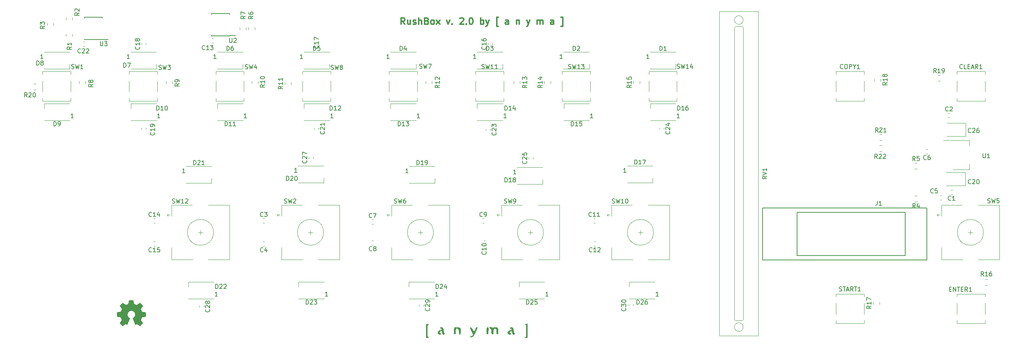
<source format=gbr>
G04 #@! TF.GenerationSoftware,KiCad,Pcbnew,(5.0.1-3-g963ef8bb5)*
G04 #@! TF.CreationDate,2019-11-20T19:59:20+01:00*
G04 #@! TF.ProjectId,RushBox2,52757368426F78322E6B696361645F70,rev?*
G04 #@! TF.SameCoordinates,Original*
G04 #@! TF.FileFunction,Legend,Top*
G04 #@! TF.FilePolarity,Positive*
%FSLAX46Y46*%
G04 Gerber Fmt 4.6, Leading zero omitted, Abs format (unit mm)*
G04 Created by KiCad (PCBNEW (5.0.1-3-g963ef8bb5)) date 2019 November 20, Wednesday 19:59:20*
%MOMM*%
%LPD*%
G01*
G04 APERTURE LIST*
%ADD10C,0.300000*%
%ADD11C,0.120000*%
%ADD12C,0.150000*%
%ADD13C,0.010000*%
G04 APERTURE END LIST*
D10*
X130895571Y-59733571D02*
X130395571Y-59019285D01*
X130038428Y-59733571D02*
X130038428Y-58233571D01*
X130609857Y-58233571D01*
X130752714Y-58305000D01*
X130824142Y-58376428D01*
X130895571Y-58519285D01*
X130895571Y-58733571D01*
X130824142Y-58876428D01*
X130752714Y-58947857D01*
X130609857Y-59019285D01*
X130038428Y-59019285D01*
X132181285Y-58733571D02*
X132181285Y-59733571D01*
X131538428Y-58733571D02*
X131538428Y-59519285D01*
X131609857Y-59662142D01*
X131752714Y-59733571D01*
X131966999Y-59733571D01*
X132109857Y-59662142D01*
X132181285Y-59590714D01*
X132824142Y-59662142D02*
X132966999Y-59733571D01*
X133252714Y-59733571D01*
X133395571Y-59662142D01*
X133466999Y-59519285D01*
X133466999Y-59447857D01*
X133395571Y-59305000D01*
X133252714Y-59233571D01*
X133038428Y-59233571D01*
X132895571Y-59162142D01*
X132824142Y-59019285D01*
X132824142Y-58947857D01*
X132895571Y-58805000D01*
X133038428Y-58733571D01*
X133252714Y-58733571D01*
X133395571Y-58805000D01*
X134109857Y-59733571D02*
X134109857Y-58233571D01*
X134752714Y-59733571D02*
X134752714Y-58947857D01*
X134681285Y-58805000D01*
X134538428Y-58733571D01*
X134324142Y-58733571D01*
X134181285Y-58805000D01*
X134109857Y-58876428D01*
X135967000Y-58947857D02*
X136181285Y-59019285D01*
X136252714Y-59090714D01*
X136324142Y-59233571D01*
X136324142Y-59447857D01*
X136252714Y-59590714D01*
X136181285Y-59662142D01*
X136038428Y-59733571D01*
X135467000Y-59733571D01*
X135467000Y-58233571D01*
X135967000Y-58233571D01*
X136109857Y-58305000D01*
X136181285Y-58376428D01*
X136252714Y-58519285D01*
X136252714Y-58662142D01*
X136181285Y-58805000D01*
X136109857Y-58876428D01*
X135967000Y-58947857D01*
X135467000Y-58947857D01*
X137181285Y-59733571D02*
X137038428Y-59662142D01*
X136967000Y-59590714D01*
X136895571Y-59447857D01*
X136895571Y-59019285D01*
X136967000Y-58876428D01*
X137038428Y-58805000D01*
X137181285Y-58733571D01*
X137395571Y-58733571D01*
X137538428Y-58805000D01*
X137609857Y-58876428D01*
X137681285Y-59019285D01*
X137681285Y-59447857D01*
X137609857Y-59590714D01*
X137538428Y-59662142D01*
X137395571Y-59733571D01*
X137181285Y-59733571D01*
X138181285Y-59733571D02*
X138967000Y-58733571D01*
X138181285Y-58733571D02*
X138967000Y-59733571D01*
X140538428Y-58733571D02*
X140895571Y-59733571D01*
X141252714Y-58733571D01*
X141824142Y-59590714D02*
X141895571Y-59662142D01*
X141824142Y-59733571D01*
X141752714Y-59662142D01*
X141824142Y-59590714D01*
X141824142Y-59733571D01*
X143609857Y-58376428D02*
X143681285Y-58305000D01*
X143824142Y-58233571D01*
X144181285Y-58233571D01*
X144324142Y-58305000D01*
X144395571Y-58376428D01*
X144467000Y-58519285D01*
X144467000Y-58662142D01*
X144395571Y-58876428D01*
X143538428Y-59733571D01*
X144467000Y-59733571D01*
X145109857Y-59590714D02*
X145181285Y-59662142D01*
X145109857Y-59733571D01*
X145038428Y-59662142D01*
X145109857Y-59590714D01*
X145109857Y-59733571D01*
X146109857Y-58233571D02*
X146252714Y-58233571D01*
X146395571Y-58305000D01*
X146467000Y-58376428D01*
X146538428Y-58519285D01*
X146609857Y-58805000D01*
X146609857Y-59162142D01*
X146538428Y-59447857D01*
X146467000Y-59590714D01*
X146395571Y-59662142D01*
X146252714Y-59733571D01*
X146109857Y-59733571D01*
X145967000Y-59662142D01*
X145895571Y-59590714D01*
X145824142Y-59447857D01*
X145752714Y-59162142D01*
X145752714Y-58805000D01*
X145824142Y-58519285D01*
X145895571Y-58376428D01*
X145967000Y-58305000D01*
X146109857Y-58233571D01*
X148395571Y-59733571D02*
X148395571Y-58233571D01*
X148395571Y-58805000D02*
X148538428Y-58733571D01*
X148824142Y-58733571D01*
X148967000Y-58805000D01*
X149038428Y-58876428D01*
X149109857Y-59019285D01*
X149109857Y-59447857D01*
X149038428Y-59590714D01*
X148967000Y-59662142D01*
X148824142Y-59733571D01*
X148538428Y-59733571D01*
X148395571Y-59662142D01*
X149609857Y-58733571D02*
X149967000Y-59733571D01*
X150324142Y-58733571D02*
X149967000Y-59733571D01*
X149824142Y-60090714D01*
X149752714Y-60162142D01*
X149609857Y-60233571D01*
X152467000Y-60233571D02*
X152109857Y-60233571D01*
X152109857Y-58090714D01*
X152467000Y-58090714D01*
X154824142Y-59733571D02*
X154824142Y-58947857D01*
X154752714Y-58805000D01*
X154609857Y-58733571D01*
X154324142Y-58733571D01*
X154181285Y-58805000D01*
X154824142Y-59662142D02*
X154681285Y-59733571D01*
X154324142Y-59733571D01*
X154181285Y-59662142D01*
X154109857Y-59519285D01*
X154109857Y-59376428D01*
X154181285Y-59233571D01*
X154324142Y-59162142D01*
X154681285Y-59162142D01*
X154824142Y-59090714D01*
X156681285Y-58733571D02*
X156681285Y-59733571D01*
X156681285Y-58876428D02*
X156752714Y-58805000D01*
X156895571Y-58733571D01*
X157109857Y-58733571D01*
X157252714Y-58805000D01*
X157324142Y-58947857D01*
X157324142Y-59733571D01*
X159038428Y-58733571D02*
X159395571Y-59733571D01*
X159752714Y-58733571D02*
X159395571Y-59733571D01*
X159252714Y-60090714D01*
X159181285Y-60162142D01*
X159038428Y-60233571D01*
X161466999Y-59733571D02*
X161466999Y-58733571D01*
X161466999Y-58876428D02*
X161538428Y-58805000D01*
X161681285Y-58733571D01*
X161895571Y-58733571D01*
X162038428Y-58805000D01*
X162109857Y-58947857D01*
X162109857Y-59733571D01*
X162109857Y-58947857D02*
X162181285Y-58805000D01*
X162324142Y-58733571D01*
X162538428Y-58733571D01*
X162681285Y-58805000D01*
X162752714Y-58947857D01*
X162752714Y-59733571D01*
X165252714Y-59733571D02*
X165252714Y-58947857D01*
X165181285Y-58805000D01*
X165038428Y-58733571D01*
X164752714Y-58733571D01*
X164609857Y-58805000D01*
X165252714Y-59662142D02*
X165109857Y-59733571D01*
X164752714Y-59733571D01*
X164609857Y-59662142D01*
X164538428Y-59519285D01*
X164538428Y-59376428D01*
X164609857Y-59233571D01*
X164752714Y-59162142D01*
X165109857Y-59162142D01*
X165252714Y-59090714D01*
X166967000Y-60233571D02*
X167324142Y-60233571D01*
X167324142Y-58090714D01*
X166967000Y-58090714D01*
D11*
G04 #@! TO.C,C1*
X257332267Y-99062000D02*
X256989733Y-99062000D01*
X257332267Y-98042000D02*
X256989733Y-98042000D01*
G04 #@! TO.C,C2*
X256368733Y-81282000D02*
X256711267Y-81282000D01*
X256368733Y-80262000D02*
X256711267Y-80262000D01*
G04 #@! TO.C,C3*
X98126733Y-104646000D02*
X98469267Y-104646000D01*
X98126733Y-105666000D02*
X98469267Y-105666000D01*
G04 #@! TO.C,C4*
X98469267Y-109980000D02*
X98126733Y-109980000D01*
X98469267Y-111000000D02*
X98126733Y-111000000D01*
G04 #@! TO.C,C5*
X254820267Y-100332000D02*
X254477733Y-100332000D01*
X254820267Y-99312000D02*
X254477733Y-99312000D01*
G04 #@! TO.C,C6*
X251631267Y-88644000D02*
X251288733Y-88644000D01*
X251631267Y-89664000D02*
X251288733Y-89664000D01*
G04 #@! TO.C,C7*
X123272733Y-104900000D02*
X123615267Y-104900000D01*
X123272733Y-105920000D02*
X123615267Y-105920000D01*
G04 #@! TO.C,C8*
X123615267Y-109726000D02*
X123272733Y-109726000D01*
X123615267Y-110746000D02*
X123272733Y-110746000D01*
G04 #@! TO.C,C9*
X148813733Y-104646000D02*
X149156267Y-104646000D01*
X148813733Y-105666000D02*
X149156267Y-105666000D01*
G04 #@! TO.C,C10*
X149410267Y-109726000D02*
X149067733Y-109726000D01*
X149410267Y-110746000D02*
X149067733Y-110746000D01*
G04 #@! TO.C,C11*
X174467733Y-104646000D02*
X174810267Y-104646000D01*
X174467733Y-105666000D02*
X174810267Y-105666000D01*
G04 #@! TO.C,C12*
X174923267Y-111000000D02*
X174580733Y-111000000D01*
X174923267Y-109980000D02*
X174580733Y-109980000D01*
G04 #@! TO.C,C13*
X86329733Y-64010000D02*
X86672267Y-64010000D01*
X86329733Y-62990000D02*
X86672267Y-62990000D01*
G04 #@! TO.C,C14*
X72867733Y-104646000D02*
X73210267Y-104646000D01*
X72867733Y-105666000D02*
X73210267Y-105666000D01*
G04 #@! TO.C,C15*
X73210267Y-109980000D02*
X72867733Y-109980000D01*
X73210267Y-111000000D02*
X72867733Y-111000000D01*
G04 #@! TO.C,C16*
X150112000Y-64433267D02*
X150112000Y-64090733D01*
X151132000Y-64433267D02*
X151132000Y-64090733D01*
G04 #@! TO.C,C17*
X109980000Y-64433267D02*
X109980000Y-64090733D01*
X111000000Y-64433267D02*
X111000000Y-64090733D01*
G04 #@! TO.C,C18*
X71122000Y-64433267D02*
X71122000Y-64090733D01*
X70102000Y-64433267D02*
X70102000Y-64090733D01*
G04 #@! TO.C,C19*
X71122000Y-83648733D02*
X71122000Y-83991267D01*
X70102000Y-83648733D02*
X70102000Y-83991267D01*
G04 #@! TO.C,C20*
X260344000Y-93994000D02*
X255959000Y-93994000D01*
X260344000Y-97014000D02*
X260344000Y-93994000D01*
X255959000Y-97014000D02*
X260344000Y-97014000D01*
G04 #@! TO.C,C21*
X109980000Y-83648733D02*
X109980000Y-83991267D01*
X111000000Y-83648733D02*
X111000000Y-83991267D01*
G04 #@! TO.C,C22*
X56611733Y-64772000D02*
X56954267Y-64772000D01*
X56611733Y-63752000D02*
X56954267Y-63752000D01*
G04 #@! TO.C,C23*
X149604000Y-83902733D02*
X149604000Y-84245267D01*
X150624000Y-83902733D02*
X150624000Y-84245267D01*
G04 #@! TO.C,C24*
X189736000Y-83648733D02*
X189736000Y-83991267D01*
X190756000Y-83648733D02*
X190756000Y-83991267D01*
G04 #@! TO.C,C25*
X159510000Y-90849267D02*
X159510000Y-90506733D01*
X160530000Y-90849267D02*
X160530000Y-90506733D01*
G04 #@! TO.C,C26*
X256060000Y-85584000D02*
X260445000Y-85584000D01*
X260445000Y-85584000D02*
X260445000Y-82564000D01*
X260445000Y-82564000D02*
X256060000Y-82564000D01*
G04 #@! TO.C,C27*
X109730000Y-90736267D02*
X109730000Y-90393733D01*
X108710000Y-90736267D02*
X108710000Y-90393733D01*
G04 #@! TO.C,C28*
X84471000Y-124796733D02*
X84471000Y-125139267D01*
X83451000Y-124796733D02*
X83451000Y-125139267D01*
G04 #@! TO.C,C29*
X134251000Y-124542733D02*
X134251000Y-124885267D01*
X135271000Y-124542733D02*
X135271000Y-124885267D01*
G04 #@! TO.C,C30*
X183644000Y-124429733D02*
X183644000Y-124772267D01*
X182624000Y-124429733D02*
X182624000Y-124772267D01*
G04 #@! TO.C,CLEAR1*
X264870000Y-76786000D02*
X264870000Y-77436000D01*
X264870000Y-77436000D02*
X258370000Y-77436000D01*
X258370000Y-77436000D02*
X258370000Y-76786000D01*
X264870000Y-71286000D02*
X264870000Y-70636000D01*
X264870000Y-70636000D02*
X258370000Y-70636000D01*
X258370000Y-70636000D02*
X258370000Y-71286000D01*
X264870000Y-72786000D02*
X264870000Y-75286000D01*
X258370000Y-72786000D02*
X258370000Y-75286000D01*
G04 #@! TO.C,COPY1*
X230430000Y-72786000D02*
X230430000Y-75286000D01*
X236930000Y-72786000D02*
X236930000Y-75286000D01*
X230430000Y-70636000D02*
X230430000Y-71286000D01*
X236930000Y-70636000D02*
X230430000Y-70636000D01*
X236930000Y-71286000D02*
X236930000Y-70636000D01*
X230430000Y-77436000D02*
X230430000Y-76786000D01*
X236930000Y-77436000D02*
X230430000Y-77436000D01*
X236930000Y-76786000D02*
X236930000Y-77436000D01*
G04 #@! TO.C,D1*
X187550000Y-66122000D02*
X193450000Y-66122000D01*
X187550000Y-70022000D02*
X193450000Y-70022000D01*
X193450000Y-70022000D02*
X193450000Y-68947000D01*
G04 #@! TO.C,D2*
X173456568Y-70022000D02*
X173456568Y-68947000D01*
X167556568Y-70022000D02*
X173456568Y-70022000D01*
X167556568Y-66122000D02*
X173456568Y-66122000D01*
G04 #@! TO.C,D3*
X153463140Y-70022000D02*
X153463140Y-68947000D01*
X147563140Y-70022000D02*
X153463140Y-70022000D01*
X147563140Y-66122000D02*
X153463140Y-66122000D01*
G04 #@! TO.C,D4*
X133469712Y-70022000D02*
X133469712Y-68947000D01*
X127569712Y-70022000D02*
X133469712Y-70022000D01*
X127569712Y-66122000D02*
X133469712Y-66122000D01*
G04 #@! TO.C,D5*
X113476284Y-70022000D02*
X113476284Y-68947000D01*
X107576284Y-70022000D02*
X113476284Y-70022000D01*
X107576284Y-66122000D02*
X113476284Y-66122000D01*
G04 #@! TO.C,D6*
X87582856Y-66122000D02*
X93482856Y-66122000D01*
X87582856Y-70022000D02*
X93482856Y-70022000D01*
X93482856Y-70022000D02*
X93482856Y-68947000D01*
G04 #@! TO.C,D7*
X73489428Y-70022000D02*
X73489428Y-68947000D01*
X67589428Y-70022000D02*
X73489428Y-70022000D01*
X67589428Y-66122000D02*
X73489428Y-66122000D01*
G04 #@! TO.C,D8*
X47596000Y-66122000D02*
X53496000Y-66122000D01*
X47596000Y-70022000D02*
X53496000Y-70022000D01*
X53496000Y-70022000D02*
X53496000Y-68947000D01*
G04 #@! TO.C,D9*
X53524000Y-81960000D02*
X47624000Y-81960000D01*
X53524000Y-78060000D02*
X47624000Y-78060000D01*
X47624000Y-78060000D02*
X47624000Y-79135000D01*
G04 #@! TO.C,D10*
X67617428Y-78060000D02*
X67617428Y-79135000D01*
X73517428Y-78060000D02*
X67617428Y-78060000D01*
X73517428Y-81960000D02*
X67617428Y-81960000D01*
G04 #@! TO.C,D11*
X93510856Y-81960000D02*
X87610856Y-81960000D01*
X93510856Y-78060000D02*
X87610856Y-78060000D01*
X87610856Y-78060000D02*
X87610856Y-79135000D01*
G04 #@! TO.C,D12*
X113504284Y-81960000D02*
X107604284Y-81960000D01*
X113504284Y-78060000D02*
X107604284Y-78060000D01*
X107604284Y-78060000D02*
X107604284Y-79135000D01*
G04 #@! TO.C,D13*
X127597712Y-78060000D02*
X127597712Y-79135000D01*
X133497712Y-78060000D02*
X127597712Y-78060000D01*
X133497712Y-81960000D02*
X127597712Y-81960000D01*
G04 #@! TO.C,D14*
X153491140Y-81960000D02*
X147591140Y-81960000D01*
X153491140Y-78060000D02*
X147591140Y-78060000D01*
X147591140Y-78060000D02*
X147591140Y-79135000D01*
G04 #@! TO.C,D15*
X167584568Y-78060000D02*
X167584568Y-79135000D01*
X173484568Y-78060000D02*
X167584568Y-78060000D01*
X173484568Y-81960000D02*
X167584568Y-81960000D01*
G04 #@! TO.C,D16*
X193478000Y-81960000D02*
X187578000Y-81960000D01*
X193478000Y-78060000D02*
X187578000Y-78060000D01*
X187578000Y-78060000D02*
X187578000Y-79135000D01*
G04 #@! TO.C,D17*
X188144000Y-96325000D02*
X188144000Y-95250000D01*
X182244000Y-96325000D02*
X188144000Y-96325000D01*
X182244000Y-92425000D02*
X188144000Y-92425000D01*
G04 #@! TO.C,D18*
X156816000Y-92792000D02*
X162716000Y-92792000D01*
X156816000Y-96692000D02*
X162716000Y-96692000D01*
X162716000Y-96692000D02*
X162716000Y-95617000D01*
G04 #@! TO.C,D19*
X137824000Y-96438000D02*
X137824000Y-95363000D01*
X131924000Y-96438000D02*
X137824000Y-96438000D01*
X131924000Y-92538000D02*
X137824000Y-92538000D01*
G04 #@! TO.C,D20*
X106242000Y-92425000D02*
X112142000Y-92425000D01*
X106242000Y-96325000D02*
X112142000Y-96325000D01*
X112142000Y-96325000D02*
X112142000Y-95250000D01*
G04 #@! TO.C,D21*
X86262000Y-96438000D02*
X86262000Y-95363000D01*
X80362000Y-96438000D02*
X86262000Y-96438000D01*
X80362000Y-92538000D02*
X86262000Y-92538000D01*
G04 #@! TO.C,D22*
X86798000Y-123200045D02*
X80898000Y-123200045D01*
X86798000Y-119300045D02*
X80898000Y-119300045D01*
X80898000Y-119300045D02*
X80898000Y-120375045D01*
G04 #@! TO.C,D23*
X106354500Y-119300045D02*
X106354500Y-120375045D01*
X112254500Y-119300045D02*
X106354500Y-119300045D01*
X112254500Y-123200045D02*
X106354500Y-123200045D01*
G04 #@! TO.C,D24*
X137711000Y-123200045D02*
X131811000Y-123200045D01*
X137711000Y-119300045D02*
X131811000Y-119300045D01*
X131811000Y-119300045D02*
X131811000Y-120375045D01*
G04 #@! TO.C,D25*
X157267500Y-119300045D02*
X157267500Y-120375045D01*
X163167500Y-119300045D02*
X157267500Y-119300045D01*
X163167500Y-123200045D02*
X157267500Y-123200045D01*
G04 #@! TO.C,D26*
X188624000Y-123200045D02*
X182724000Y-123200045D01*
X188624000Y-119300045D02*
X182724000Y-119300045D01*
X182724000Y-119300045D02*
X182724000Y-120375045D01*
G04 #@! TO.C,ENTER1*
X264870000Y-128226000D02*
X264870000Y-128876000D01*
X264870000Y-128876000D02*
X258370000Y-128876000D01*
X258370000Y-128876000D02*
X258370000Y-128226000D01*
X264870000Y-122726000D02*
X264870000Y-122076000D01*
X264870000Y-122076000D02*
X258370000Y-122076000D01*
X258370000Y-122076000D02*
X258370000Y-122726000D01*
X264870000Y-124226000D02*
X264870000Y-126726000D01*
X258370000Y-124226000D02*
X258370000Y-126726000D01*
G04 #@! TO.C,R1*
X52630000Y-61959748D02*
X52630000Y-62482252D01*
X54050000Y-61959748D02*
X54050000Y-62482252D01*
G04 #@! TO.C,R2*
X52630000Y-58690252D02*
X52630000Y-58167748D01*
X54050000Y-58690252D02*
X54050000Y-58167748D01*
G04 #@! TO.C,R3*
X48312000Y-59437748D02*
X48312000Y-59960252D01*
X49732000Y-59437748D02*
X49732000Y-59960252D01*
G04 #@! TO.C,R4*
X249190252Y-99366000D02*
X248667748Y-99366000D01*
X249190252Y-100786000D02*
X248667748Y-100786000D01*
G04 #@! TO.C,R5*
X248667748Y-93166000D02*
X249190252Y-93166000D01*
X248667748Y-91746000D02*
X249190252Y-91746000D01*
G04 #@! TO.C,R6*
X96214000Y-60976252D02*
X96214000Y-60453748D01*
X94794000Y-60976252D02*
X94794000Y-60453748D01*
G04 #@! TO.C,R7*
X92762000Y-60976252D02*
X92762000Y-60453748D01*
X94182000Y-60976252D02*
X94182000Y-60453748D01*
G04 #@! TO.C,R8*
X57098000Y-73413252D02*
X57098000Y-72890748D01*
X55678000Y-73413252D02*
X55678000Y-72890748D01*
G04 #@! TO.C,R9*
X75744000Y-73413252D02*
X75744000Y-72890748D01*
X77164000Y-73413252D02*
X77164000Y-72890748D01*
G04 #@! TO.C,R10*
X96976000Y-73413252D02*
X96976000Y-72890748D01*
X95556000Y-73413252D02*
X95556000Y-72890748D01*
G04 #@! TO.C,R11*
X103176000Y-73667252D02*
X103176000Y-73144748D01*
X104596000Y-73667252D02*
X104596000Y-73144748D01*
G04 #@! TO.C,R12*
X137108000Y-73413252D02*
X137108000Y-72890748D01*
X135688000Y-73413252D02*
X135688000Y-72890748D01*
G04 #@! TO.C,R13*
X156008000Y-73413252D02*
X156008000Y-72890748D01*
X157428000Y-73413252D02*
X157428000Y-72890748D01*
G04 #@! TO.C,R14*
X163120000Y-73413252D02*
X163120000Y-72890748D01*
X164540000Y-73413252D02*
X164540000Y-72890748D01*
G04 #@! TO.C,R15*
X185114000Y-73404252D02*
X185114000Y-72881748D01*
X183694000Y-73404252D02*
X183694000Y-72881748D01*
G04 #@! TO.C,R16*
X265446252Y-120090000D02*
X264923748Y-120090000D01*
X265446252Y-118670000D02*
X264923748Y-118670000D01*
G04 #@! TO.C,R17*
X240486000Y-124467252D02*
X240486000Y-123944748D01*
X239066000Y-124467252D02*
X239066000Y-123944748D01*
G04 #@! TO.C,R18*
X239320000Y-72905252D02*
X239320000Y-72382748D01*
X240740000Y-72905252D02*
X240740000Y-72382748D01*
G04 #@! TO.C,R19*
X253983748Y-71426000D02*
X254506252Y-71426000D01*
X253983748Y-72846000D02*
X254506252Y-72846000D01*
G04 #@! TO.C,R20*
X45718252Y-74878000D02*
X45195748Y-74878000D01*
X45718252Y-73458000D02*
X45195748Y-73458000D01*
G04 #@! TO.C,R21*
X240521748Y-86562000D02*
X241044252Y-86562000D01*
X240521748Y-85142000D02*
X241044252Y-85142000D01*
G04 #@! TO.C,R22*
X240521748Y-87682000D02*
X241044252Y-87682000D01*
X240521748Y-89102000D02*
X241044252Y-89102000D01*
G04 #@! TO.C,RV1*
X203526000Y-131734000D02*
X212526000Y-131734000D01*
X212526000Y-131734000D02*
X212526000Y-56734000D01*
X212526000Y-56734000D02*
X203526000Y-56734000D01*
X203526000Y-56734000D02*
X203526000Y-131734000D01*
X209026000Y-129734000D02*
G75*
G03X209026000Y-129734000I-1000000J0D01*
G01*
X209026000Y-58734000D02*
G75*
G03X209026000Y-58734000I-1000000J0D01*
G01*
X207026000Y-128034000D02*
X207226000Y-128234000D01*
X207226000Y-128234000D02*
X208826000Y-128234000D01*
X208826000Y-128234000D02*
X209026000Y-128034000D01*
X209026000Y-128034000D02*
X209026000Y-60434000D01*
X209026000Y-60434000D02*
X208826000Y-60234000D01*
X208826000Y-60234000D02*
X207226000Y-60234000D01*
X207226000Y-60234000D02*
X207026000Y-60434000D01*
X207026000Y-60434000D02*
X207026000Y-128034000D01*
G04 #@! TO.C,START1*
X230430000Y-124226000D02*
X230430000Y-126726000D01*
X236930000Y-124226000D02*
X236930000Y-126726000D01*
X230430000Y-122076000D02*
X230430000Y-122726000D01*
X236930000Y-122076000D02*
X230430000Y-122076000D01*
X236930000Y-122726000D02*
X236930000Y-122076000D01*
X230430000Y-128876000D02*
X230430000Y-128226000D01*
X236930000Y-128876000D02*
X230430000Y-128876000D01*
X236930000Y-128226000D02*
X236930000Y-128876000D01*
G04 #@! TO.C,SW1*
X53730000Y-76786000D02*
X53730000Y-77436000D01*
X53730000Y-77436000D02*
X47230000Y-77436000D01*
X47230000Y-77436000D02*
X47230000Y-76786000D01*
X53730000Y-71286000D02*
X53730000Y-70636000D01*
X53730000Y-70636000D02*
X47230000Y-70636000D01*
X47230000Y-70636000D02*
X47230000Y-71286000D01*
X53730000Y-72786000D02*
X53730000Y-75286000D01*
X47230000Y-72786000D02*
X47230000Y-75286000D01*
G04 #@! TO.C,SW2*
X112100000Y-107838500D02*
G75*
G03X112100000Y-107838500I-3000000J0D01*
G01*
X110900000Y-101538500D02*
X115800000Y-101538500D01*
X115800000Y-101538500D02*
X115800000Y-114138500D01*
X115800000Y-114138500D02*
X110900000Y-114138500D01*
X107300000Y-114138500D02*
X102400000Y-114138500D01*
X102400000Y-114138500D02*
X102400000Y-111338500D01*
X107200000Y-101538500D02*
X102400000Y-101538500D01*
X102400000Y-101538500D02*
X102400000Y-104038500D01*
X101600000Y-104038500D02*
X101300000Y-103738500D01*
X101300000Y-103738500D02*
X101900000Y-103738500D01*
X101900000Y-103738500D02*
X101600000Y-104038500D01*
X109100000Y-107338500D02*
X109100000Y-108338500D01*
X108600000Y-107838500D02*
X109600000Y-107838500D01*
G04 #@! TO.C,SW3*
X67230000Y-72786000D02*
X67230000Y-75286000D01*
X73730000Y-72786000D02*
X73730000Y-75286000D01*
X67230000Y-70636000D02*
X67230000Y-71286000D01*
X73730000Y-70636000D02*
X67230000Y-70636000D01*
X73730000Y-71286000D02*
X73730000Y-70636000D01*
X67230000Y-77436000D02*
X67230000Y-76786000D01*
X73730000Y-77436000D02*
X67230000Y-77436000D01*
X73730000Y-76786000D02*
X73730000Y-77436000D01*
G04 #@! TO.C,SW4*
X87230000Y-72786000D02*
X87230000Y-75286000D01*
X93730000Y-72786000D02*
X93730000Y-75286000D01*
X87230000Y-70636000D02*
X87230000Y-71286000D01*
X93730000Y-70636000D02*
X87230000Y-70636000D01*
X93730000Y-71286000D02*
X93730000Y-70636000D01*
X87230000Y-77436000D02*
X87230000Y-76786000D01*
X93730000Y-77436000D02*
X87230000Y-77436000D01*
X93730000Y-76786000D02*
X93730000Y-77436000D01*
G04 #@! TO.C,SW5*
X261000000Y-107838500D02*
X262000000Y-107838500D01*
X261500000Y-107338500D02*
X261500000Y-108338500D01*
X254300000Y-103738500D02*
X254000000Y-104038500D01*
X253700000Y-103738500D02*
X254300000Y-103738500D01*
X254000000Y-104038500D02*
X253700000Y-103738500D01*
X254800000Y-101538500D02*
X254800000Y-104038500D01*
X259600000Y-101538500D02*
X254800000Y-101538500D01*
X254800000Y-114138500D02*
X254800000Y-111338500D01*
X259700000Y-114138500D02*
X254800000Y-114138500D01*
X268200000Y-114138500D02*
X263300000Y-114138500D01*
X268200000Y-101538500D02*
X268200000Y-114138500D01*
X263300000Y-101538500D02*
X268200000Y-101538500D01*
X264500000Y-107838500D02*
G75*
G03X264500000Y-107838500I-3000000J0D01*
G01*
G04 #@! TO.C,SW6*
X134000000Y-107838500D02*
X135000000Y-107838500D01*
X134500000Y-107338500D02*
X134500000Y-108338500D01*
X127300000Y-103738500D02*
X127000000Y-104038500D01*
X126700000Y-103738500D02*
X127300000Y-103738500D01*
X127000000Y-104038500D02*
X126700000Y-103738500D01*
X127800000Y-101538500D02*
X127800000Y-104038500D01*
X132600000Y-101538500D02*
X127800000Y-101538500D01*
X127800000Y-114138500D02*
X127800000Y-111338500D01*
X132700000Y-114138500D02*
X127800000Y-114138500D01*
X141200000Y-114138500D02*
X136300000Y-114138500D01*
X141200000Y-101538500D02*
X141200000Y-114138500D01*
X136300000Y-101538500D02*
X141200000Y-101538500D01*
X137500000Y-107838500D02*
G75*
G03X137500000Y-107838500I-3000000J0D01*
G01*
G04 #@! TO.C,SW7*
X133730000Y-76786000D02*
X133730000Y-77436000D01*
X133730000Y-77436000D02*
X127230000Y-77436000D01*
X127230000Y-77436000D02*
X127230000Y-76786000D01*
X133730000Y-71286000D02*
X133730000Y-70636000D01*
X133730000Y-70636000D02*
X127230000Y-70636000D01*
X127230000Y-70636000D02*
X127230000Y-71286000D01*
X133730000Y-72786000D02*
X133730000Y-75286000D01*
X127230000Y-72786000D02*
X127230000Y-75286000D01*
G04 #@! TO.C,SW8*
X107230000Y-72786000D02*
X107230000Y-75286000D01*
X113730000Y-72786000D02*
X113730000Y-75286000D01*
X107230000Y-70636000D02*
X107230000Y-71286000D01*
X113730000Y-70636000D02*
X107230000Y-70636000D01*
X113730000Y-71286000D02*
X113730000Y-70636000D01*
X107230000Y-77436000D02*
X107230000Y-76786000D01*
X113730000Y-77436000D02*
X107230000Y-77436000D01*
X113730000Y-76786000D02*
X113730000Y-77436000D01*
G04 #@! TO.C,SW9*
X162900000Y-107838500D02*
G75*
G03X162900000Y-107838500I-3000000J0D01*
G01*
X161700000Y-101538500D02*
X166600000Y-101538500D01*
X166600000Y-101538500D02*
X166600000Y-114138500D01*
X166600000Y-114138500D02*
X161700000Y-114138500D01*
X158100000Y-114138500D02*
X153200000Y-114138500D01*
X153200000Y-114138500D02*
X153200000Y-111338500D01*
X158000000Y-101538500D02*
X153200000Y-101538500D01*
X153200000Y-101538500D02*
X153200000Y-104038500D01*
X152400000Y-104038500D02*
X152100000Y-103738500D01*
X152100000Y-103738500D02*
X152700000Y-103738500D01*
X152700000Y-103738500D02*
X152400000Y-104038500D01*
X159900000Y-107338500D02*
X159900000Y-108338500D01*
X159400000Y-107838500D02*
X160400000Y-107838500D01*
G04 #@! TO.C,SW10*
X184800000Y-107838500D02*
X185800000Y-107838500D01*
X185300000Y-107338500D02*
X185300000Y-108338500D01*
X178100000Y-103738500D02*
X177800000Y-104038500D01*
X177500000Y-103738500D02*
X178100000Y-103738500D01*
X177800000Y-104038500D02*
X177500000Y-103738500D01*
X178600000Y-101538500D02*
X178600000Y-104038500D01*
X183400000Y-101538500D02*
X178600000Y-101538500D01*
X178600000Y-114138500D02*
X178600000Y-111338500D01*
X183500000Y-114138500D02*
X178600000Y-114138500D01*
X192000000Y-114138500D02*
X187100000Y-114138500D01*
X192000000Y-101538500D02*
X192000000Y-114138500D01*
X187100000Y-101538500D02*
X192000000Y-101538500D01*
X188300000Y-107838500D02*
G75*
G03X188300000Y-107838500I-3000000J0D01*
G01*
G04 #@! TO.C,SW11*
X153730000Y-76786000D02*
X153730000Y-77436000D01*
X153730000Y-77436000D02*
X147230000Y-77436000D01*
X147230000Y-77436000D02*
X147230000Y-76786000D01*
X153730000Y-71286000D02*
X153730000Y-70636000D01*
X153730000Y-70636000D02*
X147230000Y-70636000D01*
X147230000Y-70636000D02*
X147230000Y-71286000D01*
X153730000Y-72786000D02*
X153730000Y-75286000D01*
X147230000Y-72786000D02*
X147230000Y-75286000D01*
G04 #@! TO.C,SW12*
X86700000Y-107838500D02*
G75*
G03X86700000Y-107838500I-3000000J0D01*
G01*
X85500000Y-101538500D02*
X90400000Y-101538500D01*
X90400000Y-101538500D02*
X90400000Y-114138500D01*
X90400000Y-114138500D02*
X85500000Y-114138500D01*
X81900000Y-114138500D02*
X77000000Y-114138500D01*
X77000000Y-114138500D02*
X77000000Y-111338500D01*
X81800000Y-101538500D02*
X77000000Y-101538500D01*
X77000000Y-101538500D02*
X77000000Y-104038500D01*
X76200000Y-104038500D02*
X75900000Y-103738500D01*
X75900000Y-103738500D02*
X76500000Y-103738500D01*
X76500000Y-103738500D02*
X76200000Y-104038500D01*
X83700000Y-107338500D02*
X83700000Y-108338500D01*
X83200000Y-107838500D02*
X84200000Y-107838500D01*
G04 #@! TO.C,SW13*
X167230000Y-72786000D02*
X167230000Y-75286000D01*
X173730000Y-72786000D02*
X173730000Y-75286000D01*
X167230000Y-70636000D02*
X167230000Y-71286000D01*
X173730000Y-70636000D02*
X167230000Y-70636000D01*
X173730000Y-71286000D02*
X173730000Y-70636000D01*
X167230000Y-77436000D02*
X167230000Y-76786000D01*
X173730000Y-77436000D02*
X167230000Y-77436000D01*
X173730000Y-76786000D02*
X173730000Y-77436000D01*
G04 #@! TO.C,SW14*
X193730000Y-76786000D02*
X193730000Y-77436000D01*
X193730000Y-77436000D02*
X187230000Y-77436000D01*
X187230000Y-77436000D02*
X187230000Y-76786000D01*
X193730000Y-71286000D02*
X193730000Y-70636000D01*
X193730000Y-70636000D02*
X187230000Y-70636000D01*
X187230000Y-70636000D02*
X187230000Y-71286000D01*
X193730000Y-72786000D02*
X193730000Y-75286000D01*
X187230000Y-72786000D02*
X187230000Y-75286000D01*
G04 #@! TO.C,U1*
X261244000Y-93326000D02*
X261244000Y-92066000D01*
X261244000Y-86506000D02*
X261244000Y-87766000D01*
X257484000Y-93326000D02*
X261244000Y-93326000D01*
X255234000Y-86506000D02*
X261244000Y-86506000D01*
D12*
G04 #@! TO.C,U2*
X90373000Y-62392000D02*
X90373000Y-62342000D01*
X86223000Y-62392000D02*
X86223000Y-62247000D01*
X86223000Y-57242000D02*
X86223000Y-57387000D01*
X90373000Y-57242000D02*
X90373000Y-57387000D01*
X90373000Y-62392000D02*
X86223000Y-62392000D01*
X90373000Y-57242000D02*
X86223000Y-57242000D01*
X90373000Y-62342000D02*
X91773000Y-62342000D01*
G04 #@! TO.C,U3*
X61003000Y-63231000D02*
X62403000Y-63231000D01*
X61003000Y-58131000D02*
X56853000Y-58131000D01*
X61003000Y-63281000D02*
X56853000Y-63281000D01*
X61003000Y-58131000D02*
X61003000Y-58276000D01*
X56853000Y-58131000D02*
X56853000Y-58276000D01*
X56853000Y-63281000D02*
X56853000Y-63136000D01*
X61003000Y-63281000D02*
X61003000Y-63231000D01*
G04 #@! TO.C,J1*
X250480000Y-102196000D02*
X213480000Y-102196000D01*
X213480000Y-102196000D02*
X213480000Y-114196000D01*
X213480000Y-114196000D02*
X251480000Y-114196000D01*
X251480000Y-114196000D02*
X251480000Y-102196000D01*
X251480000Y-102196000D02*
X250480000Y-102196000D01*
X246480000Y-113196000D02*
X246480000Y-103196000D01*
X246480000Y-103196000D02*
X221480000Y-103196000D01*
X221480000Y-103196000D02*
X221480000Y-112196000D01*
X221480000Y-112196000D02*
X221480000Y-113196000D01*
X221480000Y-113196000D02*
X246480000Y-113196000D01*
D13*
G04 #@! TO.C,G\002A\002A\002A*
G36*
X136300148Y-129010263D02*
X136396032Y-129058522D01*
X136398000Y-129069222D01*
X136327136Y-129142146D01*
X136228667Y-129159000D01*
X136166971Y-129166544D01*
X136122414Y-129204942D01*
X136092214Y-129297842D01*
X136073589Y-129468893D01*
X136063756Y-129741743D01*
X136059934Y-130140039D01*
X136059334Y-130598333D01*
X136060221Y-131122750D01*
X136064738Y-131501485D01*
X136075668Y-131758184D01*
X136095792Y-131916498D01*
X136127891Y-132000073D01*
X136174750Y-132032559D01*
X136228667Y-132037667D01*
X136366247Y-132073123D01*
X136398000Y-132122333D01*
X136326636Y-132169779D01*
X136160608Y-132200492D01*
X135972018Y-132209340D01*
X135832964Y-132191190D01*
X135803268Y-132164667D01*
X135802477Y-132070470D01*
X135801535Y-131834451D01*
X135800521Y-131484123D01*
X135799516Y-131046996D01*
X135798643Y-130577167D01*
X135796083Y-129032000D01*
X136097042Y-129005722D01*
X136300148Y-129010263D01*
X136300148Y-129010263D01*
G37*
X136300148Y-129010263D02*
X136396032Y-129058522D01*
X136398000Y-129069222D01*
X136327136Y-129142146D01*
X136228667Y-129159000D01*
X136166971Y-129166544D01*
X136122414Y-129204942D01*
X136092214Y-129297842D01*
X136073589Y-129468893D01*
X136063756Y-129741743D01*
X136059934Y-130140039D01*
X136059334Y-130598333D01*
X136060221Y-131122750D01*
X136064738Y-131501485D01*
X136075668Y-131758184D01*
X136095792Y-131916498D01*
X136127891Y-132000073D01*
X136174750Y-132032559D01*
X136228667Y-132037667D01*
X136366247Y-132073123D01*
X136398000Y-132122333D01*
X136326636Y-132169779D01*
X136160608Y-132200492D01*
X135972018Y-132209340D01*
X135832964Y-132191190D01*
X135803268Y-132164667D01*
X135802477Y-132070470D01*
X135801535Y-131834451D01*
X135800521Y-131484123D01*
X135799516Y-131046996D01*
X135798643Y-130577167D01*
X135796083Y-129032000D01*
X136097042Y-129005722D01*
X136300148Y-129010263D01*
G36*
X159173334Y-132207000D02*
X158877000Y-132207000D01*
X158681133Y-132185734D01*
X158583226Y-132133445D01*
X158580667Y-132122333D01*
X158651579Y-132053543D01*
X158750000Y-132037667D01*
X158811696Y-132030122D01*
X158856253Y-131991724D01*
X158886453Y-131898824D01*
X158905078Y-131727773D01*
X158914911Y-131454924D01*
X158918733Y-131056627D01*
X158919334Y-130598333D01*
X158919334Y-129159000D01*
X158693556Y-129159000D01*
X158529242Y-129148347D01*
X158528295Y-129118588D01*
X158686234Y-129073025D01*
X158855834Y-129039395D01*
X159173334Y-128981993D01*
X159173334Y-132207000D01*
X159173334Y-132207000D01*
G37*
X159173334Y-132207000D02*
X158877000Y-132207000D01*
X158681133Y-132185734D01*
X158583226Y-132133445D01*
X158580667Y-132122333D01*
X158651579Y-132053543D01*
X158750000Y-132037667D01*
X158811696Y-132030122D01*
X158856253Y-131991724D01*
X158886453Y-131898824D01*
X158905078Y-131727773D01*
X158914911Y-131454924D01*
X158918733Y-131056627D01*
X158919334Y-130598333D01*
X158919334Y-129159000D01*
X158693556Y-129159000D01*
X158529242Y-129148347D01*
X158528295Y-129118588D01*
X158686234Y-129073025D01*
X158855834Y-129039395D01*
X159173334Y-128981993D01*
X159173334Y-132207000D01*
G36*
X147572777Y-129835630D02*
X147574000Y-129864941D01*
X147536452Y-130016197D01*
X147436567Y-130275685D01*
X147293486Y-130603195D01*
X147126348Y-130958515D01*
X146954293Y-131301435D01*
X146796462Y-131591744D01*
X146671994Y-131789231D01*
X146638393Y-131830549D01*
X146471382Y-131950728D01*
X146269230Y-132024911D01*
X146086189Y-132043032D01*
X145976511Y-131995026D01*
X145965334Y-131955421D01*
X146038164Y-131880346D01*
X146215321Y-131808585D01*
X146233528Y-131803679D01*
X146450600Y-131728323D01*
X146572453Y-131622063D01*
X146601211Y-131458300D01*
X146538995Y-131210433D01*
X146387931Y-130851866D01*
X146320916Y-130708862D01*
X146132956Y-130302118D01*
X146020442Y-130024464D01*
X145978923Y-129855692D01*
X146003945Y-129775595D01*
X146091054Y-129763965D01*
X146113500Y-129767682D01*
X146231505Y-129856333D01*
X146392908Y-130064678D01*
X146573597Y-130357116D01*
X146749460Y-130698046D01*
X146762131Y-130725333D01*
X146832965Y-130743288D01*
X146945043Y-130643703D01*
X147070858Y-130463788D01*
X147182901Y-130240751D01*
X147237492Y-130082318D01*
X147321166Y-129887471D01*
X147428188Y-129766389D01*
X147523684Y-129741599D01*
X147572777Y-129835630D01*
X147572777Y-129835630D01*
G37*
X147572777Y-129835630D02*
X147574000Y-129864941D01*
X147536452Y-130016197D01*
X147436567Y-130275685D01*
X147293486Y-130603195D01*
X147126348Y-130958515D01*
X146954293Y-131301435D01*
X146796462Y-131591744D01*
X146671994Y-131789231D01*
X146638393Y-131830549D01*
X146471382Y-131950728D01*
X146269230Y-132024911D01*
X146086189Y-132043032D01*
X145976511Y-131995026D01*
X145965334Y-131955421D01*
X146038164Y-131880346D01*
X146215321Y-131808585D01*
X146233528Y-131803679D01*
X146450600Y-131728323D01*
X146572453Y-131622063D01*
X146601211Y-131458300D01*
X146538995Y-131210433D01*
X146387931Y-130851866D01*
X146320916Y-130708862D01*
X146132956Y-130302118D01*
X146020442Y-130024464D01*
X145978923Y-129855692D01*
X146003945Y-129775595D01*
X146091054Y-129763965D01*
X146113500Y-129767682D01*
X146231505Y-129856333D01*
X146392908Y-130064678D01*
X146573597Y-130357116D01*
X146749460Y-130698046D01*
X146762131Y-130725333D01*
X146832965Y-130743288D01*
X146945043Y-130643703D01*
X147070858Y-130463788D01*
X147182901Y-130240751D01*
X147237492Y-130082318D01*
X147321166Y-129887471D01*
X147428188Y-129766389D01*
X147523684Y-129741599D01*
X147572777Y-129835630D01*
G36*
X139504131Y-129799119D02*
X139687754Y-129972804D01*
X139777641Y-130287030D01*
X139787360Y-130463289D01*
X139813877Y-130760038D01*
X139878932Y-130995738D01*
X139914360Y-131059015D01*
X140022986Y-131235076D01*
X140006236Y-131337748D01*
X139911667Y-131390951D01*
X139700593Y-131404685D01*
X139564814Y-131278016D01*
X139530667Y-131104199D01*
X139498279Y-130801578D01*
X139394444Y-130639200D01*
X139242208Y-130598333D01*
X139032999Y-130652556D01*
X138896949Y-130783781D01*
X138852426Y-130944837D01*
X138917798Y-131088556D01*
X139027327Y-131150146D01*
X139152304Y-131232306D01*
X139168862Y-131304018D01*
X139059790Y-131407749D01*
X138874086Y-131418380D01*
X138674825Y-131338500D01*
X138604540Y-131280873D01*
X138458223Y-131049589D01*
X138471659Y-130829173D01*
X138635661Y-130642008D01*
X138918273Y-130516564D01*
X139156357Y-130439777D01*
X139333735Y-130363940D01*
X139352504Y-130352900D01*
X139434560Y-130231636D01*
X139386888Y-130103139D01*
X139239204Y-130017199D01*
X139145269Y-130005667D01*
X138986317Y-129971059D01*
X138962107Y-129893158D01*
X139059322Y-129810845D01*
X139227184Y-129766487D01*
X139504131Y-129799119D01*
X139504131Y-129799119D01*
G37*
X139504131Y-129799119D02*
X139687754Y-129972804D01*
X139777641Y-130287030D01*
X139787360Y-130463289D01*
X139813877Y-130760038D01*
X139878932Y-130995738D01*
X139914360Y-131059015D01*
X140022986Y-131235076D01*
X140006236Y-131337748D01*
X139911667Y-131390951D01*
X139700593Y-131404685D01*
X139564814Y-131278016D01*
X139530667Y-131104199D01*
X139498279Y-130801578D01*
X139394444Y-130639200D01*
X139242208Y-130598333D01*
X139032999Y-130652556D01*
X138896949Y-130783781D01*
X138852426Y-130944837D01*
X138917798Y-131088556D01*
X139027327Y-131150146D01*
X139152304Y-131232306D01*
X139168862Y-131304018D01*
X139059790Y-131407749D01*
X138874086Y-131418380D01*
X138674825Y-131338500D01*
X138604540Y-131280873D01*
X138458223Y-131049589D01*
X138471659Y-130829173D01*
X138635661Y-130642008D01*
X138918273Y-130516564D01*
X139156357Y-130439777D01*
X139333735Y-130363940D01*
X139352504Y-130352900D01*
X139434560Y-130231636D01*
X139386888Y-130103139D01*
X139239204Y-130017199D01*
X139145269Y-130005667D01*
X138986317Y-129971059D01*
X138962107Y-129893158D01*
X139059322Y-129810845D01*
X139227184Y-129766487D01*
X139504131Y-129799119D01*
G36*
X143515047Y-129846240D02*
X143671624Y-130005176D01*
X143746027Y-130281394D01*
X143764000Y-130672633D01*
X143746447Y-131056632D01*
X143692365Y-131286991D01*
X143644538Y-131354077D01*
X143527524Y-131409290D01*
X143461394Y-131350183D01*
X143425025Y-131212965D01*
X143398730Y-130968569D01*
X143390356Y-130766352D01*
X143353412Y-130382514D01*
X143249347Y-130140802D01*
X143067165Y-130023581D01*
X142916025Y-130005667D01*
X142757974Y-130027336D01*
X142657719Y-130112195D01*
X142602878Y-130290022D01*
X142581069Y-130590592D01*
X142578667Y-130816925D01*
X142573407Y-131112191D01*
X142549635Y-131276006D01*
X142495368Y-131346122D01*
X142406156Y-131360333D01*
X142325255Y-131349612D01*
X142276203Y-131296068D01*
X142252871Y-131167632D01*
X142249130Y-130932233D01*
X142257990Y-130585070D01*
X142282334Y-129809807D01*
X142852594Y-129779497D01*
X143250602Y-129779407D01*
X143515047Y-129846240D01*
X143515047Y-129846240D01*
G37*
X143515047Y-129846240D02*
X143671624Y-130005176D01*
X143746027Y-130281394D01*
X143764000Y-130672633D01*
X143746447Y-131056632D01*
X143692365Y-131286991D01*
X143644538Y-131354077D01*
X143527524Y-131409290D01*
X143461394Y-131350183D01*
X143425025Y-131212965D01*
X143398730Y-130968569D01*
X143390356Y-130766352D01*
X143353412Y-130382514D01*
X143249347Y-130140802D01*
X143067165Y-130023581D01*
X142916025Y-130005667D01*
X142757974Y-130027336D01*
X142657719Y-130112195D01*
X142602878Y-130290022D01*
X142581069Y-130590592D01*
X142578667Y-130816925D01*
X142573407Y-131112191D01*
X142549635Y-131276006D01*
X142495368Y-131346122D01*
X142406156Y-131360333D01*
X142325255Y-131349612D01*
X142276203Y-131296068D01*
X142252871Y-131167632D01*
X142249130Y-130932233D01*
X142257990Y-130585070D01*
X142282334Y-129809807D01*
X142852594Y-129779497D01*
X143250602Y-129779407D01*
X143515047Y-129846240D01*
G36*
X155675464Y-129799119D02*
X155859088Y-129972804D01*
X155948975Y-130287030D01*
X155958693Y-130463289D01*
X155985210Y-130760038D01*
X156050265Y-130995738D01*
X156085693Y-131059015D01*
X156194072Y-131234414D01*
X156176464Y-131337232D01*
X156072269Y-131395069D01*
X155888416Y-131391554D01*
X155752237Y-131255153D01*
X155700704Y-131032466D01*
X155673470Y-130819463D01*
X155627629Y-130696759D01*
X155490173Y-130615003D01*
X155297716Y-130631956D01*
X155122708Y-130734837D01*
X155075647Y-130794138D01*
X155034082Y-130927600D01*
X155115301Y-131053306D01*
X155179292Y-131109272D01*
X155302297Y-131248498D01*
X155322796Y-131357419D01*
X155322462Y-131357968D01*
X155185704Y-131439352D01*
X154986390Y-131413562D01*
X154785125Y-131289637D01*
X154770667Y-131275667D01*
X154623389Y-131049097D01*
X154639816Y-130838214D01*
X154814406Y-130653316D01*
X155141615Y-130504706D01*
X155194000Y-130488898D01*
X155445256Y-130395346D01*
X155559260Y-130289662D01*
X155575000Y-130213610D01*
X155517724Y-130078249D01*
X155337147Y-130020725D01*
X155166879Y-129964945D01*
X155143207Y-129878519D01*
X155257303Y-129798013D01*
X155398517Y-129766487D01*
X155675464Y-129799119D01*
X155675464Y-129799119D01*
G37*
X155675464Y-129799119D02*
X155859088Y-129972804D01*
X155948975Y-130287030D01*
X155958693Y-130463289D01*
X155985210Y-130760038D01*
X156050265Y-130995738D01*
X156085693Y-131059015D01*
X156194072Y-131234414D01*
X156176464Y-131337232D01*
X156072269Y-131395069D01*
X155888416Y-131391554D01*
X155752237Y-131255153D01*
X155700704Y-131032466D01*
X155673470Y-130819463D01*
X155627629Y-130696759D01*
X155490173Y-130615003D01*
X155297716Y-130631956D01*
X155122708Y-130734837D01*
X155075647Y-130794138D01*
X155034082Y-130927600D01*
X155115301Y-131053306D01*
X155179292Y-131109272D01*
X155302297Y-131248498D01*
X155322796Y-131357419D01*
X155322462Y-131357968D01*
X155185704Y-131439352D01*
X154986390Y-131413562D01*
X154785125Y-131289637D01*
X154770667Y-131275667D01*
X154623389Y-131049097D01*
X154639816Y-130838214D01*
X154814406Y-130653316D01*
X155141615Y-130504706D01*
X155194000Y-130488898D01*
X155445256Y-130395346D01*
X155559260Y-130289662D01*
X155575000Y-130213610D01*
X155517724Y-130078249D01*
X155337147Y-130020725D01*
X155166879Y-129964945D01*
X155143207Y-129878519D01*
X155257303Y-129798013D01*
X155398517Y-129766487D01*
X155675464Y-129799119D01*
G36*
X150106684Y-129833486D02*
X150144091Y-130016348D01*
X150147879Y-130331665D01*
X150134933Y-130619500D01*
X150110569Y-130977899D01*
X150081533Y-131198953D01*
X150039162Y-131314604D01*
X149974796Y-131356795D01*
X149934049Y-131360333D01*
X149858532Y-131344949D01*
X149811536Y-131277549D01*
X149786445Y-131126256D01*
X149776642Y-130859198D01*
X149775334Y-130595676D01*
X149780937Y-130216405D01*
X149801132Y-129975006D01*
X149840993Y-129840288D01*
X149905595Y-129781058D01*
X149908025Y-129780100D01*
X150029910Y-129761823D01*
X150106684Y-129833486D01*
X150106684Y-129833486D01*
G37*
X150106684Y-129833486D02*
X150144091Y-130016348D01*
X150147879Y-130331665D01*
X150134933Y-130619500D01*
X150110569Y-130977899D01*
X150081533Y-131198953D01*
X150039162Y-131314604D01*
X149974796Y-131356795D01*
X149934049Y-131360333D01*
X149858532Y-131344949D01*
X149811536Y-131277549D01*
X149786445Y-131126256D01*
X149776642Y-130859198D01*
X149775334Y-130595676D01*
X149780937Y-130216405D01*
X149801132Y-129975006D01*
X149840993Y-129840288D01*
X149905595Y-129781058D01*
X149908025Y-129780100D01*
X150029910Y-129761823D01*
X150106684Y-129833486D01*
G36*
X150829072Y-129774465D02*
X151022662Y-129826793D01*
X151061483Y-129844976D01*
X151266266Y-129893256D01*
X151422251Y-129838518D01*
X151638177Y-129776218D01*
X151896012Y-129766322D01*
X151896571Y-129766375D01*
X152124139Y-129831703D01*
X152276296Y-129990722D01*
X152363822Y-130265386D01*
X152397499Y-130677645D01*
X152398752Y-130788833D01*
X152394543Y-131093494D01*
X152373023Y-131265755D01*
X152323368Y-131342427D01*
X152234751Y-131360319D01*
X152230667Y-131360333D01*
X152138626Y-131342998D01*
X152087525Y-131265928D01*
X152065669Y-131091526D01*
X152061334Y-130816047D01*
X152032690Y-130415014D01*
X151940598Y-130159653D01*
X151775813Y-130035216D01*
X151563856Y-130022237D01*
X151435540Y-130050907D01*
X151365935Y-130127918D01*
X151333247Y-130297137D01*
X151319719Y-130513667D01*
X151299427Y-130813651D01*
X151271619Y-131069904D01*
X151254606Y-131169833D01*
X151162204Y-131326243D01*
X151019023Y-131356392D01*
X150932445Y-131303889D01*
X150903161Y-131195695D01*
X150882758Y-130969538D01*
X150876000Y-130707284D01*
X150870509Y-130409681D01*
X150841702Y-130231395D01*
X150771082Y-130122477D01*
X150640150Y-130032980D01*
X150622535Y-130022895D01*
X150452054Y-129909385D01*
X150369862Y-129822255D01*
X150368535Y-129815167D01*
X150439994Y-129765984D01*
X150614177Y-129753306D01*
X150829072Y-129774465D01*
X150829072Y-129774465D01*
G37*
X150829072Y-129774465D02*
X151022662Y-129826793D01*
X151061483Y-129844976D01*
X151266266Y-129893256D01*
X151422251Y-129838518D01*
X151638177Y-129776218D01*
X151896012Y-129766322D01*
X151896571Y-129766375D01*
X152124139Y-129831703D01*
X152276296Y-129990722D01*
X152363822Y-130265386D01*
X152397499Y-130677645D01*
X152398752Y-130788833D01*
X152394543Y-131093494D01*
X152373023Y-131265755D01*
X152323368Y-131342427D01*
X152234751Y-131360319D01*
X152230667Y-131360333D01*
X152138626Y-131342998D01*
X152087525Y-131265928D01*
X152065669Y-131091526D01*
X152061334Y-130816047D01*
X152032690Y-130415014D01*
X151940598Y-130159653D01*
X151775813Y-130035216D01*
X151563856Y-130022237D01*
X151435540Y-130050907D01*
X151365935Y-130127918D01*
X151333247Y-130297137D01*
X151319719Y-130513667D01*
X151299427Y-130813651D01*
X151271619Y-131069904D01*
X151254606Y-131169833D01*
X151162204Y-131326243D01*
X151019023Y-131356392D01*
X150932445Y-131303889D01*
X150903161Y-131195695D01*
X150882758Y-130969538D01*
X150876000Y-130707284D01*
X150870509Y-130409681D01*
X150841702Y-130231395D01*
X150771082Y-130122477D01*
X150640150Y-130032980D01*
X150622535Y-130022895D01*
X150452054Y-129909385D01*
X150369862Y-129822255D01*
X150368535Y-129815167D01*
X150439994Y-129765984D01*
X150614177Y-129753306D01*
X150829072Y-129774465D01*
G04 #@! TO.C,REF\002A\002A*
G36*
X68246814Y-123960931D02*
X68330635Y-124405555D01*
X68639920Y-124533053D01*
X68949206Y-124660551D01*
X69320246Y-124408246D01*
X69424157Y-124337996D01*
X69518087Y-124275272D01*
X69597652Y-124222938D01*
X69658470Y-124183857D01*
X69696157Y-124160893D01*
X69706421Y-124155942D01*
X69724910Y-124168676D01*
X69764420Y-124203882D01*
X69820522Y-124257062D01*
X69888787Y-124323718D01*
X69964786Y-124399354D01*
X70044092Y-124479472D01*
X70122275Y-124559574D01*
X70194907Y-124635164D01*
X70257559Y-124701745D01*
X70305803Y-124754818D01*
X70335210Y-124789887D01*
X70342241Y-124801623D01*
X70332123Y-124823260D01*
X70303759Y-124870662D01*
X70260129Y-124939193D01*
X70204218Y-125024215D01*
X70139006Y-125121093D01*
X70101219Y-125176350D01*
X70032343Y-125277248D01*
X69971140Y-125368299D01*
X69920578Y-125444970D01*
X69883628Y-125502728D01*
X69863258Y-125537043D01*
X69860197Y-125544254D01*
X69867136Y-125564748D01*
X69886051Y-125612513D01*
X69914087Y-125680832D01*
X69948391Y-125762989D01*
X69986109Y-125852270D01*
X70024387Y-125941958D01*
X70060370Y-126025338D01*
X70091206Y-126095694D01*
X70114039Y-126146310D01*
X70126017Y-126170471D01*
X70126724Y-126171422D01*
X70145531Y-126176036D01*
X70195618Y-126186328D01*
X70271793Y-126201287D01*
X70368865Y-126219901D01*
X70481643Y-126241159D01*
X70547442Y-126253418D01*
X70667950Y-126276362D01*
X70776797Y-126298195D01*
X70868476Y-126317722D01*
X70937481Y-126333748D01*
X70978304Y-126345079D01*
X70986511Y-126348674D01*
X70994548Y-126373006D01*
X71001033Y-126427959D01*
X71005970Y-126507108D01*
X71009364Y-126604026D01*
X71011218Y-126712287D01*
X71011538Y-126825465D01*
X71010327Y-126937135D01*
X71007590Y-127040868D01*
X71003331Y-127130241D01*
X70997555Y-127198826D01*
X70990267Y-127240197D01*
X70985895Y-127248810D01*
X70959764Y-127259133D01*
X70904393Y-127273892D01*
X70827107Y-127291352D01*
X70735230Y-127309780D01*
X70703158Y-127315741D01*
X70548524Y-127344066D01*
X70426375Y-127366876D01*
X70332673Y-127385080D01*
X70263384Y-127399583D01*
X70214471Y-127411292D01*
X70181897Y-127421115D01*
X70161628Y-127429956D01*
X70149626Y-127438724D01*
X70147947Y-127440457D01*
X70131184Y-127468371D01*
X70105614Y-127522695D01*
X70073788Y-127596777D01*
X70038260Y-127683965D01*
X70001583Y-127777608D01*
X69966311Y-127871052D01*
X69934996Y-127957647D01*
X69910193Y-128030740D01*
X69894454Y-128083678D01*
X69890332Y-128109811D01*
X69890676Y-128110726D01*
X69904641Y-128132086D01*
X69936322Y-128179084D01*
X69982391Y-128246827D01*
X70039518Y-128330423D01*
X70104373Y-128424982D01*
X70122843Y-128451854D01*
X70188699Y-128549275D01*
X70246650Y-128638163D01*
X70293538Y-128713412D01*
X70326207Y-128769920D01*
X70341500Y-128802581D01*
X70342241Y-128806593D01*
X70329392Y-128827684D01*
X70293888Y-128869464D01*
X70240293Y-128927445D01*
X70173171Y-128997135D01*
X70097087Y-129074045D01*
X70016604Y-129153683D01*
X69936287Y-129231561D01*
X69860699Y-129303186D01*
X69794405Y-129364070D01*
X69741969Y-129409721D01*
X69707955Y-129435650D01*
X69698545Y-129439883D01*
X69676643Y-129429912D01*
X69631800Y-129403020D01*
X69571321Y-129363736D01*
X69524789Y-129332117D01*
X69440475Y-129274098D01*
X69340626Y-129205784D01*
X69240473Y-129137579D01*
X69186627Y-129101075D01*
X69004371Y-128977800D01*
X68851381Y-129060520D01*
X68781682Y-129096759D01*
X68722414Y-129124926D01*
X68682311Y-129140991D01*
X68672103Y-129143226D01*
X68659829Y-129126722D01*
X68635613Y-129080082D01*
X68601263Y-129007609D01*
X68558588Y-128913606D01*
X68509394Y-128802374D01*
X68455490Y-128678215D01*
X68398684Y-128545432D01*
X68340782Y-128408327D01*
X68283593Y-128271202D01*
X68228924Y-128138358D01*
X68178584Y-128014098D01*
X68134380Y-127902725D01*
X68098119Y-127808539D01*
X68071609Y-127735844D01*
X68056658Y-127688941D01*
X68054254Y-127672833D01*
X68073311Y-127652286D01*
X68115036Y-127618933D01*
X68170706Y-127579702D01*
X68175378Y-127576599D01*
X68319264Y-127461423D01*
X68435283Y-127327053D01*
X68522430Y-127177784D01*
X68579699Y-127017913D01*
X68606086Y-126851737D01*
X68600585Y-126683552D01*
X68562190Y-126517655D01*
X68489895Y-126358342D01*
X68468626Y-126323487D01*
X68357996Y-126182737D01*
X68227302Y-126069714D01*
X68081064Y-125985003D01*
X67923808Y-125929194D01*
X67760057Y-125902874D01*
X67594333Y-125906630D01*
X67431162Y-125941050D01*
X67275065Y-126006723D01*
X67130567Y-126104235D01*
X67085869Y-126143813D01*
X66972112Y-126267703D01*
X66889218Y-126398124D01*
X66832356Y-126544315D01*
X66800687Y-126689088D01*
X66792869Y-126851860D01*
X66818938Y-127015440D01*
X66876245Y-127174298D01*
X66962144Y-127322906D01*
X67073986Y-127455735D01*
X67209123Y-127567256D01*
X67226883Y-127579011D01*
X67283150Y-127617508D01*
X67325923Y-127650863D01*
X67346372Y-127672160D01*
X67346669Y-127672833D01*
X67342279Y-127695871D01*
X67324876Y-127748157D01*
X67296268Y-127825390D01*
X67258265Y-127923268D01*
X67212674Y-128037491D01*
X67161303Y-128163758D01*
X67105962Y-128297767D01*
X67048458Y-128435218D01*
X66990601Y-128571808D01*
X66934198Y-128703237D01*
X66881058Y-128825205D01*
X66832990Y-128933409D01*
X66791801Y-129023549D01*
X66759301Y-129091323D01*
X66737297Y-129132430D01*
X66728436Y-129143226D01*
X66701360Y-129134819D01*
X66650697Y-129112272D01*
X66585183Y-129079613D01*
X66549159Y-129060520D01*
X66396168Y-128977800D01*
X66213912Y-129101075D01*
X66120875Y-129164228D01*
X66019015Y-129233727D01*
X65923562Y-129299165D01*
X65875750Y-129332117D01*
X65808505Y-129377273D01*
X65751564Y-129413057D01*
X65712354Y-129434938D01*
X65699619Y-129439563D01*
X65681083Y-129427085D01*
X65640059Y-129392252D01*
X65580525Y-129338678D01*
X65506458Y-129269983D01*
X65421835Y-129189781D01*
X65368315Y-129138286D01*
X65274681Y-129046286D01*
X65193759Y-128963999D01*
X65128823Y-128894945D01*
X65083142Y-128842644D01*
X65059989Y-128810616D01*
X65057768Y-128804116D01*
X65068076Y-128779394D01*
X65096561Y-128729405D01*
X65140063Y-128659212D01*
X65195423Y-128573875D01*
X65259480Y-128478456D01*
X65277697Y-128451854D01*
X65344073Y-128355167D01*
X65403622Y-128268117D01*
X65453016Y-128195595D01*
X65488925Y-128142493D01*
X65508019Y-128113703D01*
X65509864Y-128110726D01*
X65507105Y-128087782D01*
X65492462Y-128037336D01*
X65468487Y-127966041D01*
X65437734Y-127880547D01*
X65402756Y-127787507D01*
X65366107Y-127693574D01*
X65330339Y-127605399D01*
X65298006Y-127529634D01*
X65271662Y-127472931D01*
X65253858Y-127441943D01*
X65252593Y-127440457D01*
X65241706Y-127431601D01*
X65223318Y-127422843D01*
X65193394Y-127413277D01*
X65147897Y-127401996D01*
X65082791Y-127388093D01*
X64994039Y-127370663D01*
X64877607Y-127348798D01*
X64729458Y-127321591D01*
X64697382Y-127315741D01*
X64602314Y-127297374D01*
X64519435Y-127279405D01*
X64456070Y-127263569D01*
X64419542Y-127251600D01*
X64414644Y-127248810D01*
X64406573Y-127224072D01*
X64400013Y-127168790D01*
X64394967Y-127089389D01*
X64391441Y-126992296D01*
X64389439Y-126883938D01*
X64388964Y-126770740D01*
X64390023Y-126659128D01*
X64392618Y-126555529D01*
X64396754Y-126466368D01*
X64402437Y-126398072D01*
X64409669Y-126357066D01*
X64414029Y-126348674D01*
X64438302Y-126340208D01*
X64493574Y-126326435D01*
X64574338Y-126308550D01*
X64675088Y-126287748D01*
X64790317Y-126265223D01*
X64853098Y-126253418D01*
X64972213Y-126231151D01*
X65078435Y-126210979D01*
X65166573Y-126193915D01*
X65231434Y-126180969D01*
X65267826Y-126173155D01*
X65273816Y-126171422D01*
X65283939Y-126151890D01*
X65305338Y-126104843D01*
X65335161Y-126037003D01*
X65370555Y-125955091D01*
X65408668Y-125865828D01*
X65446647Y-125775935D01*
X65481640Y-125692135D01*
X65510794Y-125621147D01*
X65531257Y-125569694D01*
X65540177Y-125544497D01*
X65540343Y-125543396D01*
X65530231Y-125523519D01*
X65501883Y-125477777D01*
X65458277Y-125410717D01*
X65402394Y-125326884D01*
X65337213Y-125230826D01*
X65299321Y-125175650D01*
X65230275Y-125074481D01*
X65168950Y-124982630D01*
X65118337Y-124904744D01*
X65081429Y-124845469D01*
X65061218Y-124809451D01*
X65058299Y-124801377D01*
X65070847Y-124782584D01*
X65105537Y-124742457D01*
X65157937Y-124685493D01*
X65223616Y-124616185D01*
X65298144Y-124539031D01*
X65377087Y-124458525D01*
X65456017Y-124379163D01*
X65530500Y-124305440D01*
X65596106Y-124241852D01*
X65648404Y-124192894D01*
X65682961Y-124163061D01*
X65694522Y-124155942D01*
X65713346Y-124165953D01*
X65758369Y-124194078D01*
X65825213Y-124237454D01*
X65909501Y-124293218D01*
X66006856Y-124358506D01*
X66080293Y-124408246D01*
X66451333Y-124660551D01*
X67069905Y-124405555D01*
X67153725Y-123960931D01*
X67237546Y-123516307D01*
X68162994Y-123516307D01*
X68246814Y-123960931D01*
X68246814Y-123960931D01*
G37*
X68246814Y-123960931D02*
X68330635Y-124405555D01*
X68639920Y-124533053D01*
X68949206Y-124660551D01*
X69320246Y-124408246D01*
X69424157Y-124337996D01*
X69518087Y-124275272D01*
X69597652Y-124222938D01*
X69658470Y-124183857D01*
X69696157Y-124160893D01*
X69706421Y-124155942D01*
X69724910Y-124168676D01*
X69764420Y-124203882D01*
X69820522Y-124257062D01*
X69888787Y-124323718D01*
X69964786Y-124399354D01*
X70044092Y-124479472D01*
X70122275Y-124559574D01*
X70194907Y-124635164D01*
X70257559Y-124701745D01*
X70305803Y-124754818D01*
X70335210Y-124789887D01*
X70342241Y-124801623D01*
X70332123Y-124823260D01*
X70303759Y-124870662D01*
X70260129Y-124939193D01*
X70204218Y-125024215D01*
X70139006Y-125121093D01*
X70101219Y-125176350D01*
X70032343Y-125277248D01*
X69971140Y-125368299D01*
X69920578Y-125444970D01*
X69883628Y-125502728D01*
X69863258Y-125537043D01*
X69860197Y-125544254D01*
X69867136Y-125564748D01*
X69886051Y-125612513D01*
X69914087Y-125680832D01*
X69948391Y-125762989D01*
X69986109Y-125852270D01*
X70024387Y-125941958D01*
X70060370Y-126025338D01*
X70091206Y-126095694D01*
X70114039Y-126146310D01*
X70126017Y-126170471D01*
X70126724Y-126171422D01*
X70145531Y-126176036D01*
X70195618Y-126186328D01*
X70271793Y-126201287D01*
X70368865Y-126219901D01*
X70481643Y-126241159D01*
X70547442Y-126253418D01*
X70667950Y-126276362D01*
X70776797Y-126298195D01*
X70868476Y-126317722D01*
X70937481Y-126333748D01*
X70978304Y-126345079D01*
X70986511Y-126348674D01*
X70994548Y-126373006D01*
X71001033Y-126427959D01*
X71005970Y-126507108D01*
X71009364Y-126604026D01*
X71011218Y-126712287D01*
X71011538Y-126825465D01*
X71010327Y-126937135D01*
X71007590Y-127040868D01*
X71003331Y-127130241D01*
X70997555Y-127198826D01*
X70990267Y-127240197D01*
X70985895Y-127248810D01*
X70959764Y-127259133D01*
X70904393Y-127273892D01*
X70827107Y-127291352D01*
X70735230Y-127309780D01*
X70703158Y-127315741D01*
X70548524Y-127344066D01*
X70426375Y-127366876D01*
X70332673Y-127385080D01*
X70263384Y-127399583D01*
X70214471Y-127411292D01*
X70181897Y-127421115D01*
X70161628Y-127429956D01*
X70149626Y-127438724D01*
X70147947Y-127440457D01*
X70131184Y-127468371D01*
X70105614Y-127522695D01*
X70073788Y-127596777D01*
X70038260Y-127683965D01*
X70001583Y-127777608D01*
X69966311Y-127871052D01*
X69934996Y-127957647D01*
X69910193Y-128030740D01*
X69894454Y-128083678D01*
X69890332Y-128109811D01*
X69890676Y-128110726D01*
X69904641Y-128132086D01*
X69936322Y-128179084D01*
X69982391Y-128246827D01*
X70039518Y-128330423D01*
X70104373Y-128424982D01*
X70122843Y-128451854D01*
X70188699Y-128549275D01*
X70246650Y-128638163D01*
X70293538Y-128713412D01*
X70326207Y-128769920D01*
X70341500Y-128802581D01*
X70342241Y-128806593D01*
X70329392Y-128827684D01*
X70293888Y-128869464D01*
X70240293Y-128927445D01*
X70173171Y-128997135D01*
X70097087Y-129074045D01*
X70016604Y-129153683D01*
X69936287Y-129231561D01*
X69860699Y-129303186D01*
X69794405Y-129364070D01*
X69741969Y-129409721D01*
X69707955Y-129435650D01*
X69698545Y-129439883D01*
X69676643Y-129429912D01*
X69631800Y-129403020D01*
X69571321Y-129363736D01*
X69524789Y-129332117D01*
X69440475Y-129274098D01*
X69340626Y-129205784D01*
X69240473Y-129137579D01*
X69186627Y-129101075D01*
X69004371Y-128977800D01*
X68851381Y-129060520D01*
X68781682Y-129096759D01*
X68722414Y-129124926D01*
X68682311Y-129140991D01*
X68672103Y-129143226D01*
X68659829Y-129126722D01*
X68635613Y-129080082D01*
X68601263Y-129007609D01*
X68558588Y-128913606D01*
X68509394Y-128802374D01*
X68455490Y-128678215D01*
X68398684Y-128545432D01*
X68340782Y-128408327D01*
X68283593Y-128271202D01*
X68228924Y-128138358D01*
X68178584Y-128014098D01*
X68134380Y-127902725D01*
X68098119Y-127808539D01*
X68071609Y-127735844D01*
X68056658Y-127688941D01*
X68054254Y-127672833D01*
X68073311Y-127652286D01*
X68115036Y-127618933D01*
X68170706Y-127579702D01*
X68175378Y-127576599D01*
X68319264Y-127461423D01*
X68435283Y-127327053D01*
X68522430Y-127177784D01*
X68579699Y-127017913D01*
X68606086Y-126851737D01*
X68600585Y-126683552D01*
X68562190Y-126517655D01*
X68489895Y-126358342D01*
X68468626Y-126323487D01*
X68357996Y-126182737D01*
X68227302Y-126069714D01*
X68081064Y-125985003D01*
X67923808Y-125929194D01*
X67760057Y-125902874D01*
X67594333Y-125906630D01*
X67431162Y-125941050D01*
X67275065Y-126006723D01*
X67130567Y-126104235D01*
X67085869Y-126143813D01*
X66972112Y-126267703D01*
X66889218Y-126398124D01*
X66832356Y-126544315D01*
X66800687Y-126689088D01*
X66792869Y-126851860D01*
X66818938Y-127015440D01*
X66876245Y-127174298D01*
X66962144Y-127322906D01*
X67073986Y-127455735D01*
X67209123Y-127567256D01*
X67226883Y-127579011D01*
X67283150Y-127617508D01*
X67325923Y-127650863D01*
X67346372Y-127672160D01*
X67346669Y-127672833D01*
X67342279Y-127695871D01*
X67324876Y-127748157D01*
X67296268Y-127825390D01*
X67258265Y-127923268D01*
X67212674Y-128037491D01*
X67161303Y-128163758D01*
X67105962Y-128297767D01*
X67048458Y-128435218D01*
X66990601Y-128571808D01*
X66934198Y-128703237D01*
X66881058Y-128825205D01*
X66832990Y-128933409D01*
X66791801Y-129023549D01*
X66759301Y-129091323D01*
X66737297Y-129132430D01*
X66728436Y-129143226D01*
X66701360Y-129134819D01*
X66650697Y-129112272D01*
X66585183Y-129079613D01*
X66549159Y-129060520D01*
X66396168Y-128977800D01*
X66213912Y-129101075D01*
X66120875Y-129164228D01*
X66019015Y-129233727D01*
X65923562Y-129299165D01*
X65875750Y-129332117D01*
X65808505Y-129377273D01*
X65751564Y-129413057D01*
X65712354Y-129434938D01*
X65699619Y-129439563D01*
X65681083Y-129427085D01*
X65640059Y-129392252D01*
X65580525Y-129338678D01*
X65506458Y-129269983D01*
X65421835Y-129189781D01*
X65368315Y-129138286D01*
X65274681Y-129046286D01*
X65193759Y-128963999D01*
X65128823Y-128894945D01*
X65083142Y-128842644D01*
X65059989Y-128810616D01*
X65057768Y-128804116D01*
X65068076Y-128779394D01*
X65096561Y-128729405D01*
X65140063Y-128659212D01*
X65195423Y-128573875D01*
X65259480Y-128478456D01*
X65277697Y-128451854D01*
X65344073Y-128355167D01*
X65403622Y-128268117D01*
X65453016Y-128195595D01*
X65488925Y-128142493D01*
X65508019Y-128113703D01*
X65509864Y-128110726D01*
X65507105Y-128087782D01*
X65492462Y-128037336D01*
X65468487Y-127966041D01*
X65437734Y-127880547D01*
X65402756Y-127787507D01*
X65366107Y-127693574D01*
X65330339Y-127605399D01*
X65298006Y-127529634D01*
X65271662Y-127472931D01*
X65253858Y-127441943D01*
X65252593Y-127440457D01*
X65241706Y-127431601D01*
X65223318Y-127422843D01*
X65193394Y-127413277D01*
X65147897Y-127401996D01*
X65082791Y-127388093D01*
X64994039Y-127370663D01*
X64877607Y-127348798D01*
X64729458Y-127321591D01*
X64697382Y-127315741D01*
X64602314Y-127297374D01*
X64519435Y-127279405D01*
X64456070Y-127263569D01*
X64419542Y-127251600D01*
X64414644Y-127248810D01*
X64406573Y-127224072D01*
X64400013Y-127168790D01*
X64394967Y-127089389D01*
X64391441Y-126992296D01*
X64389439Y-126883938D01*
X64388964Y-126770740D01*
X64390023Y-126659128D01*
X64392618Y-126555529D01*
X64396754Y-126466368D01*
X64402437Y-126398072D01*
X64409669Y-126357066D01*
X64414029Y-126348674D01*
X64438302Y-126340208D01*
X64493574Y-126326435D01*
X64574338Y-126308550D01*
X64675088Y-126287748D01*
X64790317Y-126265223D01*
X64853098Y-126253418D01*
X64972213Y-126231151D01*
X65078435Y-126210979D01*
X65166573Y-126193915D01*
X65231434Y-126180969D01*
X65267826Y-126173155D01*
X65273816Y-126171422D01*
X65283939Y-126151890D01*
X65305338Y-126104843D01*
X65335161Y-126037003D01*
X65370555Y-125955091D01*
X65408668Y-125865828D01*
X65446647Y-125775935D01*
X65481640Y-125692135D01*
X65510794Y-125621147D01*
X65531257Y-125569694D01*
X65540177Y-125544497D01*
X65540343Y-125543396D01*
X65530231Y-125523519D01*
X65501883Y-125477777D01*
X65458277Y-125410717D01*
X65402394Y-125326884D01*
X65337213Y-125230826D01*
X65299321Y-125175650D01*
X65230275Y-125074481D01*
X65168950Y-124982630D01*
X65118337Y-124904744D01*
X65081429Y-124845469D01*
X65061218Y-124809451D01*
X65058299Y-124801377D01*
X65070847Y-124782584D01*
X65105537Y-124742457D01*
X65157937Y-124685493D01*
X65223616Y-124616185D01*
X65298144Y-124539031D01*
X65377087Y-124458525D01*
X65456017Y-124379163D01*
X65530500Y-124305440D01*
X65596106Y-124241852D01*
X65648404Y-124192894D01*
X65682961Y-124163061D01*
X65694522Y-124155942D01*
X65713346Y-124165953D01*
X65758369Y-124194078D01*
X65825213Y-124237454D01*
X65909501Y-124293218D01*
X66006856Y-124358506D01*
X66080293Y-124408246D01*
X66451333Y-124660551D01*
X67069905Y-124405555D01*
X67153725Y-123960931D01*
X67237546Y-123516307D01*
X68162994Y-123516307D01*
X68246814Y-123960931D01*
G04 #@! TO.C,C1*
D12*
X256994333Y-100339142D02*
X256946714Y-100386761D01*
X256803857Y-100434380D01*
X256708619Y-100434380D01*
X256565761Y-100386761D01*
X256470523Y-100291523D01*
X256422904Y-100196285D01*
X256375285Y-100005809D01*
X256375285Y-99862952D01*
X256422904Y-99672476D01*
X256470523Y-99577238D01*
X256565761Y-99482000D01*
X256708619Y-99434380D01*
X256803857Y-99434380D01*
X256946714Y-99482000D01*
X256994333Y-99529619D01*
X257946714Y-100434380D02*
X257375285Y-100434380D01*
X257661000Y-100434380D02*
X257661000Y-99434380D01*
X257565761Y-99577238D01*
X257470523Y-99672476D01*
X257375285Y-99720095D01*
G04 #@! TO.C,C2*
X256373333Y-79699142D02*
X256325714Y-79746761D01*
X256182857Y-79794380D01*
X256087619Y-79794380D01*
X255944761Y-79746761D01*
X255849523Y-79651523D01*
X255801904Y-79556285D01*
X255754285Y-79365809D01*
X255754285Y-79222952D01*
X255801904Y-79032476D01*
X255849523Y-78937238D01*
X255944761Y-78842000D01*
X256087619Y-78794380D01*
X256182857Y-78794380D01*
X256325714Y-78842000D01*
X256373333Y-78889619D01*
X256754285Y-78889619D02*
X256801904Y-78842000D01*
X256897142Y-78794380D01*
X257135238Y-78794380D01*
X257230476Y-78842000D01*
X257278095Y-78889619D01*
X257325714Y-78984857D01*
X257325714Y-79080095D01*
X257278095Y-79222952D01*
X256706666Y-79794380D01*
X257325714Y-79794380D01*
G04 #@! TO.C,C3*
X98131333Y-104083142D02*
X98083714Y-104130761D01*
X97940857Y-104178380D01*
X97845619Y-104178380D01*
X97702761Y-104130761D01*
X97607523Y-104035523D01*
X97559904Y-103940285D01*
X97512285Y-103749809D01*
X97512285Y-103606952D01*
X97559904Y-103416476D01*
X97607523Y-103321238D01*
X97702761Y-103226000D01*
X97845619Y-103178380D01*
X97940857Y-103178380D01*
X98083714Y-103226000D01*
X98131333Y-103273619D01*
X98464666Y-103178380D02*
X99083714Y-103178380D01*
X98750380Y-103559333D01*
X98893238Y-103559333D01*
X98988476Y-103606952D01*
X99036095Y-103654571D01*
X99083714Y-103749809D01*
X99083714Y-103987904D01*
X99036095Y-104083142D01*
X98988476Y-104130761D01*
X98893238Y-104178380D01*
X98607523Y-104178380D01*
X98512285Y-104130761D01*
X98464666Y-104083142D01*
G04 #@! TO.C,C4*
X98131333Y-112277142D02*
X98083714Y-112324761D01*
X97940857Y-112372380D01*
X97845619Y-112372380D01*
X97702761Y-112324761D01*
X97607523Y-112229523D01*
X97559904Y-112134285D01*
X97512285Y-111943809D01*
X97512285Y-111800952D01*
X97559904Y-111610476D01*
X97607523Y-111515238D01*
X97702761Y-111420000D01*
X97845619Y-111372380D01*
X97940857Y-111372380D01*
X98083714Y-111420000D01*
X98131333Y-111467619D01*
X98988476Y-111705714D02*
X98988476Y-112372380D01*
X98750380Y-111324761D02*
X98512285Y-112039047D01*
X99131333Y-112039047D01*
G04 #@! TO.C,C5*
X252944333Y-98655142D02*
X252896714Y-98702761D01*
X252753857Y-98750380D01*
X252658619Y-98750380D01*
X252515761Y-98702761D01*
X252420523Y-98607523D01*
X252372904Y-98512285D01*
X252325285Y-98321809D01*
X252325285Y-98178952D01*
X252372904Y-97988476D01*
X252420523Y-97893238D01*
X252515761Y-97798000D01*
X252658619Y-97750380D01*
X252753857Y-97750380D01*
X252896714Y-97798000D01*
X252944333Y-97845619D01*
X253849095Y-97750380D02*
X253372904Y-97750380D01*
X253325285Y-98226571D01*
X253372904Y-98178952D01*
X253468142Y-98131333D01*
X253706238Y-98131333D01*
X253801476Y-98178952D01*
X253849095Y-98226571D01*
X253896714Y-98321809D01*
X253896714Y-98559904D01*
X253849095Y-98655142D01*
X253801476Y-98702761D01*
X253706238Y-98750380D01*
X253468142Y-98750380D01*
X253372904Y-98702761D01*
X253325285Y-98655142D01*
G04 #@! TO.C,C6*
X251293333Y-90941142D02*
X251245714Y-90988761D01*
X251102857Y-91036380D01*
X251007619Y-91036380D01*
X250864761Y-90988761D01*
X250769523Y-90893523D01*
X250721904Y-90798285D01*
X250674285Y-90607809D01*
X250674285Y-90464952D01*
X250721904Y-90274476D01*
X250769523Y-90179238D01*
X250864761Y-90084000D01*
X251007619Y-90036380D01*
X251102857Y-90036380D01*
X251245714Y-90084000D01*
X251293333Y-90131619D01*
X252150476Y-90036380D02*
X251960000Y-90036380D01*
X251864761Y-90084000D01*
X251817142Y-90131619D01*
X251721904Y-90274476D01*
X251674285Y-90464952D01*
X251674285Y-90845904D01*
X251721904Y-90941142D01*
X251769523Y-90988761D01*
X251864761Y-91036380D01*
X252055238Y-91036380D01*
X252150476Y-90988761D01*
X252198095Y-90941142D01*
X252245714Y-90845904D01*
X252245714Y-90607809D01*
X252198095Y-90512571D01*
X252150476Y-90464952D01*
X252055238Y-90417333D01*
X251864761Y-90417333D01*
X251769523Y-90464952D01*
X251721904Y-90512571D01*
X251674285Y-90607809D01*
G04 #@! TO.C,C7*
X123277333Y-104337142D02*
X123229714Y-104384761D01*
X123086857Y-104432380D01*
X122991619Y-104432380D01*
X122848761Y-104384761D01*
X122753523Y-104289523D01*
X122705904Y-104194285D01*
X122658285Y-104003809D01*
X122658285Y-103860952D01*
X122705904Y-103670476D01*
X122753523Y-103575238D01*
X122848761Y-103480000D01*
X122991619Y-103432380D01*
X123086857Y-103432380D01*
X123229714Y-103480000D01*
X123277333Y-103527619D01*
X123610666Y-103432380D02*
X124277333Y-103432380D01*
X123848761Y-104432380D01*
G04 #@! TO.C,C8*
X123277333Y-112023142D02*
X123229714Y-112070761D01*
X123086857Y-112118380D01*
X122991619Y-112118380D01*
X122848761Y-112070761D01*
X122753523Y-111975523D01*
X122705904Y-111880285D01*
X122658285Y-111689809D01*
X122658285Y-111546952D01*
X122705904Y-111356476D01*
X122753523Y-111261238D01*
X122848761Y-111166000D01*
X122991619Y-111118380D01*
X123086857Y-111118380D01*
X123229714Y-111166000D01*
X123277333Y-111213619D01*
X123848761Y-111546952D02*
X123753523Y-111499333D01*
X123705904Y-111451714D01*
X123658285Y-111356476D01*
X123658285Y-111308857D01*
X123705904Y-111213619D01*
X123753523Y-111166000D01*
X123848761Y-111118380D01*
X124039238Y-111118380D01*
X124134476Y-111166000D01*
X124182095Y-111213619D01*
X124229714Y-111308857D01*
X124229714Y-111356476D01*
X124182095Y-111451714D01*
X124134476Y-111499333D01*
X124039238Y-111546952D01*
X123848761Y-111546952D01*
X123753523Y-111594571D01*
X123705904Y-111642190D01*
X123658285Y-111737428D01*
X123658285Y-111927904D01*
X123705904Y-112023142D01*
X123753523Y-112070761D01*
X123848761Y-112118380D01*
X124039238Y-112118380D01*
X124134476Y-112070761D01*
X124182095Y-112023142D01*
X124229714Y-111927904D01*
X124229714Y-111737428D01*
X124182095Y-111642190D01*
X124134476Y-111594571D01*
X124039238Y-111546952D01*
G04 #@! TO.C,C9*
X148818333Y-104083142D02*
X148770714Y-104130761D01*
X148627857Y-104178380D01*
X148532619Y-104178380D01*
X148389761Y-104130761D01*
X148294523Y-104035523D01*
X148246904Y-103940285D01*
X148199285Y-103749809D01*
X148199285Y-103606952D01*
X148246904Y-103416476D01*
X148294523Y-103321238D01*
X148389761Y-103226000D01*
X148532619Y-103178380D01*
X148627857Y-103178380D01*
X148770714Y-103226000D01*
X148818333Y-103273619D01*
X149294523Y-104178380D02*
X149485000Y-104178380D01*
X149580238Y-104130761D01*
X149627857Y-104083142D01*
X149723095Y-103940285D01*
X149770714Y-103749809D01*
X149770714Y-103368857D01*
X149723095Y-103273619D01*
X149675476Y-103226000D01*
X149580238Y-103178380D01*
X149389761Y-103178380D01*
X149294523Y-103226000D01*
X149246904Y-103273619D01*
X149199285Y-103368857D01*
X149199285Y-103606952D01*
X149246904Y-103702190D01*
X149294523Y-103749809D01*
X149389761Y-103797428D01*
X149580238Y-103797428D01*
X149675476Y-103749809D01*
X149723095Y-103702190D01*
X149770714Y-103606952D01*
G04 #@! TO.C,C10*
X149596142Y-112308857D02*
X149643761Y-112356476D01*
X149691380Y-112499333D01*
X149691380Y-112594571D01*
X149643761Y-112737428D01*
X149548523Y-112832666D01*
X149453285Y-112880285D01*
X149262809Y-112927904D01*
X149119952Y-112927904D01*
X148929476Y-112880285D01*
X148834238Y-112832666D01*
X148739000Y-112737428D01*
X148691380Y-112594571D01*
X148691380Y-112499333D01*
X148739000Y-112356476D01*
X148786619Y-112308857D01*
X149691380Y-111356476D02*
X149691380Y-111927904D01*
X149691380Y-111642190D02*
X148691380Y-111642190D01*
X148834238Y-111737428D01*
X148929476Y-111832666D01*
X148977095Y-111927904D01*
X148691380Y-110737428D02*
X148691380Y-110642190D01*
X148739000Y-110546952D01*
X148786619Y-110499333D01*
X148881857Y-110451714D01*
X149072333Y-110404095D01*
X149310428Y-110404095D01*
X149500904Y-110451714D01*
X149596142Y-110499333D01*
X149643761Y-110546952D01*
X149691380Y-110642190D01*
X149691380Y-110737428D01*
X149643761Y-110832666D01*
X149596142Y-110880285D01*
X149500904Y-110927904D01*
X149310428Y-110975523D01*
X149072333Y-110975523D01*
X148881857Y-110927904D01*
X148786619Y-110880285D01*
X148739000Y-110832666D01*
X148691380Y-110737428D01*
G04 #@! TO.C,C11*
X173996142Y-104083142D02*
X173948523Y-104130761D01*
X173805666Y-104178380D01*
X173710428Y-104178380D01*
X173567571Y-104130761D01*
X173472333Y-104035523D01*
X173424714Y-103940285D01*
X173377095Y-103749809D01*
X173377095Y-103606952D01*
X173424714Y-103416476D01*
X173472333Y-103321238D01*
X173567571Y-103226000D01*
X173710428Y-103178380D01*
X173805666Y-103178380D01*
X173948523Y-103226000D01*
X173996142Y-103273619D01*
X174948523Y-104178380D02*
X174377095Y-104178380D01*
X174662809Y-104178380D02*
X174662809Y-103178380D01*
X174567571Y-103321238D01*
X174472333Y-103416476D01*
X174377095Y-103464095D01*
X175900904Y-104178380D02*
X175329476Y-104178380D01*
X175615190Y-104178380D02*
X175615190Y-103178380D01*
X175519952Y-103321238D01*
X175424714Y-103416476D01*
X175329476Y-103464095D01*
G04 #@! TO.C,C12*
X174109142Y-112277142D02*
X174061523Y-112324761D01*
X173918666Y-112372380D01*
X173823428Y-112372380D01*
X173680571Y-112324761D01*
X173585333Y-112229523D01*
X173537714Y-112134285D01*
X173490095Y-111943809D01*
X173490095Y-111800952D01*
X173537714Y-111610476D01*
X173585333Y-111515238D01*
X173680571Y-111420000D01*
X173823428Y-111372380D01*
X173918666Y-111372380D01*
X174061523Y-111420000D01*
X174109142Y-111467619D01*
X175061523Y-112372380D02*
X174490095Y-112372380D01*
X174775809Y-112372380D02*
X174775809Y-111372380D01*
X174680571Y-111515238D01*
X174585333Y-111610476D01*
X174490095Y-111658095D01*
X175442476Y-111467619D02*
X175490095Y-111420000D01*
X175585333Y-111372380D01*
X175823428Y-111372380D01*
X175918666Y-111420000D01*
X175966285Y-111467619D01*
X176013904Y-111562857D01*
X176013904Y-111658095D01*
X175966285Y-111800952D01*
X175394857Y-112372380D01*
X176013904Y-112372380D01*
G04 #@! TO.C,C13*
X84701142Y-65508142D02*
X84653523Y-65555761D01*
X84510666Y-65603380D01*
X84415428Y-65603380D01*
X84272571Y-65555761D01*
X84177333Y-65460523D01*
X84129714Y-65365285D01*
X84082095Y-65174809D01*
X84082095Y-65031952D01*
X84129714Y-64841476D01*
X84177333Y-64746238D01*
X84272571Y-64651000D01*
X84415428Y-64603380D01*
X84510666Y-64603380D01*
X84653523Y-64651000D01*
X84701142Y-64698619D01*
X85653523Y-65603380D02*
X85082095Y-65603380D01*
X85367809Y-65603380D02*
X85367809Y-64603380D01*
X85272571Y-64746238D01*
X85177333Y-64841476D01*
X85082095Y-64889095D01*
X85986857Y-64603380D02*
X86605904Y-64603380D01*
X86272571Y-64984333D01*
X86415428Y-64984333D01*
X86510666Y-65031952D01*
X86558285Y-65079571D01*
X86605904Y-65174809D01*
X86605904Y-65412904D01*
X86558285Y-65508142D01*
X86510666Y-65555761D01*
X86415428Y-65603380D01*
X86129714Y-65603380D01*
X86034476Y-65555761D01*
X85986857Y-65508142D01*
G04 #@! TO.C,C14*
X72396142Y-104083142D02*
X72348523Y-104130761D01*
X72205666Y-104178380D01*
X72110428Y-104178380D01*
X71967571Y-104130761D01*
X71872333Y-104035523D01*
X71824714Y-103940285D01*
X71777095Y-103749809D01*
X71777095Y-103606952D01*
X71824714Y-103416476D01*
X71872333Y-103321238D01*
X71967571Y-103226000D01*
X72110428Y-103178380D01*
X72205666Y-103178380D01*
X72348523Y-103226000D01*
X72396142Y-103273619D01*
X73348523Y-104178380D02*
X72777095Y-104178380D01*
X73062809Y-104178380D02*
X73062809Y-103178380D01*
X72967571Y-103321238D01*
X72872333Y-103416476D01*
X72777095Y-103464095D01*
X74205666Y-103511714D02*
X74205666Y-104178380D01*
X73967571Y-103130761D02*
X73729476Y-103845047D01*
X74348523Y-103845047D01*
G04 #@! TO.C,C15*
X72396142Y-112277142D02*
X72348523Y-112324761D01*
X72205666Y-112372380D01*
X72110428Y-112372380D01*
X71967571Y-112324761D01*
X71872333Y-112229523D01*
X71824714Y-112134285D01*
X71777095Y-111943809D01*
X71777095Y-111800952D01*
X71824714Y-111610476D01*
X71872333Y-111515238D01*
X71967571Y-111420000D01*
X72110428Y-111372380D01*
X72205666Y-111372380D01*
X72348523Y-111420000D01*
X72396142Y-111467619D01*
X73348523Y-112372380D02*
X72777095Y-112372380D01*
X73062809Y-112372380D02*
X73062809Y-111372380D01*
X72967571Y-111515238D01*
X72872333Y-111610476D01*
X72777095Y-111658095D01*
X74253285Y-111372380D02*
X73777095Y-111372380D01*
X73729476Y-111848571D01*
X73777095Y-111800952D01*
X73872333Y-111753333D01*
X74110428Y-111753333D01*
X74205666Y-111800952D01*
X74253285Y-111848571D01*
X74300904Y-111943809D01*
X74300904Y-112181904D01*
X74253285Y-112277142D01*
X74205666Y-112324761D01*
X74110428Y-112372380D01*
X73872333Y-112372380D01*
X73777095Y-112324761D01*
X73729476Y-112277142D01*
G04 #@! TO.C,C16*
X149549142Y-64904857D02*
X149596761Y-64952476D01*
X149644380Y-65095333D01*
X149644380Y-65190571D01*
X149596761Y-65333428D01*
X149501523Y-65428666D01*
X149406285Y-65476285D01*
X149215809Y-65523904D01*
X149072952Y-65523904D01*
X148882476Y-65476285D01*
X148787238Y-65428666D01*
X148692000Y-65333428D01*
X148644380Y-65190571D01*
X148644380Y-65095333D01*
X148692000Y-64952476D01*
X148739619Y-64904857D01*
X149644380Y-63952476D02*
X149644380Y-64523904D01*
X149644380Y-64238190D02*
X148644380Y-64238190D01*
X148787238Y-64333428D01*
X148882476Y-64428666D01*
X148930095Y-64523904D01*
X148644380Y-63095333D02*
X148644380Y-63285809D01*
X148692000Y-63381047D01*
X148739619Y-63428666D01*
X148882476Y-63523904D01*
X149072952Y-63571523D01*
X149453904Y-63571523D01*
X149549142Y-63523904D01*
X149596761Y-63476285D01*
X149644380Y-63381047D01*
X149644380Y-63190571D01*
X149596761Y-63095333D01*
X149549142Y-63047714D01*
X149453904Y-63000095D01*
X149215809Y-63000095D01*
X149120571Y-63047714D01*
X149072952Y-63095333D01*
X149025333Y-63190571D01*
X149025333Y-63381047D01*
X149072952Y-63476285D01*
X149120571Y-63523904D01*
X149215809Y-63571523D01*
G04 #@! TO.C,C17*
X110847142Y-64650857D02*
X110894761Y-64698476D01*
X110942380Y-64841333D01*
X110942380Y-64936571D01*
X110894761Y-65079428D01*
X110799523Y-65174666D01*
X110704285Y-65222285D01*
X110513809Y-65269904D01*
X110370952Y-65269904D01*
X110180476Y-65222285D01*
X110085238Y-65174666D01*
X109990000Y-65079428D01*
X109942380Y-64936571D01*
X109942380Y-64841333D01*
X109990000Y-64698476D01*
X110037619Y-64650857D01*
X110942380Y-63698476D02*
X110942380Y-64269904D01*
X110942380Y-63984190D02*
X109942380Y-63984190D01*
X110085238Y-64079428D01*
X110180476Y-64174666D01*
X110228095Y-64269904D01*
X109942380Y-63365142D02*
X109942380Y-62698476D01*
X110942380Y-63127047D01*
G04 #@! TO.C,C18*
X69539142Y-64904857D02*
X69586761Y-64952476D01*
X69634380Y-65095333D01*
X69634380Y-65190571D01*
X69586761Y-65333428D01*
X69491523Y-65428666D01*
X69396285Y-65476285D01*
X69205809Y-65523904D01*
X69062952Y-65523904D01*
X68872476Y-65476285D01*
X68777238Y-65428666D01*
X68682000Y-65333428D01*
X68634380Y-65190571D01*
X68634380Y-65095333D01*
X68682000Y-64952476D01*
X68729619Y-64904857D01*
X69634380Y-63952476D02*
X69634380Y-64523904D01*
X69634380Y-64238190D02*
X68634380Y-64238190D01*
X68777238Y-64333428D01*
X68872476Y-64428666D01*
X68920095Y-64523904D01*
X69062952Y-63381047D02*
X69015333Y-63476285D01*
X68967714Y-63523904D01*
X68872476Y-63571523D01*
X68824857Y-63571523D01*
X68729619Y-63523904D01*
X68682000Y-63476285D01*
X68634380Y-63381047D01*
X68634380Y-63190571D01*
X68682000Y-63095333D01*
X68729619Y-63047714D01*
X68824857Y-63000095D01*
X68872476Y-63000095D01*
X68967714Y-63047714D01*
X69015333Y-63095333D01*
X69062952Y-63190571D01*
X69062952Y-63381047D01*
X69110571Y-63476285D01*
X69158190Y-63523904D01*
X69253428Y-63571523D01*
X69443904Y-63571523D01*
X69539142Y-63523904D01*
X69586761Y-63476285D01*
X69634380Y-63381047D01*
X69634380Y-63190571D01*
X69586761Y-63095333D01*
X69539142Y-63047714D01*
X69443904Y-63000095D01*
X69253428Y-63000095D01*
X69158190Y-63047714D01*
X69110571Y-63095333D01*
X69062952Y-63190571D01*
G04 #@! TO.C,C19*
X73001142Y-84716857D02*
X73048761Y-84764476D01*
X73096380Y-84907333D01*
X73096380Y-85002571D01*
X73048761Y-85145428D01*
X72953523Y-85240666D01*
X72858285Y-85288285D01*
X72667809Y-85335904D01*
X72524952Y-85335904D01*
X72334476Y-85288285D01*
X72239238Y-85240666D01*
X72144000Y-85145428D01*
X72096380Y-85002571D01*
X72096380Y-84907333D01*
X72144000Y-84764476D01*
X72191619Y-84716857D01*
X73096380Y-83764476D02*
X73096380Y-84335904D01*
X73096380Y-84050190D02*
X72096380Y-84050190D01*
X72239238Y-84145428D01*
X72334476Y-84240666D01*
X72382095Y-84335904D01*
X73096380Y-83288285D02*
X73096380Y-83097809D01*
X73048761Y-83002571D01*
X73001142Y-82954952D01*
X72858285Y-82859714D01*
X72667809Y-82812095D01*
X72286857Y-82812095D01*
X72191619Y-82859714D01*
X72144000Y-82907333D01*
X72096380Y-83002571D01*
X72096380Y-83193047D01*
X72144000Y-83288285D01*
X72191619Y-83335904D01*
X72286857Y-83383523D01*
X72524952Y-83383523D01*
X72620190Y-83335904D01*
X72667809Y-83288285D01*
X72715428Y-83193047D01*
X72715428Y-83002571D01*
X72667809Y-82907333D01*
X72620190Y-82859714D01*
X72524952Y-82812095D01*
G04 #@! TO.C,C20*
X261612142Y-96496142D02*
X261564523Y-96543761D01*
X261421666Y-96591380D01*
X261326428Y-96591380D01*
X261183571Y-96543761D01*
X261088333Y-96448523D01*
X261040714Y-96353285D01*
X260993095Y-96162809D01*
X260993095Y-96019952D01*
X261040714Y-95829476D01*
X261088333Y-95734238D01*
X261183571Y-95639000D01*
X261326428Y-95591380D01*
X261421666Y-95591380D01*
X261564523Y-95639000D01*
X261612142Y-95686619D01*
X261993095Y-95686619D02*
X262040714Y-95639000D01*
X262135952Y-95591380D01*
X262374047Y-95591380D01*
X262469285Y-95639000D01*
X262516904Y-95686619D01*
X262564523Y-95781857D01*
X262564523Y-95877095D01*
X262516904Y-96019952D01*
X261945476Y-96591380D01*
X262564523Y-96591380D01*
X263183571Y-95591380D02*
X263278809Y-95591380D01*
X263374047Y-95639000D01*
X263421666Y-95686619D01*
X263469285Y-95781857D01*
X263516904Y-95972333D01*
X263516904Y-96210428D01*
X263469285Y-96400904D01*
X263421666Y-96496142D01*
X263374047Y-96543761D01*
X263278809Y-96591380D01*
X263183571Y-96591380D01*
X263088333Y-96543761D01*
X263040714Y-96496142D01*
X262993095Y-96400904D01*
X262945476Y-96210428D01*
X262945476Y-95972333D01*
X262993095Y-95781857D01*
X263040714Y-95686619D01*
X263088333Y-95639000D01*
X263183571Y-95591380D01*
G04 #@! TO.C,C21*
X112277142Y-84462857D02*
X112324761Y-84510476D01*
X112372380Y-84653333D01*
X112372380Y-84748571D01*
X112324761Y-84891428D01*
X112229523Y-84986666D01*
X112134285Y-85034285D01*
X111943809Y-85081904D01*
X111800952Y-85081904D01*
X111610476Y-85034285D01*
X111515238Y-84986666D01*
X111420000Y-84891428D01*
X111372380Y-84748571D01*
X111372380Y-84653333D01*
X111420000Y-84510476D01*
X111467619Y-84462857D01*
X111467619Y-84081904D02*
X111420000Y-84034285D01*
X111372380Y-83939047D01*
X111372380Y-83700952D01*
X111420000Y-83605714D01*
X111467619Y-83558095D01*
X111562857Y-83510476D01*
X111658095Y-83510476D01*
X111800952Y-83558095D01*
X112372380Y-84129523D01*
X112372380Y-83510476D01*
X112372380Y-82558095D02*
X112372380Y-83129523D01*
X112372380Y-82843809D02*
X111372380Y-82843809D01*
X111515238Y-82939047D01*
X111610476Y-83034285D01*
X111658095Y-83129523D01*
G04 #@! TO.C,C22*
X55999142Y-66270142D02*
X55951523Y-66317761D01*
X55808666Y-66365380D01*
X55713428Y-66365380D01*
X55570571Y-66317761D01*
X55475333Y-66222523D01*
X55427714Y-66127285D01*
X55380095Y-65936809D01*
X55380095Y-65793952D01*
X55427714Y-65603476D01*
X55475333Y-65508238D01*
X55570571Y-65413000D01*
X55713428Y-65365380D01*
X55808666Y-65365380D01*
X55951523Y-65413000D01*
X55999142Y-65460619D01*
X56380095Y-65460619D02*
X56427714Y-65413000D01*
X56522952Y-65365380D01*
X56761047Y-65365380D01*
X56856285Y-65413000D01*
X56903904Y-65460619D01*
X56951523Y-65555857D01*
X56951523Y-65651095D01*
X56903904Y-65793952D01*
X56332476Y-66365380D01*
X56951523Y-66365380D01*
X57332476Y-65460619D02*
X57380095Y-65413000D01*
X57475333Y-65365380D01*
X57713428Y-65365380D01*
X57808666Y-65413000D01*
X57856285Y-65460619D01*
X57903904Y-65555857D01*
X57903904Y-65651095D01*
X57856285Y-65793952D01*
X57284857Y-66365380D01*
X57903904Y-66365380D01*
G04 #@! TO.C,C23*
X151901142Y-84716857D02*
X151948761Y-84764476D01*
X151996380Y-84907333D01*
X151996380Y-85002571D01*
X151948761Y-85145428D01*
X151853523Y-85240666D01*
X151758285Y-85288285D01*
X151567809Y-85335904D01*
X151424952Y-85335904D01*
X151234476Y-85288285D01*
X151139238Y-85240666D01*
X151044000Y-85145428D01*
X150996380Y-85002571D01*
X150996380Y-84907333D01*
X151044000Y-84764476D01*
X151091619Y-84716857D01*
X151091619Y-84335904D02*
X151044000Y-84288285D01*
X150996380Y-84193047D01*
X150996380Y-83954952D01*
X151044000Y-83859714D01*
X151091619Y-83812095D01*
X151186857Y-83764476D01*
X151282095Y-83764476D01*
X151424952Y-83812095D01*
X151996380Y-84383523D01*
X151996380Y-83764476D01*
X150996380Y-83431142D02*
X150996380Y-82812095D01*
X151377333Y-83145428D01*
X151377333Y-83002571D01*
X151424952Y-82907333D01*
X151472571Y-82859714D01*
X151567809Y-82812095D01*
X151805904Y-82812095D01*
X151901142Y-82859714D01*
X151948761Y-82907333D01*
X151996380Y-83002571D01*
X151996380Y-83288285D01*
X151948761Y-83383523D01*
X151901142Y-83431142D01*
G04 #@! TO.C,C24*
X192033142Y-84462857D02*
X192080761Y-84510476D01*
X192128380Y-84653333D01*
X192128380Y-84748571D01*
X192080761Y-84891428D01*
X191985523Y-84986666D01*
X191890285Y-85034285D01*
X191699809Y-85081904D01*
X191556952Y-85081904D01*
X191366476Y-85034285D01*
X191271238Y-84986666D01*
X191176000Y-84891428D01*
X191128380Y-84748571D01*
X191128380Y-84653333D01*
X191176000Y-84510476D01*
X191223619Y-84462857D01*
X191223619Y-84081904D02*
X191176000Y-84034285D01*
X191128380Y-83939047D01*
X191128380Y-83700952D01*
X191176000Y-83605714D01*
X191223619Y-83558095D01*
X191318857Y-83510476D01*
X191414095Y-83510476D01*
X191556952Y-83558095D01*
X192128380Y-84129523D01*
X192128380Y-83510476D01*
X191461714Y-82653333D02*
X192128380Y-82653333D01*
X191080761Y-82891428D02*
X191795047Y-83129523D01*
X191795047Y-82510476D01*
G04 #@! TO.C,C25*
X158947142Y-91320857D02*
X158994761Y-91368476D01*
X159042380Y-91511333D01*
X159042380Y-91606571D01*
X158994761Y-91749428D01*
X158899523Y-91844666D01*
X158804285Y-91892285D01*
X158613809Y-91939904D01*
X158470952Y-91939904D01*
X158280476Y-91892285D01*
X158185238Y-91844666D01*
X158090000Y-91749428D01*
X158042380Y-91606571D01*
X158042380Y-91511333D01*
X158090000Y-91368476D01*
X158137619Y-91320857D01*
X158137619Y-90939904D02*
X158090000Y-90892285D01*
X158042380Y-90797047D01*
X158042380Y-90558952D01*
X158090000Y-90463714D01*
X158137619Y-90416095D01*
X158232857Y-90368476D01*
X158328095Y-90368476D01*
X158470952Y-90416095D01*
X159042380Y-90987523D01*
X159042380Y-90368476D01*
X158042380Y-89463714D02*
X158042380Y-89939904D01*
X158518571Y-89987523D01*
X158470952Y-89939904D01*
X158423333Y-89844666D01*
X158423333Y-89606571D01*
X158470952Y-89511333D01*
X158518571Y-89463714D01*
X158613809Y-89416095D01*
X158851904Y-89416095D01*
X158947142Y-89463714D01*
X158994761Y-89511333D01*
X159042380Y-89606571D01*
X159042380Y-89844666D01*
X158994761Y-89939904D01*
X158947142Y-89987523D01*
G04 #@! TO.C,C26*
X261612142Y-84685142D02*
X261564523Y-84732761D01*
X261421666Y-84780380D01*
X261326428Y-84780380D01*
X261183571Y-84732761D01*
X261088333Y-84637523D01*
X261040714Y-84542285D01*
X260993095Y-84351809D01*
X260993095Y-84208952D01*
X261040714Y-84018476D01*
X261088333Y-83923238D01*
X261183571Y-83828000D01*
X261326428Y-83780380D01*
X261421666Y-83780380D01*
X261564523Y-83828000D01*
X261612142Y-83875619D01*
X261993095Y-83875619D02*
X262040714Y-83828000D01*
X262135952Y-83780380D01*
X262374047Y-83780380D01*
X262469285Y-83828000D01*
X262516904Y-83875619D01*
X262564523Y-83970857D01*
X262564523Y-84066095D01*
X262516904Y-84208952D01*
X261945476Y-84780380D01*
X262564523Y-84780380D01*
X263421666Y-83780380D02*
X263231190Y-83780380D01*
X263135952Y-83828000D01*
X263088333Y-83875619D01*
X262993095Y-84018476D01*
X262945476Y-84208952D01*
X262945476Y-84589904D01*
X262993095Y-84685142D01*
X263040714Y-84732761D01*
X263135952Y-84780380D01*
X263326428Y-84780380D01*
X263421666Y-84732761D01*
X263469285Y-84685142D01*
X263516904Y-84589904D01*
X263516904Y-84351809D01*
X263469285Y-84256571D01*
X263421666Y-84208952D01*
X263326428Y-84161333D01*
X263135952Y-84161333D01*
X263040714Y-84208952D01*
X262993095Y-84256571D01*
X262945476Y-84351809D01*
G04 #@! TO.C,C27*
X108147142Y-91207857D02*
X108194761Y-91255476D01*
X108242380Y-91398333D01*
X108242380Y-91493571D01*
X108194761Y-91636428D01*
X108099523Y-91731666D01*
X108004285Y-91779285D01*
X107813809Y-91826904D01*
X107670952Y-91826904D01*
X107480476Y-91779285D01*
X107385238Y-91731666D01*
X107290000Y-91636428D01*
X107242380Y-91493571D01*
X107242380Y-91398333D01*
X107290000Y-91255476D01*
X107337619Y-91207857D01*
X107337619Y-90826904D02*
X107290000Y-90779285D01*
X107242380Y-90684047D01*
X107242380Y-90445952D01*
X107290000Y-90350714D01*
X107337619Y-90303095D01*
X107432857Y-90255476D01*
X107528095Y-90255476D01*
X107670952Y-90303095D01*
X108242380Y-90874523D01*
X108242380Y-90255476D01*
X107242380Y-89922142D02*
X107242380Y-89255476D01*
X108242380Y-89684047D01*
G04 #@! TO.C,C28*
X85748142Y-125610857D02*
X85795761Y-125658476D01*
X85843380Y-125801333D01*
X85843380Y-125896571D01*
X85795761Y-126039428D01*
X85700523Y-126134666D01*
X85605285Y-126182285D01*
X85414809Y-126229904D01*
X85271952Y-126229904D01*
X85081476Y-126182285D01*
X84986238Y-126134666D01*
X84891000Y-126039428D01*
X84843380Y-125896571D01*
X84843380Y-125801333D01*
X84891000Y-125658476D01*
X84938619Y-125610857D01*
X84938619Y-125229904D02*
X84891000Y-125182285D01*
X84843380Y-125087047D01*
X84843380Y-124848952D01*
X84891000Y-124753714D01*
X84938619Y-124706095D01*
X85033857Y-124658476D01*
X85129095Y-124658476D01*
X85271952Y-124706095D01*
X85843380Y-125277523D01*
X85843380Y-124658476D01*
X85271952Y-124087047D02*
X85224333Y-124182285D01*
X85176714Y-124229904D01*
X85081476Y-124277523D01*
X85033857Y-124277523D01*
X84938619Y-124229904D01*
X84891000Y-124182285D01*
X84843380Y-124087047D01*
X84843380Y-123896571D01*
X84891000Y-123801333D01*
X84938619Y-123753714D01*
X85033857Y-123706095D01*
X85081476Y-123706095D01*
X85176714Y-123753714D01*
X85224333Y-123801333D01*
X85271952Y-123896571D01*
X85271952Y-124087047D01*
X85319571Y-124182285D01*
X85367190Y-124229904D01*
X85462428Y-124277523D01*
X85652904Y-124277523D01*
X85748142Y-124229904D01*
X85795761Y-124182285D01*
X85843380Y-124087047D01*
X85843380Y-123896571D01*
X85795761Y-123801333D01*
X85748142Y-123753714D01*
X85652904Y-123706095D01*
X85462428Y-123706095D01*
X85367190Y-123753714D01*
X85319571Y-123801333D01*
X85271952Y-123896571D01*
G04 #@! TO.C,C29*
X136548142Y-125356857D02*
X136595761Y-125404476D01*
X136643380Y-125547333D01*
X136643380Y-125642571D01*
X136595761Y-125785428D01*
X136500523Y-125880666D01*
X136405285Y-125928285D01*
X136214809Y-125975904D01*
X136071952Y-125975904D01*
X135881476Y-125928285D01*
X135786238Y-125880666D01*
X135691000Y-125785428D01*
X135643380Y-125642571D01*
X135643380Y-125547333D01*
X135691000Y-125404476D01*
X135738619Y-125356857D01*
X135738619Y-124975904D02*
X135691000Y-124928285D01*
X135643380Y-124833047D01*
X135643380Y-124594952D01*
X135691000Y-124499714D01*
X135738619Y-124452095D01*
X135833857Y-124404476D01*
X135929095Y-124404476D01*
X136071952Y-124452095D01*
X136643380Y-125023523D01*
X136643380Y-124404476D01*
X136643380Y-123928285D02*
X136643380Y-123737809D01*
X136595761Y-123642571D01*
X136548142Y-123594952D01*
X136405285Y-123499714D01*
X136214809Y-123452095D01*
X135833857Y-123452095D01*
X135738619Y-123499714D01*
X135691000Y-123547333D01*
X135643380Y-123642571D01*
X135643380Y-123833047D01*
X135691000Y-123928285D01*
X135738619Y-123975904D01*
X135833857Y-124023523D01*
X136071952Y-124023523D01*
X136167190Y-123975904D01*
X136214809Y-123928285D01*
X136262428Y-123833047D01*
X136262428Y-123642571D01*
X136214809Y-123547333D01*
X136167190Y-123499714D01*
X136071952Y-123452095D01*
G04 #@! TO.C,C30*
X181840142Y-125356857D02*
X181887761Y-125404476D01*
X181935380Y-125547333D01*
X181935380Y-125642571D01*
X181887761Y-125785428D01*
X181792523Y-125880666D01*
X181697285Y-125928285D01*
X181506809Y-125975904D01*
X181363952Y-125975904D01*
X181173476Y-125928285D01*
X181078238Y-125880666D01*
X180983000Y-125785428D01*
X180935380Y-125642571D01*
X180935380Y-125547333D01*
X180983000Y-125404476D01*
X181030619Y-125356857D01*
X180935380Y-125023523D02*
X180935380Y-124404476D01*
X181316333Y-124737809D01*
X181316333Y-124594952D01*
X181363952Y-124499714D01*
X181411571Y-124452095D01*
X181506809Y-124404476D01*
X181744904Y-124404476D01*
X181840142Y-124452095D01*
X181887761Y-124499714D01*
X181935380Y-124594952D01*
X181935380Y-124880666D01*
X181887761Y-124975904D01*
X181840142Y-125023523D01*
X180935380Y-123785428D02*
X180935380Y-123690190D01*
X180983000Y-123594952D01*
X181030619Y-123547333D01*
X181125857Y-123499714D01*
X181316333Y-123452095D01*
X181554428Y-123452095D01*
X181744904Y-123499714D01*
X181840142Y-123547333D01*
X181887761Y-123594952D01*
X181935380Y-123690190D01*
X181935380Y-123785428D01*
X181887761Y-123880666D01*
X181840142Y-123928285D01*
X181744904Y-123975904D01*
X181554428Y-124023523D01*
X181316333Y-124023523D01*
X181125857Y-123975904D01*
X181030619Y-123928285D01*
X180983000Y-123880666D01*
X180935380Y-123785428D01*
G04 #@! TO.C,CLEAR1*
X259667619Y-69893142D02*
X259620000Y-69940761D01*
X259477142Y-69988380D01*
X259381904Y-69988380D01*
X259239047Y-69940761D01*
X259143809Y-69845523D01*
X259096190Y-69750285D01*
X259048571Y-69559809D01*
X259048571Y-69416952D01*
X259096190Y-69226476D01*
X259143809Y-69131238D01*
X259239047Y-69036000D01*
X259381904Y-68988380D01*
X259477142Y-68988380D01*
X259620000Y-69036000D01*
X259667619Y-69083619D01*
X260572380Y-69988380D02*
X260096190Y-69988380D01*
X260096190Y-68988380D01*
X260905714Y-69464571D02*
X261239047Y-69464571D01*
X261381904Y-69988380D02*
X260905714Y-69988380D01*
X260905714Y-68988380D01*
X261381904Y-68988380D01*
X261762857Y-69702666D02*
X262239047Y-69702666D01*
X261667619Y-69988380D02*
X262000952Y-68988380D01*
X262334285Y-69988380D01*
X263239047Y-69988380D02*
X262905714Y-69512190D01*
X262667619Y-69988380D02*
X262667619Y-68988380D01*
X263048571Y-68988380D01*
X263143809Y-69036000D01*
X263191428Y-69083619D01*
X263239047Y-69178857D01*
X263239047Y-69321714D01*
X263191428Y-69416952D01*
X263143809Y-69464571D01*
X263048571Y-69512190D01*
X262667619Y-69512190D01*
X264191428Y-69988380D02*
X263620000Y-69988380D01*
X263905714Y-69988380D02*
X263905714Y-68988380D01*
X263810476Y-69131238D01*
X263715238Y-69226476D01*
X263620000Y-69274095D01*
G04 #@! TO.C,COPY1*
X232060952Y-69893142D02*
X232013333Y-69940761D01*
X231870476Y-69988380D01*
X231775238Y-69988380D01*
X231632380Y-69940761D01*
X231537142Y-69845523D01*
X231489523Y-69750285D01*
X231441904Y-69559809D01*
X231441904Y-69416952D01*
X231489523Y-69226476D01*
X231537142Y-69131238D01*
X231632380Y-69036000D01*
X231775238Y-68988380D01*
X231870476Y-68988380D01*
X232013333Y-69036000D01*
X232060952Y-69083619D01*
X232680000Y-68988380D02*
X232870476Y-68988380D01*
X232965714Y-69036000D01*
X233060952Y-69131238D01*
X233108571Y-69321714D01*
X233108571Y-69655047D01*
X233060952Y-69845523D01*
X232965714Y-69940761D01*
X232870476Y-69988380D01*
X232680000Y-69988380D01*
X232584761Y-69940761D01*
X232489523Y-69845523D01*
X232441904Y-69655047D01*
X232441904Y-69321714D01*
X232489523Y-69131238D01*
X232584761Y-69036000D01*
X232680000Y-68988380D01*
X233537142Y-69988380D02*
X233537142Y-68988380D01*
X233918095Y-68988380D01*
X234013333Y-69036000D01*
X234060952Y-69083619D01*
X234108571Y-69178857D01*
X234108571Y-69321714D01*
X234060952Y-69416952D01*
X234013333Y-69464571D01*
X233918095Y-69512190D01*
X233537142Y-69512190D01*
X234727619Y-69512190D02*
X234727619Y-69988380D01*
X234394285Y-68988380D02*
X234727619Y-69512190D01*
X235060952Y-68988380D01*
X235918095Y-69988380D02*
X235346666Y-69988380D01*
X235632380Y-69988380D02*
X235632380Y-68988380D01*
X235537142Y-69131238D01*
X235441904Y-69226476D01*
X235346666Y-69274095D01*
G04 #@! TO.C,D1*
X189761904Y-65774380D02*
X189761904Y-64774380D01*
X190000000Y-64774380D01*
X190142857Y-64822000D01*
X190238095Y-64917238D01*
X190285714Y-65012476D01*
X190333333Y-65202952D01*
X190333333Y-65345809D01*
X190285714Y-65536285D01*
X190238095Y-65631523D01*
X190142857Y-65726761D01*
X190000000Y-65774380D01*
X189761904Y-65774380D01*
X191285714Y-65774380D02*
X190714285Y-65774380D01*
X191000000Y-65774380D02*
X191000000Y-64774380D01*
X190904761Y-64917238D01*
X190809523Y-65012476D01*
X190714285Y-65060095D01*
X187285714Y-67649380D02*
X186714285Y-67649380D01*
X187000000Y-67649380D02*
X187000000Y-66649380D01*
X186904761Y-66792238D01*
X186809523Y-66887476D01*
X186714285Y-66935095D01*
G04 #@! TO.C,D2*
X169768472Y-65774380D02*
X169768472Y-64774380D01*
X170006568Y-64774380D01*
X170149425Y-64822000D01*
X170244663Y-64917238D01*
X170292282Y-65012476D01*
X170339901Y-65202952D01*
X170339901Y-65345809D01*
X170292282Y-65536285D01*
X170244663Y-65631523D01*
X170149425Y-65726761D01*
X170006568Y-65774380D01*
X169768472Y-65774380D01*
X170720853Y-64869619D02*
X170768472Y-64822000D01*
X170863710Y-64774380D01*
X171101806Y-64774380D01*
X171197044Y-64822000D01*
X171244663Y-64869619D01*
X171292282Y-64964857D01*
X171292282Y-65060095D01*
X171244663Y-65202952D01*
X170673234Y-65774380D01*
X171292282Y-65774380D01*
X167292282Y-67649380D02*
X166720853Y-67649380D01*
X167006568Y-67649380D02*
X167006568Y-66649380D01*
X166911329Y-66792238D01*
X166816091Y-66887476D01*
X166720853Y-66935095D01*
G04 #@! TO.C,D3*
X149775044Y-65774380D02*
X149775044Y-64774380D01*
X150013140Y-64774380D01*
X150155997Y-64822000D01*
X150251235Y-64917238D01*
X150298854Y-65012476D01*
X150346473Y-65202952D01*
X150346473Y-65345809D01*
X150298854Y-65536285D01*
X150251235Y-65631523D01*
X150155997Y-65726761D01*
X150013140Y-65774380D01*
X149775044Y-65774380D01*
X150679806Y-64774380D02*
X151298854Y-64774380D01*
X150965520Y-65155333D01*
X151108378Y-65155333D01*
X151203616Y-65202952D01*
X151251235Y-65250571D01*
X151298854Y-65345809D01*
X151298854Y-65583904D01*
X151251235Y-65679142D01*
X151203616Y-65726761D01*
X151108378Y-65774380D01*
X150822663Y-65774380D01*
X150727425Y-65726761D01*
X150679806Y-65679142D01*
X147298854Y-67649380D02*
X146727425Y-67649380D01*
X147013140Y-67649380D02*
X147013140Y-66649380D01*
X146917901Y-66792238D01*
X146822663Y-66887476D01*
X146727425Y-66935095D01*
G04 #@! TO.C,D4*
X129781616Y-65774380D02*
X129781616Y-64774380D01*
X130019712Y-64774380D01*
X130162569Y-64822000D01*
X130257807Y-64917238D01*
X130305426Y-65012476D01*
X130353045Y-65202952D01*
X130353045Y-65345809D01*
X130305426Y-65536285D01*
X130257807Y-65631523D01*
X130162569Y-65726761D01*
X130019712Y-65774380D01*
X129781616Y-65774380D01*
X131210188Y-65107714D02*
X131210188Y-65774380D01*
X130972092Y-64726761D02*
X130733997Y-65441047D01*
X131353045Y-65441047D01*
X127305426Y-67649380D02*
X126733997Y-67649380D01*
X127019712Y-67649380D02*
X127019712Y-66649380D01*
X126924473Y-66792238D01*
X126829235Y-66887476D01*
X126733997Y-66935095D01*
G04 #@! TO.C,D5*
X109788188Y-65774380D02*
X109788188Y-64774380D01*
X110026284Y-64774380D01*
X110169141Y-64822000D01*
X110264379Y-64917238D01*
X110311998Y-65012476D01*
X110359617Y-65202952D01*
X110359617Y-65345809D01*
X110311998Y-65536285D01*
X110264379Y-65631523D01*
X110169141Y-65726761D01*
X110026284Y-65774380D01*
X109788188Y-65774380D01*
X111264379Y-64774380D02*
X110788188Y-64774380D01*
X110740569Y-65250571D01*
X110788188Y-65202952D01*
X110883426Y-65155333D01*
X111121522Y-65155333D01*
X111216760Y-65202952D01*
X111264379Y-65250571D01*
X111311998Y-65345809D01*
X111311998Y-65583904D01*
X111264379Y-65679142D01*
X111216760Y-65726761D01*
X111121522Y-65774380D01*
X110883426Y-65774380D01*
X110788188Y-65726761D01*
X110740569Y-65679142D01*
X107311998Y-67649380D02*
X106740569Y-67649380D01*
X107026284Y-67649380D02*
X107026284Y-66649380D01*
X106931045Y-66792238D01*
X106835807Y-66887476D01*
X106740569Y-66935095D01*
G04 #@! TO.C,D6*
X89794760Y-65774380D02*
X89794760Y-64774380D01*
X90032856Y-64774380D01*
X90175713Y-64822000D01*
X90270951Y-64917238D01*
X90318570Y-65012476D01*
X90366189Y-65202952D01*
X90366189Y-65345809D01*
X90318570Y-65536285D01*
X90270951Y-65631523D01*
X90175713Y-65726761D01*
X90032856Y-65774380D01*
X89794760Y-65774380D01*
X91223332Y-64774380D02*
X91032856Y-64774380D01*
X90937617Y-64822000D01*
X90889998Y-64869619D01*
X90794760Y-65012476D01*
X90747141Y-65202952D01*
X90747141Y-65583904D01*
X90794760Y-65679142D01*
X90842379Y-65726761D01*
X90937617Y-65774380D01*
X91128094Y-65774380D01*
X91223332Y-65726761D01*
X91270951Y-65679142D01*
X91318570Y-65583904D01*
X91318570Y-65345809D01*
X91270951Y-65250571D01*
X91223332Y-65202952D01*
X91128094Y-65155333D01*
X90937617Y-65155333D01*
X90842379Y-65202952D01*
X90794760Y-65250571D01*
X90747141Y-65345809D01*
X87318570Y-67649380D02*
X86747141Y-67649380D01*
X87032856Y-67649380D02*
X87032856Y-66649380D01*
X86937617Y-66792238D01*
X86842379Y-66887476D01*
X86747141Y-66935095D01*
G04 #@! TO.C,D7*
X65936904Y-69667380D02*
X65936904Y-68667380D01*
X66175000Y-68667380D01*
X66317857Y-68715000D01*
X66413095Y-68810238D01*
X66460714Y-68905476D01*
X66508333Y-69095952D01*
X66508333Y-69238809D01*
X66460714Y-69429285D01*
X66413095Y-69524523D01*
X66317857Y-69619761D01*
X66175000Y-69667380D01*
X65936904Y-69667380D01*
X66841666Y-68667380D02*
X67508333Y-68667380D01*
X67079761Y-69667380D01*
X67325142Y-67649380D02*
X66753713Y-67649380D01*
X67039428Y-67649380D02*
X67039428Y-66649380D01*
X66944189Y-66792238D01*
X66848951Y-66887476D01*
X66753713Y-66935095D01*
G04 #@! TO.C,D8*
X45870904Y-69159380D02*
X45870904Y-68159380D01*
X46109000Y-68159380D01*
X46251857Y-68207000D01*
X46347095Y-68302238D01*
X46394714Y-68397476D01*
X46442333Y-68587952D01*
X46442333Y-68730809D01*
X46394714Y-68921285D01*
X46347095Y-69016523D01*
X46251857Y-69111761D01*
X46109000Y-69159380D01*
X45870904Y-69159380D01*
X47013761Y-68587952D02*
X46918523Y-68540333D01*
X46870904Y-68492714D01*
X46823285Y-68397476D01*
X46823285Y-68349857D01*
X46870904Y-68254619D01*
X46918523Y-68207000D01*
X47013761Y-68159380D01*
X47204238Y-68159380D01*
X47299476Y-68207000D01*
X47347095Y-68254619D01*
X47394714Y-68349857D01*
X47394714Y-68397476D01*
X47347095Y-68492714D01*
X47299476Y-68540333D01*
X47204238Y-68587952D01*
X47013761Y-68587952D01*
X46918523Y-68635571D01*
X46870904Y-68683190D01*
X46823285Y-68778428D01*
X46823285Y-68968904D01*
X46870904Y-69064142D01*
X46918523Y-69111761D01*
X47013761Y-69159380D01*
X47204238Y-69159380D01*
X47299476Y-69111761D01*
X47347095Y-69064142D01*
X47394714Y-68968904D01*
X47394714Y-68778428D01*
X47347095Y-68683190D01*
X47299476Y-68635571D01*
X47204238Y-68587952D01*
X47331714Y-67649380D02*
X46760285Y-67649380D01*
X47046000Y-67649380D02*
X47046000Y-66649380D01*
X46950761Y-66792238D01*
X46855523Y-66887476D01*
X46760285Y-66935095D01*
G04 #@! TO.C,D9*
X49835904Y-83212380D02*
X49835904Y-82212380D01*
X50074000Y-82212380D01*
X50216857Y-82260000D01*
X50312095Y-82355238D01*
X50359714Y-82450476D01*
X50407333Y-82640952D01*
X50407333Y-82783809D01*
X50359714Y-82974285D01*
X50312095Y-83069523D01*
X50216857Y-83164761D01*
X50074000Y-83212380D01*
X49835904Y-83212380D01*
X50883523Y-83212380D02*
X51074000Y-83212380D01*
X51169238Y-83164761D01*
X51216857Y-83117142D01*
X51312095Y-82974285D01*
X51359714Y-82783809D01*
X51359714Y-82402857D01*
X51312095Y-82307619D01*
X51264476Y-82260000D01*
X51169238Y-82212380D01*
X50978761Y-82212380D01*
X50883523Y-82260000D01*
X50835904Y-82307619D01*
X50788285Y-82402857D01*
X50788285Y-82640952D01*
X50835904Y-82736190D01*
X50883523Y-82783809D01*
X50978761Y-82831428D01*
X51169238Y-82831428D01*
X51264476Y-82783809D01*
X51312095Y-82736190D01*
X51359714Y-82640952D01*
X54359714Y-81337380D02*
X53788285Y-81337380D01*
X54074000Y-81337380D02*
X54074000Y-80337380D01*
X53978761Y-80480238D01*
X53883523Y-80575476D01*
X53788285Y-80623095D01*
G04 #@! TO.C,D10*
X73588714Y-79573380D02*
X73588714Y-78573380D01*
X73826809Y-78573380D01*
X73969666Y-78621000D01*
X74064904Y-78716238D01*
X74112523Y-78811476D01*
X74160142Y-79001952D01*
X74160142Y-79144809D01*
X74112523Y-79335285D01*
X74064904Y-79430523D01*
X73969666Y-79525761D01*
X73826809Y-79573380D01*
X73588714Y-79573380D01*
X75112523Y-79573380D02*
X74541095Y-79573380D01*
X74826809Y-79573380D02*
X74826809Y-78573380D01*
X74731571Y-78716238D01*
X74636333Y-78811476D01*
X74541095Y-78859095D01*
X75731571Y-78573380D02*
X75826809Y-78573380D01*
X75922047Y-78621000D01*
X75969666Y-78668619D01*
X76017285Y-78763857D01*
X76064904Y-78954333D01*
X76064904Y-79192428D01*
X76017285Y-79382904D01*
X75969666Y-79478142D01*
X75922047Y-79525761D01*
X75826809Y-79573380D01*
X75731571Y-79573380D01*
X75636333Y-79525761D01*
X75588714Y-79478142D01*
X75541095Y-79382904D01*
X75493476Y-79192428D01*
X75493476Y-78954333D01*
X75541095Y-78763857D01*
X75588714Y-78668619D01*
X75636333Y-78621000D01*
X75731571Y-78573380D01*
X74353142Y-81337380D02*
X73781713Y-81337380D01*
X74067428Y-81337380D02*
X74067428Y-80337380D01*
X73972189Y-80480238D01*
X73876951Y-80575476D01*
X73781713Y-80623095D01*
G04 #@! TO.C,D11*
X89346570Y-83212380D02*
X89346570Y-82212380D01*
X89584665Y-82212380D01*
X89727522Y-82260000D01*
X89822760Y-82355238D01*
X89870379Y-82450476D01*
X89917998Y-82640952D01*
X89917998Y-82783809D01*
X89870379Y-82974285D01*
X89822760Y-83069523D01*
X89727522Y-83164761D01*
X89584665Y-83212380D01*
X89346570Y-83212380D01*
X90870379Y-83212380D02*
X90298951Y-83212380D01*
X90584665Y-83212380D02*
X90584665Y-82212380D01*
X90489427Y-82355238D01*
X90394189Y-82450476D01*
X90298951Y-82498095D01*
X91822760Y-83212380D02*
X91251332Y-83212380D01*
X91537046Y-83212380D02*
X91537046Y-82212380D01*
X91441808Y-82355238D01*
X91346570Y-82450476D01*
X91251332Y-82498095D01*
X94346570Y-81337380D02*
X93775141Y-81337380D01*
X94060856Y-81337380D02*
X94060856Y-80337380D01*
X93965617Y-80480238D01*
X93870379Y-80575476D01*
X93775141Y-80623095D01*
G04 #@! TO.C,D12*
X113593714Y-79573380D02*
X113593714Y-78573380D01*
X113831809Y-78573380D01*
X113974666Y-78621000D01*
X114069904Y-78716238D01*
X114117523Y-78811476D01*
X114165142Y-79001952D01*
X114165142Y-79144809D01*
X114117523Y-79335285D01*
X114069904Y-79430523D01*
X113974666Y-79525761D01*
X113831809Y-79573380D01*
X113593714Y-79573380D01*
X115117523Y-79573380D02*
X114546095Y-79573380D01*
X114831809Y-79573380D02*
X114831809Y-78573380D01*
X114736571Y-78716238D01*
X114641333Y-78811476D01*
X114546095Y-78859095D01*
X115498476Y-78668619D02*
X115546095Y-78621000D01*
X115641333Y-78573380D01*
X115879428Y-78573380D01*
X115974666Y-78621000D01*
X116022285Y-78668619D01*
X116069904Y-78763857D01*
X116069904Y-78859095D01*
X116022285Y-79001952D01*
X115450857Y-79573380D01*
X116069904Y-79573380D01*
X114339998Y-81337380D02*
X113768569Y-81337380D01*
X114054284Y-81337380D02*
X114054284Y-80337380D01*
X113959045Y-80480238D01*
X113863807Y-80575476D01*
X113768569Y-80623095D01*
G04 #@! TO.C,D13*
X129333426Y-83212380D02*
X129333426Y-82212380D01*
X129571521Y-82212380D01*
X129714378Y-82260000D01*
X129809616Y-82355238D01*
X129857235Y-82450476D01*
X129904854Y-82640952D01*
X129904854Y-82783809D01*
X129857235Y-82974285D01*
X129809616Y-83069523D01*
X129714378Y-83164761D01*
X129571521Y-83212380D01*
X129333426Y-83212380D01*
X130857235Y-83212380D02*
X130285807Y-83212380D01*
X130571521Y-83212380D02*
X130571521Y-82212380D01*
X130476283Y-82355238D01*
X130381045Y-82450476D01*
X130285807Y-82498095D01*
X131190569Y-82212380D02*
X131809616Y-82212380D01*
X131476283Y-82593333D01*
X131619140Y-82593333D01*
X131714378Y-82640952D01*
X131761997Y-82688571D01*
X131809616Y-82783809D01*
X131809616Y-83021904D01*
X131761997Y-83117142D01*
X131714378Y-83164761D01*
X131619140Y-83212380D01*
X131333426Y-83212380D01*
X131238188Y-83164761D01*
X131190569Y-83117142D01*
X134333426Y-81337380D02*
X133761997Y-81337380D01*
X134047712Y-81337380D02*
X134047712Y-80337380D01*
X133952473Y-80480238D01*
X133857235Y-80575476D01*
X133761997Y-80623095D01*
G04 #@! TO.C,D14*
X153979714Y-79573380D02*
X153979714Y-78573380D01*
X154217809Y-78573380D01*
X154360666Y-78621000D01*
X154455904Y-78716238D01*
X154503523Y-78811476D01*
X154551142Y-79001952D01*
X154551142Y-79144809D01*
X154503523Y-79335285D01*
X154455904Y-79430523D01*
X154360666Y-79525761D01*
X154217809Y-79573380D01*
X153979714Y-79573380D01*
X155503523Y-79573380D02*
X154932095Y-79573380D01*
X155217809Y-79573380D02*
X155217809Y-78573380D01*
X155122571Y-78716238D01*
X155027333Y-78811476D01*
X154932095Y-78859095D01*
X156360666Y-78906714D02*
X156360666Y-79573380D01*
X156122571Y-78525761D02*
X155884476Y-79240047D01*
X156503523Y-79240047D01*
X154326854Y-81337380D02*
X153755425Y-81337380D01*
X154041140Y-81337380D02*
X154041140Y-80337380D01*
X153945901Y-80480238D01*
X153850663Y-80575476D01*
X153755425Y-80623095D01*
G04 #@! TO.C,D15*
X169320282Y-83212380D02*
X169320282Y-82212380D01*
X169558377Y-82212380D01*
X169701234Y-82260000D01*
X169796472Y-82355238D01*
X169844091Y-82450476D01*
X169891710Y-82640952D01*
X169891710Y-82783809D01*
X169844091Y-82974285D01*
X169796472Y-83069523D01*
X169701234Y-83164761D01*
X169558377Y-83212380D01*
X169320282Y-83212380D01*
X170844091Y-83212380D02*
X170272663Y-83212380D01*
X170558377Y-83212380D02*
X170558377Y-82212380D01*
X170463139Y-82355238D01*
X170367901Y-82450476D01*
X170272663Y-82498095D01*
X171748853Y-82212380D02*
X171272663Y-82212380D01*
X171225044Y-82688571D01*
X171272663Y-82640952D01*
X171367901Y-82593333D01*
X171605996Y-82593333D01*
X171701234Y-82640952D01*
X171748853Y-82688571D01*
X171796472Y-82783809D01*
X171796472Y-83021904D01*
X171748853Y-83117142D01*
X171701234Y-83164761D01*
X171605996Y-83212380D01*
X171367901Y-83212380D01*
X171272663Y-83164761D01*
X171225044Y-83117142D01*
X174320282Y-81337380D02*
X173748853Y-81337380D01*
X174034568Y-81337380D02*
X174034568Y-80337380D01*
X173939329Y-80480238D01*
X173844091Y-80575476D01*
X173748853Y-80623095D01*
G04 #@! TO.C,D16*
X193857714Y-79573380D02*
X193857714Y-78573380D01*
X194095809Y-78573380D01*
X194238666Y-78621000D01*
X194333904Y-78716238D01*
X194381523Y-78811476D01*
X194429142Y-79001952D01*
X194429142Y-79144809D01*
X194381523Y-79335285D01*
X194333904Y-79430523D01*
X194238666Y-79525761D01*
X194095809Y-79573380D01*
X193857714Y-79573380D01*
X195381523Y-79573380D02*
X194810095Y-79573380D01*
X195095809Y-79573380D02*
X195095809Y-78573380D01*
X195000571Y-78716238D01*
X194905333Y-78811476D01*
X194810095Y-78859095D01*
X196238666Y-78573380D02*
X196048190Y-78573380D01*
X195952952Y-78621000D01*
X195905333Y-78668619D01*
X195810095Y-78811476D01*
X195762476Y-79001952D01*
X195762476Y-79382904D01*
X195810095Y-79478142D01*
X195857714Y-79525761D01*
X195952952Y-79573380D01*
X196143428Y-79573380D01*
X196238666Y-79525761D01*
X196286285Y-79478142D01*
X196333904Y-79382904D01*
X196333904Y-79144809D01*
X196286285Y-79049571D01*
X196238666Y-79001952D01*
X196143428Y-78954333D01*
X195952952Y-78954333D01*
X195857714Y-79001952D01*
X195810095Y-79049571D01*
X195762476Y-79144809D01*
X194313714Y-81337380D02*
X193742285Y-81337380D01*
X194028000Y-81337380D02*
X194028000Y-80337380D01*
X193932761Y-80480238D01*
X193837523Y-80575476D01*
X193742285Y-80623095D01*
G04 #@! TO.C,D17*
X183979714Y-92077380D02*
X183979714Y-91077380D01*
X184217809Y-91077380D01*
X184360666Y-91125000D01*
X184455904Y-91220238D01*
X184503523Y-91315476D01*
X184551142Y-91505952D01*
X184551142Y-91648809D01*
X184503523Y-91839285D01*
X184455904Y-91934523D01*
X184360666Y-92029761D01*
X184217809Y-92077380D01*
X183979714Y-92077380D01*
X185503523Y-92077380D02*
X184932095Y-92077380D01*
X185217809Y-92077380D02*
X185217809Y-91077380D01*
X185122571Y-91220238D01*
X185027333Y-91315476D01*
X184932095Y-91363095D01*
X185836857Y-91077380D02*
X186503523Y-91077380D01*
X186074952Y-92077380D01*
X181979714Y-93952380D02*
X181408285Y-93952380D01*
X181694000Y-93952380D02*
X181694000Y-92952380D01*
X181598761Y-93095238D01*
X181503523Y-93190476D01*
X181408285Y-93238095D01*
G04 #@! TO.C,D18*
X153979714Y-96210380D02*
X153979714Y-95210380D01*
X154217809Y-95210380D01*
X154360666Y-95258000D01*
X154455904Y-95353238D01*
X154503523Y-95448476D01*
X154551142Y-95638952D01*
X154551142Y-95781809D01*
X154503523Y-95972285D01*
X154455904Y-96067523D01*
X154360666Y-96162761D01*
X154217809Y-96210380D01*
X153979714Y-96210380D01*
X155503523Y-96210380D02*
X154932095Y-96210380D01*
X155217809Y-96210380D02*
X155217809Y-95210380D01*
X155122571Y-95353238D01*
X155027333Y-95448476D01*
X154932095Y-95496095D01*
X156074952Y-95638952D02*
X155979714Y-95591333D01*
X155932095Y-95543714D01*
X155884476Y-95448476D01*
X155884476Y-95400857D01*
X155932095Y-95305619D01*
X155979714Y-95258000D01*
X156074952Y-95210380D01*
X156265428Y-95210380D01*
X156360666Y-95258000D01*
X156408285Y-95305619D01*
X156455904Y-95400857D01*
X156455904Y-95448476D01*
X156408285Y-95543714D01*
X156360666Y-95591333D01*
X156265428Y-95638952D01*
X156074952Y-95638952D01*
X155979714Y-95686571D01*
X155932095Y-95734190D01*
X155884476Y-95829428D01*
X155884476Y-96019904D01*
X155932095Y-96115142D01*
X155979714Y-96162761D01*
X156074952Y-96210380D01*
X156265428Y-96210380D01*
X156360666Y-96162761D01*
X156408285Y-96115142D01*
X156455904Y-96019904D01*
X156455904Y-95829428D01*
X156408285Y-95734190D01*
X156360666Y-95686571D01*
X156265428Y-95638952D01*
X156551714Y-94319380D02*
X155980285Y-94319380D01*
X156266000Y-94319380D02*
X156266000Y-93319380D01*
X156170761Y-93462238D01*
X156075523Y-93557476D01*
X155980285Y-93605095D01*
G04 #@! TO.C,D19*
X133659714Y-92190380D02*
X133659714Y-91190380D01*
X133897809Y-91190380D01*
X134040666Y-91238000D01*
X134135904Y-91333238D01*
X134183523Y-91428476D01*
X134231142Y-91618952D01*
X134231142Y-91761809D01*
X134183523Y-91952285D01*
X134135904Y-92047523D01*
X134040666Y-92142761D01*
X133897809Y-92190380D01*
X133659714Y-92190380D01*
X135183523Y-92190380D02*
X134612095Y-92190380D01*
X134897809Y-92190380D02*
X134897809Y-91190380D01*
X134802571Y-91333238D01*
X134707333Y-91428476D01*
X134612095Y-91476095D01*
X135659714Y-92190380D02*
X135850190Y-92190380D01*
X135945428Y-92142761D01*
X135993047Y-92095142D01*
X136088285Y-91952285D01*
X136135904Y-91761809D01*
X136135904Y-91380857D01*
X136088285Y-91285619D01*
X136040666Y-91238000D01*
X135945428Y-91190380D01*
X135754952Y-91190380D01*
X135659714Y-91238000D01*
X135612095Y-91285619D01*
X135564476Y-91380857D01*
X135564476Y-91618952D01*
X135612095Y-91714190D01*
X135659714Y-91761809D01*
X135754952Y-91809428D01*
X135945428Y-91809428D01*
X136040666Y-91761809D01*
X136088285Y-91714190D01*
X136135904Y-91618952D01*
X131659714Y-94065380D02*
X131088285Y-94065380D01*
X131374000Y-94065380D02*
X131374000Y-93065380D01*
X131278761Y-93208238D01*
X131183523Y-93303476D01*
X131088285Y-93351095D01*
G04 #@! TO.C,D20*
X103560714Y-95829380D02*
X103560714Y-94829380D01*
X103798809Y-94829380D01*
X103941666Y-94877000D01*
X104036904Y-94972238D01*
X104084523Y-95067476D01*
X104132142Y-95257952D01*
X104132142Y-95400809D01*
X104084523Y-95591285D01*
X104036904Y-95686523D01*
X103941666Y-95781761D01*
X103798809Y-95829380D01*
X103560714Y-95829380D01*
X104513095Y-94924619D02*
X104560714Y-94877000D01*
X104655952Y-94829380D01*
X104894047Y-94829380D01*
X104989285Y-94877000D01*
X105036904Y-94924619D01*
X105084523Y-95019857D01*
X105084523Y-95115095D01*
X105036904Y-95257952D01*
X104465476Y-95829380D01*
X105084523Y-95829380D01*
X105703571Y-94829380D02*
X105798809Y-94829380D01*
X105894047Y-94877000D01*
X105941666Y-94924619D01*
X105989285Y-95019857D01*
X106036904Y-95210333D01*
X106036904Y-95448428D01*
X105989285Y-95638904D01*
X105941666Y-95734142D01*
X105894047Y-95781761D01*
X105798809Y-95829380D01*
X105703571Y-95829380D01*
X105608333Y-95781761D01*
X105560714Y-95734142D01*
X105513095Y-95638904D01*
X105465476Y-95448428D01*
X105465476Y-95210333D01*
X105513095Y-95019857D01*
X105560714Y-94924619D01*
X105608333Y-94877000D01*
X105703571Y-94829380D01*
X105977714Y-93952380D02*
X105406285Y-93952380D01*
X105692000Y-93952380D02*
X105692000Y-92952380D01*
X105596761Y-93095238D01*
X105501523Y-93190476D01*
X105406285Y-93238095D01*
G04 #@! TO.C,D21*
X82097714Y-92190380D02*
X82097714Y-91190380D01*
X82335809Y-91190380D01*
X82478666Y-91238000D01*
X82573904Y-91333238D01*
X82621523Y-91428476D01*
X82669142Y-91618952D01*
X82669142Y-91761809D01*
X82621523Y-91952285D01*
X82573904Y-92047523D01*
X82478666Y-92142761D01*
X82335809Y-92190380D01*
X82097714Y-92190380D01*
X83050095Y-91285619D02*
X83097714Y-91238000D01*
X83192952Y-91190380D01*
X83431047Y-91190380D01*
X83526285Y-91238000D01*
X83573904Y-91285619D01*
X83621523Y-91380857D01*
X83621523Y-91476095D01*
X83573904Y-91618952D01*
X83002476Y-92190380D01*
X83621523Y-92190380D01*
X84573904Y-92190380D02*
X84002476Y-92190380D01*
X84288190Y-92190380D02*
X84288190Y-91190380D01*
X84192952Y-91333238D01*
X84097714Y-91428476D01*
X84002476Y-91476095D01*
X80097714Y-94065380D02*
X79526285Y-94065380D01*
X79812000Y-94065380D02*
X79812000Y-93065380D01*
X79716761Y-93208238D01*
X79621523Y-93303476D01*
X79526285Y-93351095D01*
G04 #@! TO.C,D22*
X87177714Y-120848380D02*
X87177714Y-119848380D01*
X87415809Y-119848380D01*
X87558666Y-119896000D01*
X87653904Y-119991238D01*
X87701523Y-120086476D01*
X87749142Y-120276952D01*
X87749142Y-120419809D01*
X87701523Y-120610285D01*
X87653904Y-120705523D01*
X87558666Y-120800761D01*
X87415809Y-120848380D01*
X87177714Y-120848380D01*
X88130095Y-119943619D02*
X88177714Y-119896000D01*
X88272952Y-119848380D01*
X88511047Y-119848380D01*
X88606285Y-119896000D01*
X88653904Y-119943619D01*
X88701523Y-120038857D01*
X88701523Y-120134095D01*
X88653904Y-120276952D01*
X88082476Y-120848380D01*
X88701523Y-120848380D01*
X89082476Y-119943619D02*
X89130095Y-119896000D01*
X89225333Y-119848380D01*
X89463428Y-119848380D01*
X89558666Y-119896000D01*
X89606285Y-119943619D01*
X89653904Y-120038857D01*
X89653904Y-120134095D01*
X89606285Y-120276952D01*
X89034857Y-120848380D01*
X89653904Y-120848380D01*
X87633714Y-122577425D02*
X87062285Y-122577425D01*
X87348000Y-122577425D02*
X87348000Y-121577425D01*
X87252761Y-121720283D01*
X87157523Y-121815521D01*
X87062285Y-121863140D01*
G04 #@! TO.C,D23*
X108090214Y-124452425D02*
X108090214Y-123452425D01*
X108328309Y-123452425D01*
X108471166Y-123500045D01*
X108566404Y-123595283D01*
X108614023Y-123690521D01*
X108661642Y-123880997D01*
X108661642Y-124023854D01*
X108614023Y-124214330D01*
X108566404Y-124309568D01*
X108471166Y-124404806D01*
X108328309Y-124452425D01*
X108090214Y-124452425D01*
X109042595Y-123547664D02*
X109090214Y-123500045D01*
X109185452Y-123452425D01*
X109423547Y-123452425D01*
X109518785Y-123500045D01*
X109566404Y-123547664D01*
X109614023Y-123642902D01*
X109614023Y-123738140D01*
X109566404Y-123880997D01*
X108994976Y-124452425D01*
X109614023Y-124452425D01*
X109947357Y-123452425D02*
X110566404Y-123452425D01*
X110233071Y-123833378D01*
X110375928Y-123833378D01*
X110471166Y-123880997D01*
X110518785Y-123928616D01*
X110566404Y-124023854D01*
X110566404Y-124261949D01*
X110518785Y-124357187D01*
X110471166Y-124404806D01*
X110375928Y-124452425D01*
X110090214Y-124452425D01*
X109994976Y-124404806D01*
X109947357Y-124357187D01*
X113090214Y-122577425D02*
X112518785Y-122577425D01*
X112804500Y-122577425D02*
X112804500Y-121577425D01*
X112709261Y-121720283D01*
X112614023Y-121815521D01*
X112518785Y-121863140D01*
G04 #@! TO.C,D24*
X138104714Y-120848380D02*
X138104714Y-119848380D01*
X138342809Y-119848380D01*
X138485666Y-119896000D01*
X138580904Y-119991238D01*
X138628523Y-120086476D01*
X138676142Y-120276952D01*
X138676142Y-120419809D01*
X138628523Y-120610285D01*
X138580904Y-120705523D01*
X138485666Y-120800761D01*
X138342809Y-120848380D01*
X138104714Y-120848380D01*
X139057095Y-119943619D02*
X139104714Y-119896000D01*
X139199952Y-119848380D01*
X139438047Y-119848380D01*
X139533285Y-119896000D01*
X139580904Y-119943619D01*
X139628523Y-120038857D01*
X139628523Y-120134095D01*
X139580904Y-120276952D01*
X139009476Y-120848380D01*
X139628523Y-120848380D01*
X140485666Y-120181714D02*
X140485666Y-120848380D01*
X140247571Y-119800761D02*
X140009476Y-120515047D01*
X140628523Y-120515047D01*
X138546714Y-122577425D02*
X137975285Y-122577425D01*
X138261000Y-122577425D02*
X138261000Y-121577425D01*
X138165761Y-121720283D01*
X138070523Y-121815521D01*
X137975285Y-121863140D01*
G04 #@! TO.C,D25*
X159003214Y-124452425D02*
X159003214Y-123452425D01*
X159241309Y-123452425D01*
X159384166Y-123500045D01*
X159479404Y-123595283D01*
X159527023Y-123690521D01*
X159574642Y-123880997D01*
X159574642Y-124023854D01*
X159527023Y-124214330D01*
X159479404Y-124309568D01*
X159384166Y-124404806D01*
X159241309Y-124452425D01*
X159003214Y-124452425D01*
X159955595Y-123547664D02*
X160003214Y-123500045D01*
X160098452Y-123452425D01*
X160336547Y-123452425D01*
X160431785Y-123500045D01*
X160479404Y-123547664D01*
X160527023Y-123642902D01*
X160527023Y-123738140D01*
X160479404Y-123880997D01*
X159907976Y-124452425D01*
X160527023Y-124452425D01*
X161431785Y-123452425D02*
X160955595Y-123452425D01*
X160907976Y-123928616D01*
X160955595Y-123880997D01*
X161050833Y-123833378D01*
X161288928Y-123833378D01*
X161384166Y-123880997D01*
X161431785Y-123928616D01*
X161479404Y-124023854D01*
X161479404Y-124261949D01*
X161431785Y-124357187D01*
X161384166Y-124404806D01*
X161288928Y-124452425D01*
X161050833Y-124452425D01*
X160955595Y-124404806D01*
X160907976Y-124357187D01*
X164003214Y-122577425D02*
X163431785Y-122577425D01*
X163717500Y-122577425D02*
X163717500Y-121577425D01*
X163622261Y-121720283D01*
X163527023Y-121815521D01*
X163431785Y-121863140D01*
G04 #@! TO.C,D26*
X184459714Y-124452425D02*
X184459714Y-123452425D01*
X184697809Y-123452425D01*
X184840666Y-123500045D01*
X184935904Y-123595283D01*
X184983523Y-123690521D01*
X185031142Y-123880997D01*
X185031142Y-124023854D01*
X184983523Y-124214330D01*
X184935904Y-124309568D01*
X184840666Y-124404806D01*
X184697809Y-124452425D01*
X184459714Y-124452425D01*
X185412095Y-123547664D02*
X185459714Y-123500045D01*
X185554952Y-123452425D01*
X185793047Y-123452425D01*
X185888285Y-123500045D01*
X185935904Y-123547664D01*
X185983523Y-123642902D01*
X185983523Y-123738140D01*
X185935904Y-123880997D01*
X185364476Y-124452425D01*
X185983523Y-124452425D01*
X186840666Y-123452425D02*
X186650190Y-123452425D01*
X186554952Y-123500045D01*
X186507333Y-123547664D01*
X186412095Y-123690521D01*
X186364476Y-123880997D01*
X186364476Y-124261949D01*
X186412095Y-124357187D01*
X186459714Y-124404806D01*
X186554952Y-124452425D01*
X186745428Y-124452425D01*
X186840666Y-124404806D01*
X186888285Y-124357187D01*
X186935904Y-124261949D01*
X186935904Y-124023854D01*
X186888285Y-123928616D01*
X186840666Y-123880997D01*
X186745428Y-123833378D01*
X186554952Y-123833378D01*
X186459714Y-123880997D01*
X186412095Y-123928616D01*
X186364476Y-124023854D01*
X189459714Y-122577425D02*
X188888285Y-122577425D01*
X189174000Y-122577425D02*
X189174000Y-121577425D01*
X189078761Y-121720283D01*
X188983523Y-121815521D01*
X188888285Y-121863140D01*
G04 #@! TO.C,ENTER1*
X256659380Y-120959571D02*
X256992714Y-120959571D01*
X257135571Y-121483380D02*
X256659380Y-121483380D01*
X256659380Y-120483380D01*
X257135571Y-120483380D01*
X257564142Y-121483380D02*
X257564142Y-120483380D01*
X258135571Y-121483380D01*
X258135571Y-120483380D01*
X258468904Y-120483380D02*
X259040333Y-120483380D01*
X258754619Y-121483380D02*
X258754619Y-120483380D01*
X259373666Y-120959571D02*
X259707000Y-120959571D01*
X259849857Y-121483380D02*
X259373666Y-121483380D01*
X259373666Y-120483380D01*
X259849857Y-120483380D01*
X260849857Y-121483380D02*
X260516523Y-121007190D01*
X260278428Y-121483380D02*
X260278428Y-120483380D01*
X260659380Y-120483380D01*
X260754619Y-120531000D01*
X260802238Y-120578619D01*
X260849857Y-120673857D01*
X260849857Y-120816714D01*
X260802238Y-120911952D01*
X260754619Y-120959571D01*
X260659380Y-121007190D01*
X260278428Y-121007190D01*
X261802238Y-121483380D02*
X261230809Y-121483380D01*
X261516523Y-121483380D02*
X261516523Y-120483380D01*
X261421285Y-120626238D01*
X261326047Y-120721476D01*
X261230809Y-120769095D01*
G04 #@! TO.C,R1*
X53919380Y-64936666D02*
X53443190Y-65270000D01*
X53919380Y-65508095D02*
X52919380Y-65508095D01*
X52919380Y-65127142D01*
X52967000Y-65031904D01*
X53014619Y-64984285D01*
X53109857Y-64936666D01*
X53252714Y-64936666D01*
X53347952Y-64984285D01*
X53395571Y-65031904D01*
X53443190Y-65127142D01*
X53443190Y-65508095D01*
X53919380Y-63984285D02*
X53919380Y-64555714D01*
X53919380Y-64270000D02*
X52919380Y-64270000D01*
X53062238Y-64365238D01*
X53157476Y-64460476D01*
X53205095Y-64555714D01*
G04 #@! TO.C,R2*
X55697380Y-57062666D02*
X55221190Y-57396000D01*
X55697380Y-57634095D02*
X54697380Y-57634095D01*
X54697380Y-57253142D01*
X54745000Y-57157904D01*
X54792619Y-57110285D01*
X54887857Y-57062666D01*
X55030714Y-57062666D01*
X55125952Y-57110285D01*
X55173571Y-57157904D01*
X55221190Y-57253142D01*
X55221190Y-57634095D01*
X54792619Y-56681714D02*
X54745000Y-56634095D01*
X54697380Y-56538857D01*
X54697380Y-56300761D01*
X54745000Y-56205523D01*
X54792619Y-56157904D01*
X54887857Y-56110285D01*
X54983095Y-56110285D01*
X55125952Y-56157904D01*
X55697380Y-56729333D01*
X55697380Y-56110285D01*
G04 #@! TO.C,R3*
X47696380Y-60110666D02*
X47220190Y-60444000D01*
X47696380Y-60682095D02*
X46696380Y-60682095D01*
X46696380Y-60301142D01*
X46744000Y-60205904D01*
X46791619Y-60158285D01*
X46886857Y-60110666D01*
X47029714Y-60110666D01*
X47124952Y-60158285D01*
X47172571Y-60205904D01*
X47220190Y-60301142D01*
X47220190Y-60682095D01*
X46696380Y-59777333D02*
X46696380Y-59158285D01*
X47077333Y-59491619D01*
X47077333Y-59348761D01*
X47124952Y-59253523D01*
X47172571Y-59205904D01*
X47267809Y-59158285D01*
X47505904Y-59158285D01*
X47601142Y-59205904D01*
X47648761Y-59253523D01*
X47696380Y-59348761D01*
X47696380Y-59634476D01*
X47648761Y-59729714D01*
X47601142Y-59777333D01*
G04 #@! TO.C,R4*
X248762333Y-102178380D02*
X248429000Y-101702190D01*
X248190904Y-102178380D02*
X248190904Y-101178380D01*
X248571857Y-101178380D01*
X248667095Y-101226000D01*
X248714714Y-101273619D01*
X248762333Y-101368857D01*
X248762333Y-101511714D01*
X248714714Y-101606952D01*
X248667095Y-101654571D01*
X248571857Y-101702190D01*
X248190904Y-101702190D01*
X249619476Y-101511714D02*
X249619476Y-102178380D01*
X249381380Y-101130761D02*
X249143285Y-101845047D01*
X249762333Y-101845047D01*
G04 #@! TO.C,R5*
X248762333Y-91258380D02*
X248429000Y-90782190D01*
X248190904Y-91258380D02*
X248190904Y-90258380D01*
X248571857Y-90258380D01*
X248667095Y-90306000D01*
X248714714Y-90353619D01*
X248762333Y-90448857D01*
X248762333Y-90591714D01*
X248714714Y-90686952D01*
X248667095Y-90734571D01*
X248571857Y-90782190D01*
X248190904Y-90782190D01*
X249667095Y-90258380D02*
X249190904Y-90258380D01*
X249143285Y-90734571D01*
X249190904Y-90686952D01*
X249286142Y-90639333D01*
X249524238Y-90639333D01*
X249619476Y-90686952D01*
X249667095Y-90734571D01*
X249714714Y-90829809D01*
X249714714Y-91067904D01*
X249667095Y-91163142D01*
X249619476Y-91210761D01*
X249524238Y-91258380D01*
X249286142Y-91258380D01*
X249190904Y-91210761D01*
X249143285Y-91163142D01*
G04 #@! TO.C,R6*
X95829380Y-57824666D02*
X95353190Y-58158000D01*
X95829380Y-58396095D02*
X94829380Y-58396095D01*
X94829380Y-58015142D01*
X94877000Y-57919904D01*
X94924619Y-57872285D01*
X95019857Y-57824666D01*
X95162714Y-57824666D01*
X95257952Y-57872285D01*
X95305571Y-57919904D01*
X95353190Y-58015142D01*
X95353190Y-58396095D01*
X94829380Y-56967523D02*
X94829380Y-57158000D01*
X94877000Y-57253238D01*
X94924619Y-57300857D01*
X95067476Y-57396095D01*
X95257952Y-57443714D01*
X95638904Y-57443714D01*
X95734142Y-57396095D01*
X95781761Y-57348476D01*
X95829380Y-57253238D01*
X95829380Y-57062761D01*
X95781761Y-56967523D01*
X95734142Y-56919904D01*
X95638904Y-56872285D01*
X95400809Y-56872285D01*
X95305571Y-56919904D01*
X95257952Y-56967523D01*
X95210333Y-57062761D01*
X95210333Y-57253238D01*
X95257952Y-57348476D01*
X95305571Y-57396095D01*
X95400809Y-57443714D01*
G04 #@! TO.C,R7*
X94051380Y-57824666D02*
X93575190Y-58158000D01*
X94051380Y-58396095D02*
X93051380Y-58396095D01*
X93051380Y-58015142D01*
X93099000Y-57919904D01*
X93146619Y-57872285D01*
X93241857Y-57824666D01*
X93384714Y-57824666D01*
X93479952Y-57872285D01*
X93527571Y-57919904D01*
X93575190Y-58015142D01*
X93575190Y-58396095D01*
X93051380Y-57491333D02*
X93051380Y-56824666D01*
X94051380Y-57253238D01*
G04 #@! TO.C,R8*
X58872380Y-73572666D02*
X58396190Y-73906000D01*
X58872380Y-74144095D02*
X57872380Y-74144095D01*
X57872380Y-73763142D01*
X57920000Y-73667904D01*
X57967619Y-73620285D01*
X58062857Y-73572666D01*
X58205714Y-73572666D01*
X58300952Y-73620285D01*
X58348571Y-73667904D01*
X58396190Y-73763142D01*
X58396190Y-74144095D01*
X58300952Y-73001238D02*
X58253333Y-73096476D01*
X58205714Y-73144095D01*
X58110476Y-73191714D01*
X58062857Y-73191714D01*
X57967619Y-73144095D01*
X57920000Y-73096476D01*
X57872380Y-73001238D01*
X57872380Y-72810761D01*
X57920000Y-72715523D01*
X57967619Y-72667904D01*
X58062857Y-72620285D01*
X58110476Y-72620285D01*
X58205714Y-72667904D01*
X58253333Y-72715523D01*
X58300952Y-72810761D01*
X58300952Y-73001238D01*
X58348571Y-73096476D01*
X58396190Y-73144095D01*
X58491428Y-73191714D01*
X58681904Y-73191714D01*
X58777142Y-73144095D01*
X58824761Y-73096476D01*
X58872380Y-73001238D01*
X58872380Y-72810761D01*
X58824761Y-72715523D01*
X58777142Y-72667904D01*
X58681904Y-72620285D01*
X58491428Y-72620285D01*
X58396190Y-72667904D01*
X58348571Y-72715523D01*
X58300952Y-72810761D01*
G04 #@! TO.C,R9*
X78811380Y-73445666D02*
X78335190Y-73779000D01*
X78811380Y-74017095D02*
X77811380Y-74017095D01*
X77811380Y-73636142D01*
X77859000Y-73540904D01*
X77906619Y-73493285D01*
X78001857Y-73445666D01*
X78144714Y-73445666D01*
X78239952Y-73493285D01*
X78287571Y-73540904D01*
X78335190Y-73636142D01*
X78335190Y-74017095D01*
X78811380Y-72969476D02*
X78811380Y-72779000D01*
X78763761Y-72683761D01*
X78716142Y-72636142D01*
X78573285Y-72540904D01*
X78382809Y-72493285D01*
X78001857Y-72493285D01*
X77906619Y-72540904D01*
X77859000Y-72588523D01*
X77811380Y-72683761D01*
X77811380Y-72874238D01*
X77859000Y-72969476D01*
X77906619Y-73017095D01*
X78001857Y-73064714D01*
X78239952Y-73064714D01*
X78335190Y-73017095D01*
X78382809Y-72969476D01*
X78430428Y-72874238D01*
X78430428Y-72683761D01*
X78382809Y-72588523D01*
X78335190Y-72540904D01*
X78239952Y-72493285D01*
G04 #@! TO.C,R10*
X98496380Y-73667857D02*
X98020190Y-74001190D01*
X98496380Y-74239285D02*
X97496380Y-74239285D01*
X97496380Y-73858333D01*
X97544000Y-73763095D01*
X97591619Y-73715476D01*
X97686857Y-73667857D01*
X97829714Y-73667857D01*
X97924952Y-73715476D01*
X97972571Y-73763095D01*
X98020190Y-73858333D01*
X98020190Y-74239285D01*
X98496380Y-72715476D02*
X98496380Y-73286904D01*
X98496380Y-73001190D02*
X97496380Y-73001190D01*
X97639238Y-73096428D01*
X97734476Y-73191666D01*
X97782095Y-73286904D01*
X97496380Y-72096428D02*
X97496380Y-72001190D01*
X97544000Y-71905952D01*
X97591619Y-71858333D01*
X97686857Y-71810714D01*
X97877333Y-71763095D01*
X98115428Y-71763095D01*
X98305904Y-71810714D01*
X98401142Y-71858333D01*
X98448761Y-71905952D01*
X98496380Y-72001190D01*
X98496380Y-72096428D01*
X98448761Y-72191666D01*
X98401142Y-72239285D01*
X98305904Y-72286904D01*
X98115428Y-72334523D01*
X97877333Y-72334523D01*
X97686857Y-72286904D01*
X97591619Y-72239285D01*
X97544000Y-72191666D01*
X97496380Y-72096428D01*
G04 #@! TO.C,R11*
X102688380Y-74048857D02*
X102212190Y-74382190D01*
X102688380Y-74620285D02*
X101688380Y-74620285D01*
X101688380Y-74239333D01*
X101736000Y-74144095D01*
X101783619Y-74096476D01*
X101878857Y-74048857D01*
X102021714Y-74048857D01*
X102116952Y-74096476D01*
X102164571Y-74144095D01*
X102212190Y-74239333D01*
X102212190Y-74620285D01*
X102688380Y-73096476D02*
X102688380Y-73667904D01*
X102688380Y-73382190D02*
X101688380Y-73382190D01*
X101831238Y-73477428D01*
X101926476Y-73572666D01*
X101974095Y-73667904D01*
X102688380Y-72144095D02*
X102688380Y-72715523D01*
X102688380Y-72429809D02*
X101688380Y-72429809D01*
X101831238Y-72525047D01*
X101926476Y-72620285D01*
X101974095Y-72715523D01*
G04 #@! TO.C,R12*
X138882380Y-73794857D02*
X138406190Y-74128190D01*
X138882380Y-74366285D02*
X137882380Y-74366285D01*
X137882380Y-73985333D01*
X137930000Y-73890095D01*
X137977619Y-73842476D01*
X138072857Y-73794857D01*
X138215714Y-73794857D01*
X138310952Y-73842476D01*
X138358571Y-73890095D01*
X138406190Y-73985333D01*
X138406190Y-74366285D01*
X138882380Y-72842476D02*
X138882380Y-73413904D01*
X138882380Y-73128190D02*
X137882380Y-73128190D01*
X138025238Y-73223428D01*
X138120476Y-73318666D01*
X138168095Y-73413904D01*
X137977619Y-72461523D02*
X137930000Y-72413904D01*
X137882380Y-72318666D01*
X137882380Y-72080571D01*
X137930000Y-71985333D01*
X137977619Y-71937714D01*
X138072857Y-71890095D01*
X138168095Y-71890095D01*
X138310952Y-71937714D01*
X138882380Y-72509142D01*
X138882380Y-71890095D01*
G04 #@! TO.C,R13*
X159075380Y-73794857D02*
X158599190Y-74128190D01*
X159075380Y-74366285D02*
X158075380Y-74366285D01*
X158075380Y-73985333D01*
X158123000Y-73890095D01*
X158170619Y-73842476D01*
X158265857Y-73794857D01*
X158408714Y-73794857D01*
X158503952Y-73842476D01*
X158551571Y-73890095D01*
X158599190Y-73985333D01*
X158599190Y-74366285D01*
X159075380Y-72842476D02*
X159075380Y-73413904D01*
X159075380Y-73128190D02*
X158075380Y-73128190D01*
X158218238Y-73223428D01*
X158313476Y-73318666D01*
X158361095Y-73413904D01*
X158075380Y-72509142D02*
X158075380Y-71890095D01*
X158456333Y-72223428D01*
X158456333Y-72080571D01*
X158503952Y-71985333D01*
X158551571Y-71937714D01*
X158646809Y-71890095D01*
X158884904Y-71890095D01*
X158980142Y-71937714D01*
X159027761Y-71985333D01*
X159075380Y-72080571D01*
X159075380Y-72366285D01*
X159027761Y-72461523D01*
X158980142Y-72509142D01*
G04 #@! TO.C,R14*
X162632380Y-73794857D02*
X162156190Y-74128190D01*
X162632380Y-74366285D02*
X161632380Y-74366285D01*
X161632380Y-73985333D01*
X161680000Y-73890095D01*
X161727619Y-73842476D01*
X161822857Y-73794857D01*
X161965714Y-73794857D01*
X162060952Y-73842476D01*
X162108571Y-73890095D01*
X162156190Y-73985333D01*
X162156190Y-74366285D01*
X162632380Y-72842476D02*
X162632380Y-73413904D01*
X162632380Y-73128190D02*
X161632380Y-73128190D01*
X161775238Y-73223428D01*
X161870476Y-73318666D01*
X161918095Y-73413904D01*
X161965714Y-71985333D02*
X162632380Y-71985333D01*
X161584761Y-72223428D02*
X162299047Y-72461523D01*
X162299047Y-71842476D01*
G04 #@! TO.C,R15*
X183206380Y-73785857D02*
X182730190Y-74119190D01*
X183206380Y-74357285D02*
X182206380Y-74357285D01*
X182206380Y-73976333D01*
X182254000Y-73881095D01*
X182301619Y-73833476D01*
X182396857Y-73785857D01*
X182539714Y-73785857D01*
X182634952Y-73833476D01*
X182682571Y-73881095D01*
X182730190Y-73976333D01*
X182730190Y-74357285D01*
X183206380Y-72833476D02*
X183206380Y-73404904D01*
X183206380Y-73119190D02*
X182206380Y-73119190D01*
X182349238Y-73214428D01*
X182444476Y-73309666D01*
X182492095Y-73404904D01*
X182206380Y-71928714D02*
X182206380Y-72404904D01*
X182682571Y-72452523D01*
X182634952Y-72404904D01*
X182587333Y-72309666D01*
X182587333Y-72071571D01*
X182634952Y-71976333D01*
X182682571Y-71928714D01*
X182777809Y-71881095D01*
X183015904Y-71881095D01*
X183111142Y-71928714D01*
X183158761Y-71976333D01*
X183206380Y-72071571D01*
X183206380Y-72309666D01*
X183158761Y-72404904D01*
X183111142Y-72452523D01*
G04 #@! TO.C,R16*
X264533142Y-117927380D02*
X264199809Y-117451190D01*
X263961714Y-117927380D02*
X263961714Y-116927380D01*
X264342666Y-116927380D01*
X264437904Y-116975000D01*
X264485523Y-117022619D01*
X264533142Y-117117857D01*
X264533142Y-117260714D01*
X264485523Y-117355952D01*
X264437904Y-117403571D01*
X264342666Y-117451190D01*
X263961714Y-117451190D01*
X265485523Y-117927380D02*
X264914095Y-117927380D01*
X265199809Y-117927380D02*
X265199809Y-116927380D01*
X265104571Y-117070238D01*
X265009333Y-117165476D01*
X264914095Y-117213095D01*
X266342666Y-116927380D02*
X266152190Y-116927380D01*
X266056952Y-116975000D01*
X266009333Y-117022619D01*
X265914095Y-117165476D01*
X265866476Y-117355952D01*
X265866476Y-117736904D01*
X265914095Y-117832142D01*
X265961714Y-117879761D01*
X266056952Y-117927380D01*
X266247428Y-117927380D01*
X266342666Y-117879761D01*
X266390285Y-117832142D01*
X266437904Y-117736904D01*
X266437904Y-117498809D01*
X266390285Y-117403571D01*
X266342666Y-117355952D01*
X266247428Y-117308333D01*
X266056952Y-117308333D01*
X265961714Y-117355952D01*
X265914095Y-117403571D01*
X265866476Y-117498809D01*
G04 #@! TO.C,R17*
X238578380Y-124848857D02*
X238102190Y-125182190D01*
X238578380Y-125420285D02*
X237578380Y-125420285D01*
X237578380Y-125039333D01*
X237626000Y-124944095D01*
X237673619Y-124896476D01*
X237768857Y-124848857D01*
X237911714Y-124848857D01*
X238006952Y-124896476D01*
X238054571Y-124944095D01*
X238102190Y-125039333D01*
X238102190Y-125420285D01*
X238578380Y-123896476D02*
X238578380Y-124467904D01*
X238578380Y-124182190D02*
X237578380Y-124182190D01*
X237721238Y-124277428D01*
X237816476Y-124372666D01*
X237864095Y-124467904D01*
X237578380Y-123563142D02*
X237578380Y-122896476D01*
X238578380Y-123325047D01*
G04 #@! TO.C,R18*
X242260380Y-73159857D02*
X241784190Y-73493190D01*
X242260380Y-73731285D02*
X241260380Y-73731285D01*
X241260380Y-73350333D01*
X241308000Y-73255095D01*
X241355619Y-73207476D01*
X241450857Y-73159857D01*
X241593714Y-73159857D01*
X241688952Y-73207476D01*
X241736571Y-73255095D01*
X241784190Y-73350333D01*
X241784190Y-73731285D01*
X242260380Y-72207476D02*
X242260380Y-72778904D01*
X242260380Y-72493190D02*
X241260380Y-72493190D01*
X241403238Y-72588428D01*
X241498476Y-72683666D01*
X241546095Y-72778904D01*
X241688952Y-71636047D02*
X241641333Y-71731285D01*
X241593714Y-71778904D01*
X241498476Y-71826523D01*
X241450857Y-71826523D01*
X241355619Y-71778904D01*
X241308000Y-71731285D01*
X241260380Y-71636047D01*
X241260380Y-71445571D01*
X241308000Y-71350333D01*
X241355619Y-71302714D01*
X241450857Y-71255095D01*
X241498476Y-71255095D01*
X241593714Y-71302714D01*
X241641333Y-71350333D01*
X241688952Y-71445571D01*
X241688952Y-71636047D01*
X241736571Y-71731285D01*
X241784190Y-71778904D01*
X241879428Y-71826523D01*
X242069904Y-71826523D01*
X242165142Y-71778904D01*
X242212761Y-71731285D01*
X242260380Y-71636047D01*
X242260380Y-71445571D01*
X242212761Y-71350333D01*
X242165142Y-71302714D01*
X242069904Y-71255095D01*
X241879428Y-71255095D01*
X241784190Y-71302714D01*
X241736571Y-71350333D01*
X241688952Y-71445571D01*
G04 #@! TO.C,R19*
X253602142Y-70938380D02*
X253268809Y-70462190D01*
X253030714Y-70938380D02*
X253030714Y-69938380D01*
X253411666Y-69938380D01*
X253506904Y-69986000D01*
X253554523Y-70033619D01*
X253602142Y-70128857D01*
X253602142Y-70271714D01*
X253554523Y-70366952D01*
X253506904Y-70414571D01*
X253411666Y-70462190D01*
X253030714Y-70462190D01*
X254554523Y-70938380D02*
X253983095Y-70938380D01*
X254268809Y-70938380D02*
X254268809Y-69938380D01*
X254173571Y-70081238D01*
X254078333Y-70176476D01*
X253983095Y-70224095D01*
X255030714Y-70938380D02*
X255221190Y-70938380D01*
X255316428Y-70890761D01*
X255364047Y-70843142D01*
X255459285Y-70700285D01*
X255506904Y-70509809D01*
X255506904Y-70128857D01*
X255459285Y-70033619D01*
X255411666Y-69986000D01*
X255316428Y-69938380D01*
X255125952Y-69938380D01*
X255030714Y-69986000D01*
X254983095Y-70033619D01*
X254935476Y-70128857D01*
X254935476Y-70366952D01*
X254983095Y-70462190D01*
X255030714Y-70509809D01*
X255125952Y-70557428D01*
X255316428Y-70557428D01*
X255411666Y-70509809D01*
X255459285Y-70462190D01*
X255506904Y-70366952D01*
G04 #@! TO.C,R20*
X43680142Y-76525380D02*
X43346809Y-76049190D01*
X43108714Y-76525380D02*
X43108714Y-75525380D01*
X43489666Y-75525380D01*
X43584904Y-75573000D01*
X43632523Y-75620619D01*
X43680142Y-75715857D01*
X43680142Y-75858714D01*
X43632523Y-75953952D01*
X43584904Y-76001571D01*
X43489666Y-76049190D01*
X43108714Y-76049190D01*
X44061095Y-75620619D02*
X44108714Y-75573000D01*
X44203952Y-75525380D01*
X44442047Y-75525380D01*
X44537285Y-75573000D01*
X44584904Y-75620619D01*
X44632523Y-75715857D01*
X44632523Y-75811095D01*
X44584904Y-75953952D01*
X44013476Y-76525380D01*
X44632523Y-76525380D01*
X45251571Y-75525380D02*
X45346809Y-75525380D01*
X45442047Y-75573000D01*
X45489666Y-75620619D01*
X45537285Y-75715857D01*
X45584904Y-75906333D01*
X45584904Y-76144428D01*
X45537285Y-76334904D01*
X45489666Y-76430142D01*
X45442047Y-76477761D01*
X45346809Y-76525380D01*
X45251571Y-76525380D01*
X45156333Y-76477761D01*
X45108714Y-76430142D01*
X45061095Y-76334904D01*
X45013476Y-76144428D01*
X45013476Y-75906333D01*
X45061095Y-75715857D01*
X45108714Y-75620619D01*
X45156333Y-75573000D01*
X45251571Y-75525380D01*
G04 #@! TO.C,R21*
X240140142Y-84654380D02*
X239806809Y-84178190D01*
X239568714Y-84654380D02*
X239568714Y-83654380D01*
X239949666Y-83654380D01*
X240044904Y-83702000D01*
X240092523Y-83749619D01*
X240140142Y-83844857D01*
X240140142Y-83987714D01*
X240092523Y-84082952D01*
X240044904Y-84130571D01*
X239949666Y-84178190D01*
X239568714Y-84178190D01*
X240521095Y-83749619D02*
X240568714Y-83702000D01*
X240663952Y-83654380D01*
X240902047Y-83654380D01*
X240997285Y-83702000D01*
X241044904Y-83749619D01*
X241092523Y-83844857D01*
X241092523Y-83940095D01*
X241044904Y-84082952D01*
X240473476Y-84654380D01*
X241092523Y-84654380D01*
X242044904Y-84654380D02*
X241473476Y-84654380D01*
X241759190Y-84654380D02*
X241759190Y-83654380D01*
X241663952Y-83797238D01*
X241568714Y-83892476D01*
X241473476Y-83940095D01*
G04 #@! TO.C,R22*
X240022142Y-90749380D02*
X239688809Y-90273190D01*
X239450714Y-90749380D02*
X239450714Y-89749380D01*
X239831666Y-89749380D01*
X239926904Y-89797000D01*
X239974523Y-89844619D01*
X240022142Y-89939857D01*
X240022142Y-90082714D01*
X239974523Y-90177952D01*
X239926904Y-90225571D01*
X239831666Y-90273190D01*
X239450714Y-90273190D01*
X240403095Y-89844619D02*
X240450714Y-89797000D01*
X240545952Y-89749380D01*
X240784047Y-89749380D01*
X240879285Y-89797000D01*
X240926904Y-89844619D01*
X240974523Y-89939857D01*
X240974523Y-90035095D01*
X240926904Y-90177952D01*
X240355476Y-90749380D01*
X240974523Y-90749380D01*
X241355476Y-89844619D02*
X241403095Y-89797000D01*
X241498333Y-89749380D01*
X241736428Y-89749380D01*
X241831666Y-89797000D01*
X241879285Y-89844619D01*
X241926904Y-89939857D01*
X241926904Y-90035095D01*
X241879285Y-90177952D01*
X241307857Y-90749380D01*
X241926904Y-90749380D01*
G04 #@! TO.C,RV1*
X214478380Y-94829238D02*
X214002190Y-95162571D01*
X214478380Y-95400666D02*
X213478380Y-95400666D01*
X213478380Y-95019714D01*
X213526000Y-94924476D01*
X213573619Y-94876857D01*
X213668857Y-94829238D01*
X213811714Y-94829238D01*
X213906952Y-94876857D01*
X213954571Y-94924476D01*
X214002190Y-95019714D01*
X214002190Y-95400666D01*
X213478380Y-94543523D02*
X214478380Y-94210190D01*
X213478380Y-93876857D01*
X214478380Y-93019714D02*
X214478380Y-93591142D01*
X214478380Y-93305428D02*
X213478380Y-93305428D01*
X213621238Y-93400666D01*
X213716476Y-93495904D01*
X213764095Y-93591142D01*
G04 #@! TO.C,START1*
X231227619Y-121380761D02*
X231370476Y-121428380D01*
X231608571Y-121428380D01*
X231703809Y-121380761D01*
X231751428Y-121333142D01*
X231799047Y-121237904D01*
X231799047Y-121142666D01*
X231751428Y-121047428D01*
X231703809Y-120999809D01*
X231608571Y-120952190D01*
X231418095Y-120904571D01*
X231322857Y-120856952D01*
X231275238Y-120809333D01*
X231227619Y-120714095D01*
X231227619Y-120618857D01*
X231275238Y-120523619D01*
X231322857Y-120476000D01*
X231418095Y-120428380D01*
X231656190Y-120428380D01*
X231799047Y-120476000D01*
X232084761Y-120428380D02*
X232656190Y-120428380D01*
X232370476Y-121428380D02*
X232370476Y-120428380D01*
X232941904Y-121142666D02*
X233418095Y-121142666D01*
X232846666Y-121428380D02*
X233180000Y-120428380D01*
X233513333Y-121428380D01*
X234418095Y-121428380D02*
X234084761Y-120952190D01*
X233846666Y-121428380D02*
X233846666Y-120428380D01*
X234227619Y-120428380D01*
X234322857Y-120476000D01*
X234370476Y-120523619D01*
X234418095Y-120618857D01*
X234418095Y-120761714D01*
X234370476Y-120856952D01*
X234322857Y-120904571D01*
X234227619Y-120952190D01*
X233846666Y-120952190D01*
X234703809Y-120428380D02*
X235275238Y-120428380D01*
X234989523Y-121428380D02*
X234989523Y-120428380D01*
X236132380Y-121428380D02*
X235560952Y-121428380D01*
X235846666Y-121428380D02*
X235846666Y-120428380D01*
X235751428Y-120571238D01*
X235656190Y-120666476D01*
X235560952Y-120714095D01*
G04 #@! TO.C,SW1*
X53911666Y-69940761D02*
X54054523Y-69988380D01*
X54292619Y-69988380D01*
X54387857Y-69940761D01*
X54435476Y-69893142D01*
X54483095Y-69797904D01*
X54483095Y-69702666D01*
X54435476Y-69607428D01*
X54387857Y-69559809D01*
X54292619Y-69512190D01*
X54102142Y-69464571D01*
X54006904Y-69416952D01*
X53959285Y-69369333D01*
X53911666Y-69274095D01*
X53911666Y-69178857D01*
X53959285Y-69083619D01*
X54006904Y-69036000D01*
X54102142Y-68988380D01*
X54340238Y-68988380D01*
X54483095Y-69036000D01*
X54816428Y-68988380D02*
X55054523Y-69988380D01*
X55245000Y-69274095D01*
X55435476Y-69988380D01*
X55673571Y-68988380D01*
X56578333Y-69988380D02*
X56006904Y-69988380D01*
X56292619Y-69988380D02*
X56292619Y-68988380D01*
X56197380Y-69131238D01*
X56102142Y-69226476D01*
X56006904Y-69274095D01*
G04 #@! TO.C,SW2*
X103066666Y-101043261D02*
X103209523Y-101090880D01*
X103447619Y-101090880D01*
X103542857Y-101043261D01*
X103590476Y-100995642D01*
X103638095Y-100900404D01*
X103638095Y-100805166D01*
X103590476Y-100709928D01*
X103542857Y-100662309D01*
X103447619Y-100614690D01*
X103257142Y-100567071D01*
X103161904Y-100519452D01*
X103114285Y-100471833D01*
X103066666Y-100376595D01*
X103066666Y-100281357D01*
X103114285Y-100186119D01*
X103161904Y-100138500D01*
X103257142Y-100090880D01*
X103495238Y-100090880D01*
X103638095Y-100138500D01*
X103971428Y-100090880D02*
X104209523Y-101090880D01*
X104400000Y-100376595D01*
X104590476Y-101090880D01*
X104828571Y-100090880D01*
X105161904Y-100186119D02*
X105209523Y-100138500D01*
X105304761Y-100090880D01*
X105542857Y-100090880D01*
X105638095Y-100138500D01*
X105685714Y-100186119D01*
X105733333Y-100281357D01*
X105733333Y-100376595D01*
X105685714Y-100519452D01*
X105114285Y-101090880D01*
X105733333Y-101090880D01*
G04 #@! TO.C,SW3*
X74104666Y-70127761D02*
X74247523Y-70175380D01*
X74485619Y-70175380D01*
X74580857Y-70127761D01*
X74628476Y-70080142D01*
X74676095Y-69984904D01*
X74676095Y-69889666D01*
X74628476Y-69794428D01*
X74580857Y-69746809D01*
X74485619Y-69699190D01*
X74295142Y-69651571D01*
X74199904Y-69603952D01*
X74152285Y-69556333D01*
X74104666Y-69461095D01*
X74104666Y-69365857D01*
X74152285Y-69270619D01*
X74199904Y-69223000D01*
X74295142Y-69175380D01*
X74533238Y-69175380D01*
X74676095Y-69223000D01*
X75009428Y-69175380D02*
X75247523Y-70175380D01*
X75438000Y-69461095D01*
X75628476Y-70175380D01*
X75866571Y-69175380D01*
X76152285Y-69175380D02*
X76771333Y-69175380D01*
X76438000Y-69556333D01*
X76580857Y-69556333D01*
X76676095Y-69603952D01*
X76723714Y-69651571D01*
X76771333Y-69746809D01*
X76771333Y-69984904D01*
X76723714Y-70080142D01*
X76676095Y-70127761D01*
X76580857Y-70175380D01*
X76295142Y-70175380D01*
X76199904Y-70127761D01*
X76152285Y-70080142D01*
G04 #@! TO.C,SW4*
X94043666Y-70000761D02*
X94186523Y-70048380D01*
X94424619Y-70048380D01*
X94519857Y-70000761D01*
X94567476Y-69953142D01*
X94615095Y-69857904D01*
X94615095Y-69762666D01*
X94567476Y-69667428D01*
X94519857Y-69619809D01*
X94424619Y-69572190D01*
X94234142Y-69524571D01*
X94138904Y-69476952D01*
X94091285Y-69429333D01*
X94043666Y-69334095D01*
X94043666Y-69238857D01*
X94091285Y-69143619D01*
X94138904Y-69096000D01*
X94234142Y-69048380D01*
X94472238Y-69048380D01*
X94615095Y-69096000D01*
X94948428Y-69048380D02*
X95186523Y-70048380D01*
X95377000Y-69334095D01*
X95567476Y-70048380D01*
X95805571Y-69048380D01*
X96615095Y-69381714D02*
X96615095Y-70048380D01*
X96377000Y-69000761D02*
X96138904Y-69715047D01*
X96757952Y-69715047D01*
G04 #@! TO.C,SW5*
X265493666Y-100988761D02*
X265636523Y-101036380D01*
X265874619Y-101036380D01*
X265969857Y-100988761D01*
X266017476Y-100941142D01*
X266065095Y-100845904D01*
X266065095Y-100750666D01*
X266017476Y-100655428D01*
X265969857Y-100607809D01*
X265874619Y-100560190D01*
X265684142Y-100512571D01*
X265588904Y-100464952D01*
X265541285Y-100417333D01*
X265493666Y-100322095D01*
X265493666Y-100226857D01*
X265541285Y-100131619D01*
X265588904Y-100084000D01*
X265684142Y-100036380D01*
X265922238Y-100036380D01*
X266065095Y-100084000D01*
X266398428Y-100036380D02*
X266636523Y-101036380D01*
X266827000Y-100322095D01*
X267017476Y-101036380D01*
X267255571Y-100036380D01*
X268112714Y-100036380D02*
X267636523Y-100036380D01*
X267588904Y-100512571D01*
X267636523Y-100464952D01*
X267731761Y-100417333D01*
X267969857Y-100417333D01*
X268065095Y-100464952D01*
X268112714Y-100512571D01*
X268160333Y-100607809D01*
X268160333Y-100845904D01*
X268112714Y-100941142D01*
X268065095Y-100988761D01*
X267969857Y-101036380D01*
X267731761Y-101036380D01*
X267636523Y-100988761D01*
X267588904Y-100941142D01*
G04 #@! TO.C,SW6*
X128466666Y-101043261D02*
X128609523Y-101090880D01*
X128847619Y-101090880D01*
X128942857Y-101043261D01*
X128990476Y-100995642D01*
X129038095Y-100900404D01*
X129038095Y-100805166D01*
X128990476Y-100709928D01*
X128942857Y-100662309D01*
X128847619Y-100614690D01*
X128657142Y-100567071D01*
X128561904Y-100519452D01*
X128514285Y-100471833D01*
X128466666Y-100376595D01*
X128466666Y-100281357D01*
X128514285Y-100186119D01*
X128561904Y-100138500D01*
X128657142Y-100090880D01*
X128895238Y-100090880D01*
X129038095Y-100138500D01*
X129371428Y-100090880D02*
X129609523Y-101090880D01*
X129800000Y-100376595D01*
X129990476Y-101090880D01*
X130228571Y-100090880D01*
X131038095Y-100090880D02*
X130847619Y-100090880D01*
X130752380Y-100138500D01*
X130704761Y-100186119D01*
X130609523Y-100328976D01*
X130561904Y-100519452D01*
X130561904Y-100900404D01*
X130609523Y-100995642D01*
X130657142Y-101043261D01*
X130752380Y-101090880D01*
X130942857Y-101090880D01*
X131038095Y-101043261D01*
X131085714Y-100995642D01*
X131133333Y-100900404D01*
X131133333Y-100662309D01*
X131085714Y-100567071D01*
X131038095Y-100519452D01*
X130942857Y-100471833D01*
X130752380Y-100471833D01*
X130657142Y-100519452D01*
X130609523Y-100567071D01*
X130561904Y-100662309D01*
G04 #@! TO.C,SW7*
X134302666Y-69873761D02*
X134445523Y-69921380D01*
X134683619Y-69921380D01*
X134778857Y-69873761D01*
X134826476Y-69826142D01*
X134874095Y-69730904D01*
X134874095Y-69635666D01*
X134826476Y-69540428D01*
X134778857Y-69492809D01*
X134683619Y-69445190D01*
X134493142Y-69397571D01*
X134397904Y-69349952D01*
X134350285Y-69302333D01*
X134302666Y-69207095D01*
X134302666Y-69111857D01*
X134350285Y-69016619D01*
X134397904Y-68969000D01*
X134493142Y-68921380D01*
X134731238Y-68921380D01*
X134874095Y-68969000D01*
X135207428Y-68921380D02*
X135445523Y-69921380D01*
X135636000Y-69207095D01*
X135826476Y-69921380D01*
X136064571Y-68921380D01*
X136350285Y-68921380D02*
X137016952Y-68921380D01*
X136588380Y-69921380D01*
G04 #@! TO.C,SW8*
X113855666Y-70127761D02*
X113998523Y-70175380D01*
X114236619Y-70175380D01*
X114331857Y-70127761D01*
X114379476Y-70080142D01*
X114427095Y-69984904D01*
X114427095Y-69889666D01*
X114379476Y-69794428D01*
X114331857Y-69746809D01*
X114236619Y-69699190D01*
X114046142Y-69651571D01*
X113950904Y-69603952D01*
X113903285Y-69556333D01*
X113855666Y-69461095D01*
X113855666Y-69365857D01*
X113903285Y-69270619D01*
X113950904Y-69223000D01*
X114046142Y-69175380D01*
X114284238Y-69175380D01*
X114427095Y-69223000D01*
X114760428Y-69175380D02*
X114998523Y-70175380D01*
X115189000Y-69461095D01*
X115379476Y-70175380D01*
X115617571Y-69175380D01*
X116141380Y-69603952D02*
X116046142Y-69556333D01*
X115998523Y-69508714D01*
X115950904Y-69413476D01*
X115950904Y-69365857D01*
X115998523Y-69270619D01*
X116046142Y-69223000D01*
X116141380Y-69175380D01*
X116331857Y-69175380D01*
X116427095Y-69223000D01*
X116474714Y-69270619D01*
X116522333Y-69365857D01*
X116522333Y-69413476D01*
X116474714Y-69508714D01*
X116427095Y-69556333D01*
X116331857Y-69603952D01*
X116141380Y-69603952D01*
X116046142Y-69651571D01*
X115998523Y-69699190D01*
X115950904Y-69794428D01*
X115950904Y-69984904D01*
X115998523Y-70080142D01*
X116046142Y-70127761D01*
X116141380Y-70175380D01*
X116331857Y-70175380D01*
X116427095Y-70127761D01*
X116474714Y-70080142D01*
X116522333Y-69984904D01*
X116522333Y-69794428D01*
X116474714Y-69699190D01*
X116427095Y-69651571D01*
X116331857Y-69603952D01*
G04 #@! TO.C,SW9*
X153866666Y-101043261D02*
X154009523Y-101090880D01*
X154247619Y-101090880D01*
X154342857Y-101043261D01*
X154390476Y-100995642D01*
X154438095Y-100900404D01*
X154438095Y-100805166D01*
X154390476Y-100709928D01*
X154342857Y-100662309D01*
X154247619Y-100614690D01*
X154057142Y-100567071D01*
X153961904Y-100519452D01*
X153914285Y-100471833D01*
X153866666Y-100376595D01*
X153866666Y-100281357D01*
X153914285Y-100186119D01*
X153961904Y-100138500D01*
X154057142Y-100090880D01*
X154295238Y-100090880D01*
X154438095Y-100138500D01*
X154771428Y-100090880D02*
X155009523Y-101090880D01*
X155200000Y-100376595D01*
X155390476Y-101090880D01*
X155628571Y-100090880D01*
X156057142Y-101090880D02*
X156247619Y-101090880D01*
X156342857Y-101043261D01*
X156390476Y-100995642D01*
X156485714Y-100852785D01*
X156533333Y-100662309D01*
X156533333Y-100281357D01*
X156485714Y-100186119D01*
X156438095Y-100138500D01*
X156342857Y-100090880D01*
X156152380Y-100090880D01*
X156057142Y-100138500D01*
X156009523Y-100186119D01*
X155961904Y-100281357D01*
X155961904Y-100519452D01*
X156009523Y-100614690D01*
X156057142Y-100662309D01*
X156152380Y-100709928D01*
X156342857Y-100709928D01*
X156438095Y-100662309D01*
X156485714Y-100614690D01*
X156533333Y-100519452D01*
G04 #@! TO.C,SW10*
X178790476Y-101043261D02*
X178933333Y-101090880D01*
X179171428Y-101090880D01*
X179266666Y-101043261D01*
X179314285Y-100995642D01*
X179361904Y-100900404D01*
X179361904Y-100805166D01*
X179314285Y-100709928D01*
X179266666Y-100662309D01*
X179171428Y-100614690D01*
X178980952Y-100567071D01*
X178885714Y-100519452D01*
X178838095Y-100471833D01*
X178790476Y-100376595D01*
X178790476Y-100281357D01*
X178838095Y-100186119D01*
X178885714Y-100138500D01*
X178980952Y-100090880D01*
X179219047Y-100090880D01*
X179361904Y-100138500D01*
X179695238Y-100090880D02*
X179933333Y-101090880D01*
X180123809Y-100376595D01*
X180314285Y-101090880D01*
X180552380Y-100090880D01*
X181457142Y-101090880D02*
X180885714Y-101090880D01*
X181171428Y-101090880D02*
X181171428Y-100090880D01*
X181076190Y-100233738D01*
X180980952Y-100328976D01*
X180885714Y-100376595D01*
X182076190Y-100090880D02*
X182171428Y-100090880D01*
X182266666Y-100138500D01*
X182314285Y-100186119D01*
X182361904Y-100281357D01*
X182409523Y-100471833D01*
X182409523Y-100709928D01*
X182361904Y-100900404D01*
X182314285Y-100995642D01*
X182266666Y-101043261D01*
X182171428Y-101090880D01*
X182076190Y-101090880D01*
X181980952Y-101043261D01*
X181933333Y-100995642D01*
X181885714Y-100900404D01*
X181838095Y-100709928D01*
X181838095Y-100471833D01*
X181885714Y-100281357D01*
X181933333Y-100186119D01*
X181980952Y-100138500D01*
X182076190Y-100090880D01*
G04 #@! TO.C,SW11*
X148670476Y-69940761D02*
X148813333Y-69988380D01*
X149051428Y-69988380D01*
X149146666Y-69940761D01*
X149194285Y-69893142D01*
X149241904Y-69797904D01*
X149241904Y-69702666D01*
X149194285Y-69607428D01*
X149146666Y-69559809D01*
X149051428Y-69512190D01*
X148860952Y-69464571D01*
X148765714Y-69416952D01*
X148718095Y-69369333D01*
X148670476Y-69274095D01*
X148670476Y-69178857D01*
X148718095Y-69083619D01*
X148765714Y-69036000D01*
X148860952Y-68988380D01*
X149099047Y-68988380D01*
X149241904Y-69036000D01*
X149575238Y-68988380D02*
X149813333Y-69988380D01*
X150003809Y-69274095D01*
X150194285Y-69988380D01*
X150432380Y-68988380D01*
X151337142Y-69988380D02*
X150765714Y-69988380D01*
X151051428Y-69988380D02*
X151051428Y-68988380D01*
X150956190Y-69131238D01*
X150860952Y-69226476D01*
X150765714Y-69274095D01*
X152289523Y-69988380D02*
X151718095Y-69988380D01*
X152003809Y-69988380D02*
X152003809Y-68988380D01*
X151908571Y-69131238D01*
X151813333Y-69226476D01*
X151718095Y-69274095D01*
G04 #@! TO.C,SW12*
X77190476Y-101043261D02*
X77333333Y-101090880D01*
X77571428Y-101090880D01*
X77666666Y-101043261D01*
X77714285Y-100995642D01*
X77761904Y-100900404D01*
X77761904Y-100805166D01*
X77714285Y-100709928D01*
X77666666Y-100662309D01*
X77571428Y-100614690D01*
X77380952Y-100567071D01*
X77285714Y-100519452D01*
X77238095Y-100471833D01*
X77190476Y-100376595D01*
X77190476Y-100281357D01*
X77238095Y-100186119D01*
X77285714Y-100138500D01*
X77380952Y-100090880D01*
X77619047Y-100090880D01*
X77761904Y-100138500D01*
X78095238Y-100090880D02*
X78333333Y-101090880D01*
X78523809Y-100376595D01*
X78714285Y-101090880D01*
X78952380Y-100090880D01*
X79857142Y-101090880D02*
X79285714Y-101090880D01*
X79571428Y-101090880D02*
X79571428Y-100090880D01*
X79476190Y-100233738D01*
X79380952Y-100328976D01*
X79285714Y-100376595D01*
X80238095Y-100186119D02*
X80285714Y-100138500D01*
X80380952Y-100090880D01*
X80619047Y-100090880D01*
X80714285Y-100138500D01*
X80761904Y-100186119D01*
X80809523Y-100281357D01*
X80809523Y-100376595D01*
X80761904Y-100519452D01*
X80190476Y-101090880D01*
X80809523Y-101090880D01*
G04 #@! TO.C,SW13*
X168670476Y-69940761D02*
X168813333Y-69988380D01*
X169051428Y-69988380D01*
X169146666Y-69940761D01*
X169194285Y-69893142D01*
X169241904Y-69797904D01*
X169241904Y-69702666D01*
X169194285Y-69607428D01*
X169146666Y-69559809D01*
X169051428Y-69512190D01*
X168860952Y-69464571D01*
X168765714Y-69416952D01*
X168718095Y-69369333D01*
X168670476Y-69274095D01*
X168670476Y-69178857D01*
X168718095Y-69083619D01*
X168765714Y-69036000D01*
X168860952Y-68988380D01*
X169099047Y-68988380D01*
X169241904Y-69036000D01*
X169575238Y-68988380D02*
X169813333Y-69988380D01*
X170003809Y-69274095D01*
X170194285Y-69988380D01*
X170432380Y-68988380D01*
X171337142Y-69988380D02*
X170765714Y-69988380D01*
X171051428Y-69988380D02*
X171051428Y-68988380D01*
X170956190Y-69131238D01*
X170860952Y-69226476D01*
X170765714Y-69274095D01*
X171670476Y-68988380D02*
X172289523Y-68988380D01*
X171956190Y-69369333D01*
X172099047Y-69369333D01*
X172194285Y-69416952D01*
X172241904Y-69464571D01*
X172289523Y-69559809D01*
X172289523Y-69797904D01*
X172241904Y-69893142D01*
X172194285Y-69940761D01*
X172099047Y-69988380D01*
X171813333Y-69988380D01*
X171718095Y-69940761D01*
X171670476Y-69893142D01*
G04 #@! TO.C,SW14*
X193770476Y-69873761D02*
X193913333Y-69921380D01*
X194151428Y-69921380D01*
X194246666Y-69873761D01*
X194294285Y-69826142D01*
X194341904Y-69730904D01*
X194341904Y-69635666D01*
X194294285Y-69540428D01*
X194246666Y-69492809D01*
X194151428Y-69445190D01*
X193960952Y-69397571D01*
X193865714Y-69349952D01*
X193818095Y-69302333D01*
X193770476Y-69207095D01*
X193770476Y-69111857D01*
X193818095Y-69016619D01*
X193865714Y-68969000D01*
X193960952Y-68921380D01*
X194199047Y-68921380D01*
X194341904Y-68969000D01*
X194675238Y-68921380D02*
X194913333Y-69921380D01*
X195103809Y-69207095D01*
X195294285Y-69921380D01*
X195532380Y-68921380D01*
X196437142Y-69921380D02*
X195865714Y-69921380D01*
X196151428Y-69921380D02*
X196151428Y-68921380D01*
X196056190Y-69064238D01*
X195960952Y-69159476D01*
X195865714Y-69207095D01*
X197294285Y-69254714D02*
X197294285Y-69921380D01*
X197056190Y-68873761D02*
X196818095Y-69588047D01*
X197437142Y-69588047D01*
G04 #@! TO.C,U1*
X264414095Y-89622380D02*
X264414095Y-90431904D01*
X264461714Y-90527142D01*
X264509333Y-90574761D01*
X264604571Y-90622380D01*
X264795047Y-90622380D01*
X264890285Y-90574761D01*
X264937904Y-90527142D01*
X264985523Y-90431904D01*
X264985523Y-89622380D01*
X265985523Y-90622380D02*
X265414095Y-90622380D01*
X265699809Y-90622380D02*
X265699809Y-89622380D01*
X265604571Y-89765238D01*
X265509333Y-89860476D01*
X265414095Y-89908095D01*
G04 #@! TO.C,U2*
X90424095Y-62952380D02*
X90424095Y-63761904D01*
X90471714Y-63857142D01*
X90519333Y-63904761D01*
X90614571Y-63952380D01*
X90805047Y-63952380D01*
X90900285Y-63904761D01*
X90947904Y-63857142D01*
X90995523Y-63761904D01*
X90995523Y-62952380D01*
X91424095Y-63047619D02*
X91471714Y-63000000D01*
X91566952Y-62952380D01*
X91805047Y-62952380D01*
X91900285Y-63000000D01*
X91947904Y-63047619D01*
X91995523Y-63142857D01*
X91995523Y-63238095D01*
X91947904Y-63380952D01*
X91376476Y-63952380D01*
X91995523Y-63952380D01*
G04 #@! TO.C,U3*
X60579095Y-63714380D02*
X60579095Y-64523904D01*
X60626714Y-64619142D01*
X60674333Y-64666761D01*
X60769571Y-64714380D01*
X60960047Y-64714380D01*
X61055285Y-64666761D01*
X61102904Y-64619142D01*
X61150523Y-64523904D01*
X61150523Y-63714380D01*
X61531476Y-63714380D02*
X62150523Y-63714380D01*
X61817190Y-64095333D01*
X61960047Y-64095333D01*
X62055285Y-64142952D01*
X62102904Y-64190571D01*
X62150523Y-64285809D01*
X62150523Y-64523904D01*
X62102904Y-64619142D01*
X62055285Y-64666761D01*
X61960047Y-64714380D01*
X61674333Y-64714380D01*
X61579095Y-64666761D01*
X61531476Y-64619142D01*
G04 #@! TO.C,J1*
X239986666Y-100608380D02*
X239986666Y-101322666D01*
X239939047Y-101465523D01*
X239843809Y-101560761D01*
X239700952Y-101608380D01*
X239605714Y-101608380D01*
X240986666Y-101608380D02*
X240415238Y-101608380D01*
X240700952Y-101608380D02*
X240700952Y-100608380D01*
X240605714Y-100751238D01*
X240510476Y-100846476D01*
X240415238Y-100894095D01*
G04 #@! TD*
M02*

</source>
